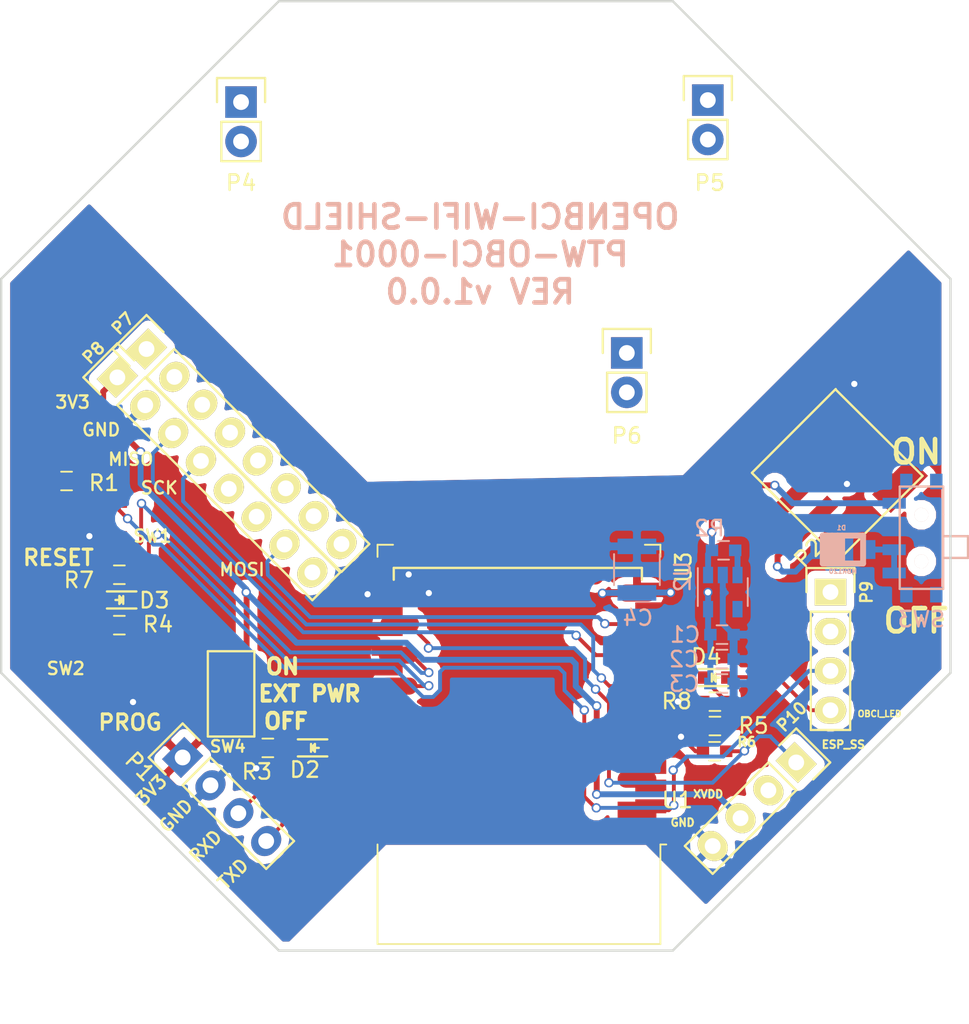
<source format=kicad_pcb>
(kicad_pcb (version 20171130) (host pcbnew "(5.1.10)-1")

  (general
    (thickness 1.6)
    (drawings 65)
    (tracks 258)
    (zones 0)
    (modules 32)
    (nets 89)
  )

  (page User 191.999 191.999)
  (title_block
    (title "OpenBCI Wifi Shield")
    (rev v1.0.0)
    (company "Push The World LLC")
    (comment 1 "AJ Keller")
  )

  (layers
    (0 F.Cu signal)
    (31 B.Cu signal)
    (32 B.Adhes user)
    (33 F.Adhes user)
    (34 B.Paste user)
    (35 F.Paste user)
    (36 B.SilkS user)
    (37 F.SilkS user)
    (38 B.Mask user hide)
    (39 F.Mask user hide)
    (40 Dwgs.User user hide)
    (41 Cmts.User user hide)
    (42 Eco1.User user hide)
    (43 Eco2.User user hide)
    (44 Edge.Cuts user)
    (45 Margin user)
    (46 B.CrtYd user hide)
    (47 F.CrtYd user)
    (48 B.Fab user hide)
    (49 F.Fab user hide)
  )

  (setup
    (last_trace_width 0.25)
    (user_trace_width 0.1778)
    (user_trace_width 0.2032)
    (user_trace_width 0.381)
    (trace_clearance 0.2)
    (zone_clearance 0.508)
    (zone_45_only yes)
    (trace_min 0.1524)
    (via_size 0.6)
    (via_drill 0.4)
    (via_min_size 0.4)
    (via_min_drill 0.3)
    (uvia_size 0.3)
    (uvia_drill 0.1)
    (uvias_allowed no)
    (uvia_min_size 0.2)
    (uvia_min_drill 0.1)
    (edge_width 0.15)
    (segment_width 0.2)
    (pcb_text_width 0.3)
    (pcb_text_size 1.5 1.5)
    (mod_edge_width 0.15)
    (mod_text_size 0.75 0.75)
    (mod_text_width 0.15)
    (pad_size 1.5 3.4)
    (pad_drill 0)
    (pad_to_mask_clearance 0.2)
    (aux_axis_origin 77.724 122.682)
    (grid_origin 138.811 83.947)
    (visible_elements 7FFFFFFF)
    (pcbplotparams
      (layerselection 0x010fc_80000001)
      (usegerberextensions false)
      (usegerberattributes true)
      (usegerberadvancedattributes true)
      (creategerberjobfile true)
      (excludeedgelayer true)
      (linewidth 0.100000)
      (plotframeref false)
      (viasonmask false)
      (mode 1)
      (useauxorigin false)
      (hpglpennumber 1)
      (hpglpenspeed 20)
      (hpglpendiameter 15.000000)
      (psnegative false)
      (psa4output false)
      (plotreference true)
      (plotvalue false)
      (plotinvisibletext false)
      (padsonsilk false)
      (subtractmaskfromsilk false)
      (outputformat 1)
      (mirror false)
      (drillshape 0)
      (scaleselection 1)
      (outputdirectory "../../../Desktop/"))
  )

  (net 0 "")
  (net 1 "Net-(P5-Pad1)")
  (net 2 "Net-(P6-Pad1)")
  (net 3 "Net-(P6-Pad2)")
  (net 4 "Net-(P7-Pad1)")
  (net 5 "Net-(P7-Pad2)")
  (net 6 +3V3)
  (net 7 GND)
  (net 8 +BATT)
  (net 9 "Net-(D2-Pad1)")
  (net 10 "Net-(D2-Pad2)")
  (net 11 RXD)
  (net 12 TXD)
  (net 13 "Net-(P4-Pad1)")
  (net 14 "Net-(P4-Pad2)")
  (net 15 "Net-(P5-Pad2)")
  (net 16 "Net-(P7-Pad3)")
  (net 17 "Net-(P7-Pad4)")
  (net 18 "Net-(P7-Pad5)")
  (net 19 "Net-(P7-Pad6)")
  (net 20 "Net-(P7-Pad7)")
  (net 21 "Net-(P7-Pad8)")
  (net 22 MISO)
  (net 23 SCLK)
  (net 24 "Net-(P8-Pad5)")
  (net 25 "Net-(P8-Pad6)")
  (net 26 MOSI)
  (net 27 "Net-(P8-Pad8)")
  (net 28 "Net-(P9-Pad1)")
  (net 29 "Net-(P9-Pad2)")
  (net 30 ESP_SS)
  (net 31 "Net-(P10-Pad2)")
  (net 32 "Net-(R2-Pad2)")
  (net 33 "Net-(R4-Pad2)")
  (net 34 "Net-(U1-Pad2)")
  (net 35 "Net-(U1-Pad4)")
  (net 36 "Net-(U1-Pad13)")
  (net 37 "Net-(U1-Pad17)")
  (net 38 "Net-(U1-Pad18)")
  (net 39 "Net-(U1-Pad19)")
  (net 40 "Net-(U1-Pad20)")
  (net 41 "Net-(U1-Pad21)")
  (net 42 "Net-(U1-Pad22)")
  (net 43 "Net-(U2-Pad4)")
  (net 44 "Net-(D1-Pad1)")
  (net 45 "Net-(R2-Pad1)")
  (net 46 "Net-(D3-Pad1)")
  (net 47 "Net-(R5-Pad2)")
  (net 48 "Net-(R7-Pad2)")
  (net 49 /XVDD)
  (net 50 /OBCI_LED)
  (net 51 /RESET)
  (net 52 "Net-(D4-Pad1)")
  (net 53 "Net-(U3-Pad1)")
  (net 54 "Net-(U3-Pad2)")
  (net 55 "Net-(U3-Pad3)")
  (net 56 "Net-(U3-Pad4)")
  (net 57 "Net-(U3-Pad5)")
  (net 58 "Net-(U3-Pad6)")
  (net 59 "Net-(U3-Pad7)")
  (net 60 "Net-(U3-Pad8)")
  (net 61 "Net-(U3-Pad9)")
  (net 62 "Net-(U3-Pad10)")
  (net 63 "Net-(U3-Pad11)")
  (net 64 "Net-(U3-Pad12)")
  (net 65 "Net-(U3-Pad13)")
  (net 66 "Net-(U3-Pad14)")
  (net 67 "Net-(U3-Pad16)")
  (net 68 "Net-(U3-Pad17)")
  (net 69 "Net-(U3-Pad18)")
  (net 70 "Net-(U3-Pad19)")
  (net 71 "Net-(U3-Pad20)")
  (net 72 "Net-(U3-Pad21)")
  (net 73 "Net-(U3-Pad22)")
  (net 74 "Net-(U3-Pad23)")
  (net 75 "Net-(U3-Pad24)")
  (net 76 "Net-(U3-Pad25)")
  (net 77 "Net-(U3-Pad26)")
  (net 78 "Net-(U3-Pad27)")
  (net 79 "Net-(U3-Pad28)")
  (net 80 "Net-(U3-Pad29)")
  (net 81 "Net-(U3-Pad30)")
  (net 82 "Net-(U3-Pad31)")
  (net 83 "Net-(U3-Pad32)")
  (net 84 "Net-(U3-Pad33)")
  (net 85 "Net-(U3-Pad34)")
  (net 86 "Net-(U3-Pad35)")
  (net 87 "Net-(U3-Pad36)")
  (net 88 "Net-(U3-Pad37)")

  (net_class Default "This is the default net class."
    (clearance 0.2)
    (trace_width 0.25)
    (via_dia 0.6)
    (via_drill 0.4)
    (uvia_dia 0.3)
    (uvia_drill 0.1)
    (add_net +3V3)
    (add_net +BATT)
    (add_net /OBCI_LED)
    (add_net /RESET)
    (add_net /XVDD)
    (add_net ESP_SS)
    (add_net GND)
    (add_net MISO)
    (add_net MOSI)
    (add_net "Net-(D1-Pad1)")
    (add_net "Net-(D2-Pad1)")
    (add_net "Net-(D2-Pad2)")
    (add_net "Net-(D3-Pad1)")
    (add_net "Net-(D4-Pad1)")
    (add_net "Net-(P10-Pad2)")
    (add_net "Net-(P4-Pad1)")
    (add_net "Net-(P4-Pad2)")
    (add_net "Net-(P5-Pad1)")
    (add_net "Net-(P5-Pad2)")
    (add_net "Net-(P6-Pad1)")
    (add_net "Net-(P6-Pad2)")
    (add_net "Net-(P7-Pad1)")
    (add_net "Net-(P7-Pad2)")
    (add_net "Net-(P7-Pad3)")
    (add_net "Net-(P7-Pad4)")
    (add_net "Net-(P7-Pad5)")
    (add_net "Net-(P7-Pad6)")
    (add_net "Net-(P7-Pad7)")
    (add_net "Net-(P7-Pad8)")
    (add_net "Net-(P8-Pad5)")
    (add_net "Net-(P8-Pad6)")
    (add_net "Net-(P8-Pad8)")
    (add_net "Net-(P9-Pad1)")
    (add_net "Net-(P9-Pad2)")
    (add_net "Net-(R2-Pad1)")
    (add_net "Net-(R2-Pad2)")
    (add_net "Net-(R4-Pad2)")
    (add_net "Net-(R5-Pad2)")
    (add_net "Net-(R7-Pad2)")
    (add_net "Net-(U1-Pad13)")
    (add_net "Net-(U1-Pad17)")
    (add_net "Net-(U1-Pad18)")
    (add_net "Net-(U1-Pad19)")
    (add_net "Net-(U1-Pad2)")
    (add_net "Net-(U1-Pad20)")
    (add_net "Net-(U1-Pad21)")
    (add_net "Net-(U1-Pad22)")
    (add_net "Net-(U1-Pad4)")
    (add_net "Net-(U2-Pad4)")
    (add_net "Net-(U3-Pad1)")
    (add_net "Net-(U3-Pad10)")
    (add_net "Net-(U3-Pad11)")
    (add_net "Net-(U3-Pad12)")
    (add_net "Net-(U3-Pad13)")
    (add_net "Net-(U3-Pad14)")
    (add_net "Net-(U3-Pad16)")
    (add_net "Net-(U3-Pad17)")
    (add_net "Net-(U3-Pad18)")
    (add_net "Net-(U3-Pad19)")
    (add_net "Net-(U3-Pad2)")
    (add_net "Net-(U3-Pad20)")
    (add_net "Net-(U3-Pad21)")
    (add_net "Net-(U3-Pad22)")
    (add_net "Net-(U3-Pad23)")
    (add_net "Net-(U3-Pad24)")
    (add_net "Net-(U3-Pad25)")
    (add_net "Net-(U3-Pad26)")
    (add_net "Net-(U3-Pad27)")
    (add_net "Net-(U3-Pad28)")
    (add_net "Net-(U3-Pad29)")
    (add_net "Net-(U3-Pad3)")
    (add_net "Net-(U3-Pad30)")
    (add_net "Net-(U3-Pad31)")
    (add_net "Net-(U3-Pad32)")
    (add_net "Net-(U3-Pad33)")
    (add_net "Net-(U3-Pad34)")
    (add_net "Net-(U3-Pad35)")
    (add_net "Net-(U3-Pad36)")
    (add_net "Net-(U3-Pad37)")
    (add_net "Net-(U3-Pad4)")
    (add_net "Net-(U3-Pad5)")
    (add_net "Net-(U3-Pad6)")
    (add_net "Net-(U3-Pad7)")
    (add_net "Net-(U3-Pad8)")
    (add_net "Net-(U3-Pad9)")
    (add_net RXD)
    (add_net SCLK)
    (add_net TXD)
  )

  (net_class LIS2DH ""
    (clearance 0.0254)
    (trace_width 0.1778)
    (via_dia 0.6)
    (via_drill 0.4)
    (uvia_dia 0.3)
    (uvia_drill 0.1)
  )

  (net_class SEEED ""
    (clearance 0.1778)
    (trace_width 0.2032)
    (via_dia 0.6)
    (via_drill 0.4)
    (uvia_dia 0.3)
    (uvia_drill 0.1)
  )

  (module Capacitors_SMD:C_0603 (layer F.Cu) (tedit 58C58F20) (tstamp 589BE580)
    (at 123.6472 106.68)
    (descr "Capacitor SMD 0603, reflow soldering, AVX (see smccp.pdf)")
    (tags "capacitor 0603")
    (path /589C24FE)
    (attr smd)
    (fp_text reference R8 (at -2.4638 -0.0254) (layer F.SilkS)
      (effects (font (size 1 1) (thickness 0.15)))
    )
    (fp_text value 1K (at 0 1.9) (layer F.Fab)
      (effects (font (size 1 1) (thickness 0.15)))
    )
    (fp_line (start 0.35 0.6) (end -0.35 0.6) (layer F.SilkS) (width 0.12))
    (fp_line (start -0.35 -0.6) (end 0.35 -0.6) (layer F.SilkS) (width 0.12))
    (fp_line (start 1.45 -0.75) (end 1.45 0.75) (layer F.CrtYd) (width 0.05))
    (fp_line (start -1.45 -0.75) (end -1.45 0.75) (layer F.CrtYd) (width 0.05))
    (fp_line (start -1.45 0.75) (end 1.45 0.75) (layer F.CrtYd) (width 0.05))
    (fp_line (start -1.45 -0.75) (end 1.45 -0.75) (layer F.CrtYd) (width 0.05))
    (fp_line (start -0.8 -0.4) (end 0.8 -0.4) (layer F.Fab) (width 0.1))
    (fp_line (start 0.8 -0.4) (end 0.8 0.4) (layer F.Fab) (width 0.1))
    (fp_line (start 0.8 0.4) (end -0.8 0.4) (layer F.Fab) (width 0.1))
    (fp_line (start -0.8 0.4) (end -0.8 -0.4) (layer F.Fab) (width 0.1))
    (pad 1 smd rect (at -0.75 0) (size 0.8 0.75) (layers F.Cu F.Paste F.Mask)
      (net 7 GND))
    (pad 2 smd rect (at 0.75 0) (size 0.8 0.75) (layers F.Cu F.Paste F.Mask)
      (net 52 "Net-(D4-Pad1)"))
    (model Capacitors_SMD.3dshapes/C_0603.wrl
      (at (xyz 0 0 0))
      (scale (xyz 1 1 1))
      (rotate (xyz 0 0 0))
    )
  )

  (module OpenBCI:CJS-1200TA (layer F.Cu) (tedit 58D3E566) (tstamp 58ADCF6C)
    (at 93.449 107.932 180)
    (path /58A51B8D)
    (fp_text reference SW4 (at 1.213 -1.64 180) (layer F.SilkS)
      (effects (font (size 0.75 0.75) (thickness 0.15)))
    )
    (fp_text value CJS1200 (at 0 5.25 180) (layer F.Fab)
      (effects (font (size 1 1) (thickness 0.15)))
    )
    (fp_line (start 2.5 -1) (end 2.5 4.5) (layer F.SilkS) (width 0.15))
    (fp_line (start -0.5 -1) (end 2.5 -1) (layer F.SilkS) (width 0.15))
    (fp_line (start -0.5 4.5) (end 2.5 4.5) (layer F.SilkS) (width 0.15))
    (fp_line (start -0.5 -1) (end -0.5 4.5) (layer F.SilkS) (width 0.15))
    (pad 3 smd rect (at 0 3.5 180) (size 1.6 1) (layers F.Cu F.Paste F.Mask)
      (net 49 /XVDD))
    (pad 2 smd rect (at 2.3 1.75 180) (size 1.6 1) (layers F.Cu F.Paste F.Mask)
      (net 6 +3V3))
    (pad 1 smd rect (at 0 0 180) (size 1.6 1) (layers F.Cu F.Paste F.Mask)
      (net 6 +3V3))
  )

  (module OpenBCI_Wifi_Shield:ESP-12E-SMD (layer F.Cu) (tedit 588A3D77) (tstamp 5887E0AC)
    (at 117.924 113.682 180)
    (descr "Module, ESP-8266, ESP-12, 16 pad, SMD")
    (tags "Module ESP-8266 ESP8266")
    (path /58867990)
    (fp_text reference U1 (at -3.2975 0.652 180) (layer F.SilkS)
      (effects (font (size 1 1) (thickness 0.15)))
    )
    (fp_text value ESP-12E (at 8 1 180) (layer F.Fab)
      (effects (font (size 1 1) (thickness 0.15)))
    )
    (fp_line (start -1.008 -8.4) (end 14.992 -8.4) (layer F.Fab) (width 0.05))
    (fp_line (start -1.008 15.6) (end -1.008 -8.4) (layer F.Fab) (width 0.05))
    (fp_line (start 14.992 15.6) (end -1.008 15.6) (layer F.Fab) (width 0.05))
    (fp_line (start 15 -8.4) (end 15 15.6) (layer F.Fab) (width 0.05))
    (fp_line (start -1.008 -2.6) (end 14.992 -2.6) (layer F.CrtYd) (width 0.1524))
    (fp_line (start -1.008 -8.4) (end 14.992 -2.6) (layer F.CrtYd) (width 0.1524))
    (fp_line (start 14.992 -8.4) (end -1.008 -2.6) (layer F.CrtYd) (width 0.1524))
    (fp_line (start 14.986 15.621) (end 14.986 14.859) (layer F.SilkS) (width 0.1524))
    (fp_line (start -1.016 15.621) (end 14.986 15.621) (layer F.SilkS) (width 0.1524))
    (fp_line (start -1.016 14.859) (end -1.016 15.621) (layer F.SilkS) (width 0.1524))
    (fp_line (start -1.016 -8.382) (end -1.016 -1.016) (layer F.CrtYd) (width 0.1524))
    (fp_line (start 14.986 -8.382) (end 14.986 -0.889) (layer F.CrtYd) (width 0.1524))
    (fp_line (start -1.016 -8.382) (end 14.986 -8.382) (layer F.CrtYd) (width 0.1524))
    (fp_line (start -2.25 16) (end -2.25 -0.5) (layer F.CrtYd) (width 0.05))
    (fp_line (start 16.25 16) (end -2.25 16) (layer F.CrtYd) (width 0.05))
    (fp_line (start 16.25 -8.75) (end 16.25 16) (layer F.CrtYd) (width 0.05))
    (fp_line (start 15.25 -8.75) (end 16.25 -8.75) (layer F.CrtYd) (width 0.05))
    (fp_line (start -2.25 -8.75) (end 15.25 -8.75) (layer F.CrtYd) (width 0.05))
    (fp_line (start -2.25 -0.5) (end -2.25 -8.75) (layer F.CrtYd) (width 0.05))
    (fp_text user "No Copper" (at 6.892 -5.4 180) (layer F.CrtYd)
      (effects (font (size 1 1) (thickness 0.15)))
    )
    (pad 1 smd rect (at 0 0 180) (size 2.5 1.1) (drill (offset -0.7 0)) (layers F.Cu F.Paste F.Mask)
      (net 51 /RESET))
    (pad 2 smd oval (at 0 2 180) (size 2.5 1.1) (drill (offset -0.7 0)) (layers F.Cu F.Paste F.Mask)
      (net 34 "Net-(U1-Pad2)"))
    (pad 3 smd oval (at 0 4 180) (size 2.5 1.1) (drill (offset -0.7 0)) (layers F.Cu F.Paste F.Mask)
      (net 47 "Net-(R5-Pad2)"))
    (pad 4 smd oval (at 0 6 180) (size 2.5 1.1) (drill (offset -0.7 0)) (layers F.Cu F.Paste F.Mask)
      (net 35 "Net-(U1-Pad4)"))
    (pad 5 smd oval (at 0 8 180) (size 2.5 1.1) (drill (offset -0.7 0)) (layers F.Cu F.Paste F.Mask)
      (net 23 SCLK))
    (pad 6 smd oval (at 0 10 180) (size 2.5 1.1) (drill (offset -0.7 0)) (layers F.Cu F.Paste F.Mask)
      (net 22 MISO))
    (pad 7 smd oval (at 0 12 180) (size 2.5 1.1) (drill (offset -0.7 0)) (layers F.Cu F.Paste F.Mask)
      (net 26 MOSI))
    (pad 8 smd oval (at 0 14 180) (size 2.5 1.1) (drill (offset -0.7 0)) (layers F.Cu F.Paste F.Mask)
      (net 6 +3V3))
    (pad 9 smd oval (at 14 14 180) (size 2.5 1.1) (drill (offset 0.7 0)) (layers F.Cu F.Paste F.Mask)
      (net 7 GND))
    (pad 10 smd oval (at 14 12 180) (size 2.5 1.1) (drill (offset 0.6 0)) (layers F.Cu F.Paste F.Mask)
      (net 30 ESP_SS))
    (pad 11 smd oval (at 14 10 180) (size 2.5 1.1) (drill (offset 0.7 0)) (layers F.Cu F.Paste F.Mask)
      (net 48 "Net-(R7-Pad2)"))
    (pad 12 smd oval (at 14 8 180) (size 2.5 1.1) (drill (offset 0.7 0)) (layers F.Cu F.Paste F.Mask)
      (net 33 "Net-(R4-Pad2)"))
    (pad 13 smd oval (at 14 6 180) (size 2.5 1.1) (drill (offset 0.7 0)) (layers F.Cu F.Paste F.Mask)
      (net 36 "Net-(U1-Pad13)"))
    (pad 14 smd oval (at 14 4 180) (size 2.5 1.1) (drill (offset 0.7 0)) (layers F.Cu F.Paste F.Mask)
      (net 10 "Net-(D2-Pad2)"))
    (pad 15 smd oval (at 14 2 180) (size 2.5 1.1) (drill (offset 0.7 0)) (layers F.Cu F.Paste F.Mask)
      (net 11 RXD))
    (pad 16 smd oval (at 14 0 180) (size 2.5 1.1) (drill (offset 0.7 0)) (layers F.Cu F.Paste F.Mask)
      (net 12 TXD))
    (pad 17 smd oval (at 1.99 15.75 270) (size 2.4 1.1) (layers F.Cu F.Paste F.Mask)
      (net 37 "Net-(U1-Pad17)"))
    (pad 18 smd oval (at 3.99 15.75 270) (size 2.4 1.1) (layers F.Cu F.Paste F.Mask)
      (net 38 "Net-(U1-Pad18)"))
    (pad 19 smd oval (at 5.99 15.75 270) (size 2.4 1.1) (layers F.Cu F.Paste F.Mask)
      (net 39 "Net-(U1-Pad19)"))
    (pad 20 smd oval (at 7.99 15.75 270) (size 2.4 1.1) (layers F.Cu F.Paste F.Mask)
      (net 40 "Net-(U1-Pad20)"))
    (pad 21 smd oval (at 9.99 15.75 270) (size 2.4 1.1) (layers F.Cu F.Paste F.Mask)
      (net 41 "Net-(U1-Pad21)"))
    (pad 22 smd oval (at 11.99 15.75 270) (size 2.4 1.1) (layers F.Cu F.Paste F.Mask)
      (net 42 "Net-(U1-Pad22)"))
    (model ${ESPLIB}/ESP8266.3dshapes/ESP-12.wrl
      (at (xyz 0 0 0))
      (scale (xyz 0.3937 0.3937 0.3937))
      (rotate (xyz 0 0 0))
    )
  )

  (module OpenBCI:PTS810 (layer F.Cu) (tedit 589C0F06) (tstamp 5887D27B)
    (at 85.0392 105.2576)
    (path /5887C290)
    (fp_text reference SW2 (at -3.2512 -0.7112) (layer F.SilkS)
      (effects (font (size 0.8 0.8) (thickness 0.15)))
    )
    (fp_text value TACT_SWITCH (at 0 -3.81) (layer F.Fab)
      (effects (font (size 1 1) (thickness 0.15)))
    )
    (pad 1 smd rect (at -1.2 -0.7) (size 1.05 0.65) (layers F.Cu F.Paste F.Mask)
      (net 33 "Net-(R4-Pad2)"))
    (pad 2 smd rect (at 2.95 -0.7) (size 1.05 0.65) (layers F.Cu F.Paste F.Mask)
      (net 33 "Net-(R4-Pad2)"))
    (pad 3 smd rect (at -1.2 1.45) (size 1.05 0.65) (layers F.Cu F.Paste F.Mask)
      (net 7 GND))
    (pad 4 smd rect (at 2.95 1.45) (size 1.05 0.65) (layers F.Cu F.Paste F.Mask)
      (net 7 GND))
  )

  (module Socket_Strips:Socket_Strip_Straight_1x08 (layer F.Cu) (tedit 5887CDAE) (tstamp 5728CCF2)
    (at 85.1154 85.7758 315)
    (descr "Through hole socket strip")
    (tags "socket strip")
    (path /58ADF283)
    (fp_text reference P8 (at -2.200163 -0.044901 45) (layer F.SilkS)
      (effects (font (size 0.75 0.75) (thickness 0.15)))
    )
    (fp_text value CONN_01X08 (at 0 -3.1 315) (layer F.Fab)
      (effects (font (size 1 1) (thickness 0.15)))
    )
    (fp_line (start -1.55 -1.55) (end -1.55 1.55) (layer F.SilkS) (width 0.15))
    (fp_line (start 0 -1.55) (end -1.55 -1.55) (layer F.SilkS) (width 0.15))
    (fp_line (start 1.27 1.27) (end 1.27 -1.27) (layer F.SilkS) (width 0.15))
    (fp_line (start -1.55 1.55) (end 0 1.55) (layer F.SilkS) (width 0.15))
    (fp_line (start 19.05 -1.27) (end 1.27 -1.27) (layer F.SilkS) (width 0.15))
    (fp_line (start 19.05 1.27) (end 19.05 -1.27) (layer F.SilkS) (width 0.15))
    (fp_line (start 1.27 1.27) (end 19.05 1.27) (layer F.SilkS) (width 0.15))
    (fp_line (start -1.75 1.75) (end 19.55 1.75) (layer F.CrtYd) (width 0.05))
    (fp_line (start -1.75 -1.75) (end 19.55 -1.75) (layer F.CrtYd) (width 0.05))
    (fp_line (start 19.55 -1.75) (end 19.55 1.75) (layer F.CrtYd) (width 0.05))
    (fp_line (start -1.75 -1.75) (end -1.75 1.75) (layer F.CrtYd) (width 0.05))
    (pad 1 thru_hole rect (at 0 0 315) (size 1.7272 2.032) (drill 1.016) (layers *.Cu *.Mask F.SilkS)
      (net 49 /XVDD))
    (pad 2 thru_hole oval (at 2.54 0 315) (size 1.7272 2.032) (drill 1.016) (layers *.Cu *.Mask F.SilkS)
      (net 7 GND))
    (pad 3 thru_hole oval (at 5.08 0 315) (size 1.7272 2.032) (drill 1.016) (layers *.Cu *.Mask F.SilkS)
      (net 22 MISO))
    (pad 4 thru_hole oval (at 7.62 0 315) (size 1.7272 2.032) (drill 1.016) (layers *.Cu *.Mask F.SilkS)
      (net 23 SCLK))
    (pad 5 thru_hole oval (at 10.16 0 315) (size 1.7272 2.032) (drill 1.016) (layers *.Cu *.Mask F.SilkS)
      (net 24 "Net-(P8-Pad5)"))
    (pad 6 thru_hole oval (at 12.7 0 315) (size 1.7272 2.032) (drill 1.016) (layers *.Cu *.Mask F.SilkS)
      (net 25 "Net-(P8-Pad6)"))
    (pad 7 thru_hole oval (at 15.24 0 315) (size 1.7272 2.032) (drill 1.016) (layers *.Cu *.Mask F.SilkS)
      (net 26 MOSI))
    (pad 8 thru_hole oval (at 17.78 0 315) (size 1.7272 2.032) (drill 1.016) (layers *.Cu *.Mask F.SilkS)
      (net 27 "Net-(P8-Pad8)"))
    (model Socket_Strips.3dshapes/Socket_Strip_Straight_1x08.wrl
      (offset (xyz 8.889999866485596 0 0))
      (scale (xyz 1 1 1))
      (rotate (xyz 0 0 180))
    )
  )

  (module Socket_Strips:Socket_Strip_Straight_1x04 (layer F.Cu) (tedit 588A3AFE) (tstamp 5728CCDE)
    (at 131.0984 99.6188 270)
    (descr "Through hole socket strip")
    (tags "socket strip")
    (path /58826EAE)
    (fp_text reference P9 (at 0.0127 -2.3241 90) (layer F.SilkS)
      (effects (font (size 0.75 0.75) (thickness 0.15)))
    )
    (fp_text value CONN_01X04 (at 0 -3.1 270) (layer F.Fab)
      (effects (font (size 1 1) (thickness 0.15)))
    )
    (fp_line (start -1.55 -1.55) (end -1.55 1.55) (layer F.SilkS) (width 0.15))
    (fp_line (start 0 -1.55) (end -1.55 -1.55) (layer F.SilkS) (width 0.15))
    (fp_line (start 1.27 1.27) (end 1.27 -1.27) (layer F.SilkS) (width 0.15))
    (fp_line (start 8.89 -1.27) (end 8.89 1.27) (layer F.SilkS) (width 0.15))
    (fp_line (start -1.55 1.55) (end 0 1.55) (layer F.SilkS) (width 0.15))
    (fp_line (start 1.27 1.27) (end 8.89 1.27) (layer F.SilkS) (width 0.15))
    (fp_line (start 1.27 -1.27) (end 8.89 -1.27) (layer F.SilkS) (width 0.15))
    (fp_line (start -1.75 1.75) (end 9.4 1.75) (layer F.CrtYd) (width 0.05))
    (fp_line (start -1.75 -1.75) (end 9.4 -1.75) (layer F.CrtYd) (width 0.05))
    (fp_line (start 9.4 -1.75) (end 9.4 1.75) (layer F.CrtYd) (width 0.05))
    (fp_line (start -1.75 -1.75) (end -1.75 1.75) (layer F.CrtYd) (width 0.05))
    (pad 1 thru_hole rect (at 0 0 270) (size 1.7272 2.032) (drill 1.016) (layers *.Cu *.Mask F.SilkS)
      (net 28 "Net-(P9-Pad1)"))
    (pad 2 thru_hole oval (at 2.54 0 270) (size 1.7272 2.032) (drill 1.016) (layers *.Cu *.Mask F.SilkS)
      (net 29 "Net-(P9-Pad2)"))
    (pad 3 thru_hole oval (at 5.08 0 270) (size 1.7272 2.032) (drill 1.016) (layers *.Cu *.Mask F.SilkS)
      (net 51 /RESET))
    (pad 4 thru_hole oval (at 7.62 0 270) (size 1.7272 2.032) (drill 1.016) (layers *.Cu *.Mask F.SilkS)
      (net 50 /OBCI_LED))
    (model Socket_Strips.3dshapes/Socket_Strip_Straight_1x04.wrl
      (offset (xyz 3.809999942779541 0 0))
      (scale (xyz 1 1 1))
      (rotate (xyz 0 0 180))
    )
  )

  (module Socket_Strips:Socket_Strip_Straight_1x04 (layer F.Cu) (tedit 58B074D7) (tstamp 5728CCE6)
    (at 128.8908 110.6028 225)
    (descr "Through hole socket strip")
    (tags "socket strip")
    (path /58826EEF)
    (fp_text reference P10 (at -1.885854 2.280985 225) (layer F.SilkS)
      (effects (font (size 0.75 0.75) (thickness 0.15)))
    )
    (fp_text value CONN_01X04 (at 0 -3.1 225) (layer F.Fab)
      (effects (font (size 1 1) (thickness 0.15)))
    )
    (fp_line (start -1.55 -1.55) (end -1.55 1.55) (layer F.SilkS) (width 0.15))
    (fp_line (start 0 -1.55) (end -1.55 -1.55) (layer F.SilkS) (width 0.15))
    (fp_line (start 1.27 1.27) (end 1.27 -1.27) (layer F.SilkS) (width 0.15))
    (fp_line (start 8.89 -1.27) (end 8.89 1.27) (layer F.SilkS) (width 0.15))
    (fp_line (start -1.55 1.55) (end 0 1.55) (layer F.SilkS) (width 0.15))
    (fp_line (start 1.27 1.27) (end 8.89 1.27) (layer F.SilkS) (width 0.15))
    (fp_line (start 1.27 -1.27) (end 8.89 -1.27) (layer F.SilkS) (width 0.15))
    (fp_line (start -1.75 1.75) (end 9.4 1.75) (layer F.CrtYd) (width 0.05))
    (fp_line (start -1.75 -1.75) (end 9.4 -1.75) (layer F.CrtYd) (width 0.05))
    (fp_line (start 9.4 -1.75) (end 9.4 1.75) (layer F.CrtYd) (width 0.05))
    (fp_line (start -1.75 -1.75) (end -1.75 1.75) (layer F.CrtYd) (width 0.05))
    (pad 1 thru_hole rect (at 0 0 225) (size 1.7272 2.032) (drill 1.016) (layers *.Cu *.Mask F.SilkS)
      (net 30 ESP_SS))
    (pad 2 thru_hole oval (at 2.54 0 225) (size 1.7272 2.032) (drill 1.016) (layers *.Cu *.Mask F.SilkS)
      (net 31 "Net-(P10-Pad2)"))
    (pad 3 thru_hole oval (at 5.08 0 225) (size 1.7272 2.032) (drill 1.016) (layers *.Cu *.Mask F.SilkS)
      (net 49 /XVDD))
    (pad 4 thru_hole oval (at 7.62 0 225) (size 1.7272 2.032) (drill 1.016) (layers *.Cu *.Mask F.SilkS)
      (net 7 GND))
    (model Socket_Strips.3dshapes/Socket_Strip_Straight_1x04.wrl
      (offset (xyz 3.809999942779541 0 0))
      (scale (xyz 1 1 1))
      (rotate (xyz 0 0 180))
    )
  )

  (module Socket_Strips:Socket_Strip_Straight_1x08 (layer F.Cu) (tedit 5887CDB9) (tstamp 5728CCFE)
    (at 86.995 83.947 315)
    (descr "Through hole socket strip")
    (tags "socket strip")
    (path /58ADF362)
    (fp_text reference P7 (at -2.236084 -0.080822 45) (layer F.SilkS)
      (effects (font (size 0.75 0.75) (thickness 0.15)))
    )
    (fp_text value CONN_01X08 (at 0 -3.1 315) (layer F.Fab)
      (effects (font (size 1 1) (thickness 0.15)))
    )
    (fp_line (start -1.55 -1.55) (end -1.55 1.55) (layer F.SilkS) (width 0.15))
    (fp_line (start 0 -1.55) (end -1.55 -1.55) (layer F.SilkS) (width 0.15))
    (fp_line (start 1.27 1.27) (end 1.27 -1.27) (layer F.SilkS) (width 0.15))
    (fp_line (start -1.55 1.55) (end 0 1.55) (layer F.SilkS) (width 0.15))
    (fp_line (start 19.05 -1.27) (end 1.27 -1.27) (layer F.SilkS) (width 0.15))
    (fp_line (start 19.05 1.27) (end 19.05 -1.27) (layer F.SilkS) (width 0.15))
    (fp_line (start 1.27 1.27) (end 19.05 1.27) (layer F.SilkS) (width 0.15))
    (fp_line (start -1.75 1.75) (end 19.55 1.75) (layer F.CrtYd) (width 0.05))
    (fp_line (start -1.75 -1.75) (end 19.55 -1.75) (layer F.CrtYd) (width 0.05))
    (fp_line (start 19.55 -1.75) (end 19.55 1.75) (layer F.CrtYd) (width 0.05))
    (fp_line (start -1.75 -1.75) (end -1.75 1.75) (layer F.CrtYd) (width 0.05))
    (pad 1 thru_hole rect (at 0 0 315) (size 1.7272 2.032) (drill 1.016) (layers *.Cu *.Mask F.SilkS)
      (net 4 "Net-(P7-Pad1)"))
    (pad 2 thru_hole oval (at 2.54 0 315) (size 1.7272 2.032) (drill 1.016) (layers *.Cu *.Mask F.SilkS)
      (net 5 "Net-(P7-Pad2)"))
    (pad 3 thru_hole oval (at 5.08 0 315) (size 1.7272 2.032) (drill 1.016) (layers *.Cu *.Mask F.SilkS)
      (net 16 "Net-(P7-Pad3)"))
    (pad 4 thru_hole oval (at 7.62 0 315) (size 1.7272 2.032) (drill 1.016) (layers *.Cu *.Mask F.SilkS)
      (net 17 "Net-(P7-Pad4)"))
    (pad 5 thru_hole oval (at 10.16 0 315) (size 1.7272 2.032) (drill 1.016) (layers *.Cu *.Mask F.SilkS)
      (net 18 "Net-(P7-Pad5)"))
    (pad 6 thru_hole oval (at 12.7 0 315) (size 1.7272 2.032) (drill 1.016) (layers *.Cu *.Mask F.SilkS)
      (net 19 "Net-(P7-Pad6)"))
    (pad 7 thru_hole oval (at 15.24 0 315) (size 1.7272 2.032) (drill 1.016) (layers *.Cu *.Mask F.SilkS)
      (net 20 "Net-(P7-Pad7)"))
    (pad 8 thru_hole oval (at 17.78 0 315) (size 1.7272 2.032) (drill 1.016) (layers *.Cu *.Mask F.SilkS)
      (net 21 "Net-(P7-Pad8)"))
    (model Socket_Strips.3dshapes/Socket_Strip_Straight_1x08.wrl
      (offset (xyz 8.889999866485596 0 0))
      (scale (xyz 1 1 1))
      (rotate (xyz 0 0 180))
    )
  )

  (module Socket_Strips:Socket_Strip_Straight_1x02 (layer F.Cu) (tedit 5887CDD1) (tstamp 5887C7D2)
    (at 93.091 68.026 270)
    (descr "Through hole socket strip")
    (tags "socket strip")
    (path /58868727)
    (fp_text reference P4 (at 5.207 0) (layer F.SilkS)
      (effects (font (size 1 1) (thickness 0.15)))
    )
    (fp_text value CONN_01X02 (at 0 -3.1 270) (layer F.Fab)
      (effects (font (size 1 1) (thickness 0.15)))
    )
    (fp_line (start 3.81 -1.27) (end 3.81 1.27) (layer F.SilkS) (width 0.15))
    (fp_line (start 1.27 -1.27) (end 3.81 -1.27) (layer F.SilkS) (width 0.15))
    (fp_line (start -1.55 -1.55) (end -1.55 1.55) (layer F.SilkS) (width 0.15))
    (fp_line (start 0 -1.55) (end -1.55 -1.55) (layer F.SilkS) (width 0.15))
    (fp_line (start 1.27 1.27) (end 1.27 -1.27) (layer F.SilkS) (width 0.15))
    (fp_line (start -1.75 1.75) (end 4.3 1.75) (layer F.CrtYd) (width 0.05))
    (fp_line (start -1.75 -1.75) (end 4.3 -1.75) (layer F.CrtYd) (width 0.05))
    (fp_line (start 4.3 -1.75) (end 4.3 1.75) (layer F.CrtYd) (width 0.05))
    (fp_line (start -1.75 -1.75) (end -1.75 1.75) (layer F.CrtYd) (width 0.05))
    (fp_line (start 3.81 1.27) (end 1.27 1.27) (layer F.SilkS) (width 0.15))
    (fp_line (start -1.55 1.55) (end 0 1.55) (layer F.SilkS) (width 0.15))
    (pad 1 thru_hole rect (at 0 0 270) (size 2.032 2.032) (drill 1.016) (layers *.Cu *.Mask)
      (net 13 "Net-(P4-Pad1)"))
    (pad 2 thru_hole oval (at 2.54 0 270) (size 2.032 2.032) (drill 1.016) (layers *.Cu *.Mask)
      (net 14 "Net-(P4-Pad2)"))
    (model Socket_Strips.3dshapes/Socket_Strip_Straight_1x02.wrl
      (offset (xyz 1.269999980926514 0 0))
      (scale (xyz 1 1 1))
      (rotate (xyz 0 0 180))
    )
  )

  (module Socket_Strips:Socket_Strip_Straight_1x02 (layer F.Cu) (tedit 5887CAD7) (tstamp 5887C7D3)
    (at 117.967 84.201 270)
    (descr "Through hole socket strip")
    (tags "socket strip")
    (path /588686A5)
    (fp_text reference P6 (at 5.334 0) (layer F.SilkS)
      (effects (font (size 1 1) (thickness 0.15)))
    )
    (fp_text value CONN_01X02 (at 0 -3.1 270) (layer F.Fab)
      (effects (font (size 1 1) (thickness 0.15)))
    )
    (fp_line (start 3.81 -1.27) (end 3.81 1.27) (layer F.SilkS) (width 0.15))
    (fp_line (start 1.27 -1.27) (end 3.81 -1.27) (layer F.SilkS) (width 0.15))
    (fp_line (start -1.55 -1.55) (end -1.55 1.55) (layer F.SilkS) (width 0.15))
    (fp_line (start 0 -1.55) (end -1.55 -1.55) (layer F.SilkS) (width 0.15))
    (fp_line (start 1.27 1.27) (end 1.27 -1.27) (layer F.SilkS) (width 0.15))
    (fp_line (start -1.75 1.75) (end 4.3 1.75) (layer F.CrtYd) (width 0.05))
    (fp_line (start -1.75 -1.75) (end 4.3 -1.75) (layer F.CrtYd) (width 0.05))
    (fp_line (start 4.3 -1.75) (end 4.3 1.75) (layer F.CrtYd) (width 0.05))
    (fp_line (start -1.75 -1.75) (end -1.75 1.75) (layer F.CrtYd) (width 0.05))
    (fp_line (start 3.81 1.27) (end 1.27 1.27) (layer F.SilkS) (width 0.15))
    (fp_line (start -1.55 1.55) (end 0 1.55) (layer F.SilkS) (width 0.15))
    (pad 1 thru_hole rect (at 0 0 270) (size 2.032 2.032) (drill 1.016) (layers *.Cu *.Mask)
      (net 2 "Net-(P6-Pad1)"))
    (pad 2 thru_hole oval (at 2.54 0 270) (size 2.032 2.032) (drill 1.016) (layers *.Cu *.Mask)
      (net 3 "Net-(P6-Pad2)"))
    (model Socket_Strips.3dshapes/Socket_Strip_Straight_1x02.wrl
      (offset (xyz 1.269999980926514 0 0))
      (scale (xyz 1 1 1))
      (rotate (xyz 0 0 180))
    )
  )

  (module Socket_Strips:Socket_Strip_Straight_1x02 (layer F.Cu) (tedit 5887CDD8) (tstamp 5887C7D8)
    (at 123.19 67.899 270)
    (descr "Through hole socket strip")
    (tags "socket strip")
    (path /588686E5)
    (fp_text reference P5 (at 5.334 -0.127) (layer F.SilkS)
      (effects (font (size 1 1) (thickness 0.15)))
    )
    (fp_text value CONN_01X02 (at 0 -3.1 270) (layer F.Fab)
      (effects (font (size 1 1) (thickness 0.15)))
    )
    (fp_line (start 3.81 -1.27) (end 3.81 1.27) (layer F.SilkS) (width 0.15))
    (fp_line (start 1.27 -1.27) (end 3.81 -1.27) (layer F.SilkS) (width 0.15))
    (fp_line (start -1.55 -1.55) (end -1.55 1.55) (layer F.SilkS) (width 0.15))
    (fp_line (start 0 -1.55) (end -1.55 -1.55) (layer F.SilkS) (width 0.15))
    (fp_line (start 1.27 1.27) (end 1.27 -1.27) (layer F.SilkS) (width 0.15))
    (fp_line (start -1.75 1.75) (end 4.3 1.75) (layer F.CrtYd) (width 0.05))
    (fp_line (start -1.75 -1.75) (end 4.3 -1.75) (layer F.CrtYd) (width 0.05))
    (fp_line (start 4.3 -1.75) (end 4.3 1.75) (layer F.CrtYd) (width 0.05))
    (fp_line (start -1.75 -1.75) (end -1.75 1.75) (layer F.CrtYd) (width 0.05))
    (fp_line (start 3.81 1.27) (end 1.27 1.27) (layer F.SilkS) (width 0.15))
    (fp_line (start -1.55 1.55) (end 0 1.55) (layer F.SilkS) (width 0.15))
    (pad 1 thru_hole rect (at 0 0 270) (size 2.032 2.032) (drill 1.016) (layers *.Cu *.Mask)
      (net 1 "Net-(P5-Pad1)"))
    (pad 2 thru_hole oval (at 2.54 0 270) (size 2.032 2.032) (drill 1.016) (layers *.Cu *.Mask)
      (net 15 "Net-(P5-Pad2)"))
    (model Socket_Strips.3dshapes/Socket_Strip_Straight_1x02.wrl
      (offset (xyz 1.269999980926514 0 0))
      (scale (xyz 1 1 1))
      (rotate (xyz 0 0 180))
    )
  )

  (module Capacitors_SMD:C_0603 (layer B.Cu) (tedit 588A3B17) (tstamp 5887CF39)
    (at 124.1044 102.362)
    (descr "Capacitor SMD 0603, reflow soldering, AVX (see smccp.pdf)")
    (tags "capacitor 0603")
    (path /58826AAB)
    (attr smd)
    (fp_text reference C1 (at -2.3749 0) (layer B.SilkS)
      (effects (font (size 1 1) (thickness 0.15)) (justify mirror))
    )
    (fp_text value 0.1uF (at 0 -1.9) (layer B.Fab)
      (effects (font (size 1 1) (thickness 0.15)) (justify mirror))
    )
    (fp_line (start 0.35 -0.6) (end -0.35 -0.6) (layer B.SilkS) (width 0.12))
    (fp_line (start -0.35 0.6) (end 0.35 0.6) (layer B.SilkS) (width 0.12))
    (fp_line (start 1.45 0.75) (end 1.45 -0.75) (layer B.CrtYd) (width 0.05))
    (fp_line (start -1.45 0.75) (end -1.45 -0.75) (layer B.CrtYd) (width 0.05))
    (fp_line (start -1.45 -0.75) (end 1.45 -0.75) (layer B.CrtYd) (width 0.05))
    (fp_line (start -1.45 0.75) (end 1.45 0.75) (layer B.CrtYd) (width 0.05))
    (fp_line (start -0.8 0.4) (end 0.8 0.4) (layer B.Fab) (width 0.1))
    (fp_line (start 0.8 0.4) (end 0.8 -0.4) (layer B.Fab) (width 0.1))
    (fp_line (start 0.8 -0.4) (end -0.8 -0.4) (layer B.Fab) (width 0.1))
    (fp_line (start -0.8 -0.4) (end -0.8 0.4) (layer B.Fab) (width 0.1))
    (pad 1 smd rect (at -0.75 0) (size 0.8 0.75) (layers B.Cu B.Paste B.Mask)
      (net 6 +3V3))
    (pad 2 smd rect (at 0.75 0) (size 0.8 0.75) (layers B.Cu B.Paste B.Mask)
      (net 7 GND))
    (model Capacitors_SMD.3dshapes/C_0603.wrl
      (at (xyz 0 0 0))
      (scale (xyz 1 1 1))
      (rotate (xyz 0 0 0))
    )
  )

  (module Capacitors_SMD:C_0603 (layer B.Cu) (tedit 588A3B1C) (tstamp 5887CF3F)
    (at 124.1044 103.9368)
    (descr "Capacitor SMD 0603, reflow soldering, AVX (see smccp.pdf)")
    (tags "capacitor 0603")
    (path /58826AF4)
    (attr smd)
    (fp_text reference C2 (at -2.4384 0.0127) (layer B.SilkS)
      (effects (font (size 1 1) (thickness 0.15)) (justify mirror))
    )
    (fp_text value 1uF (at 0 -1.9) (layer B.Fab)
      (effects (font (size 1 1) (thickness 0.15)) (justify mirror))
    )
    (fp_line (start 0.35 -0.6) (end -0.35 -0.6) (layer B.SilkS) (width 0.12))
    (fp_line (start -0.35 0.6) (end 0.35 0.6) (layer B.SilkS) (width 0.12))
    (fp_line (start 1.45 0.75) (end 1.45 -0.75) (layer B.CrtYd) (width 0.05))
    (fp_line (start -1.45 0.75) (end -1.45 -0.75) (layer B.CrtYd) (width 0.05))
    (fp_line (start -1.45 -0.75) (end 1.45 -0.75) (layer B.CrtYd) (width 0.05))
    (fp_line (start -1.45 0.75) (end 1.45 0.75) (layer B.CrtYd) (width 0.05))
    (fp_line (start -0.8 0.4) (end 0.8 0.4) (layer B.Fab) (width 0.1))
    (fp_line (start 0.8 0.4) (end 0.8 -0.4) (layer B.Fab) (width 0.1))
    (fp_line (start 0.8 -0.4) (end -0.8 -0.4) (layer B.Fab) (width 0.1))
    (fp_line (start -0.8 -0.4) (end -0.8 0.4) (layer B.Fab) (width 0.1))
    (pad 1 smd rect (at -0.75 0) (size 0.8 0.75) (layers B.Cu B.Paste B.Mask)
      (net 6 +3V3))
    (pad 2 smd rect (at 0.75 0) (size 0.8 0.75) (layers B.Cu B.Paste B.Mask)
      (net 7 GND))
    (model Capacitors_SMD.3dshapes/C_0603.wrl
      (at (xyz 0 0 0))
      (scale (xyz 1 1 1))
      (rotate (xyz 0 0 0))
    )
  )

  (module Capacitors_SMD:C_0603 (layer B.Cu) (tedit 588A3B21) (tstamp 5887CF45)
    (at 124.1044 105.5116)
    (descr "Capacitor SMD 0603, reflow soldering, AVX (see smccp.pdf)")
    (tags "capacitor 0603")
    (path /58826B21)
    (attr smd)
    (fp_text reference C3 (at -2.4384 0.0254) (layer B.SilkS)
      (effects (font (size 1 1) (thickness 0.15)) (justify mirror))
    )
    (fp_text value 10uF (at 0 -1.9) (layer B.Fab)
      (effects (font (size 1 1) (thickness 0.15)) (justify mirror))
    )
    (fp_line (start 0.35 -0.6) (end -0.35 -0.6) (layer B.SilkS) (width 0.12))
    (fp_line (start -0.35 0.6) (end 0.35 0.6) (layer B.SilkS) (width 0.12))
    (fp_line (start 1.45 0.75) (end 1.45 -0.75) (layer B.CrtYd) (width 0.05))
    (fp_line (start -1.45 0.75) (end -1.45 -0.75) (layer B.CrtYd) (width 0.05))
    (fp_line (start -1.45 -0.75) (end 1.45 -0.75) (layer B.CrtYd) (width 0.05))
    (fp_line (start -1.45 0.75) (end 1.45 0.75) (layer B.CrtYd) (width 0.05))
    (fp_line (start -0.8 0.4) (end 0.8 0.4) (layer B.Fab) (width 0.1))
    (fp_line (start 0.8 0.4) (end 0.8 -0.4) (layer B.Fab) (width 0.1))
    (fp_line (start 0.8 -0.4) (end -0.8 -0.4) (layer B.Fab) (width 0.1))
    (fp_line (start -0.8 -0.4) (end -0.8 0.4) (layer B.Fab) (width 0.1))
    (pad 1 smd rect (at -0.75 0) (size 0.8 0.75) (layers B.Cu B.Paste B.Mask)
      (net 6 +3V3))
    (pad 2 smd rect (at 0.75 0) (size 0.8 0.75) (layers B.Cu B.Paste B.Mask)
      (net 7 GND))
    (model Capacitors_SMD.3dshapes/C_0603.wrl
      (at (xyz 0 0 0))
      (scale (xyz 1 1 1))
      (rotate (xyz 0 0 0))
    )
  )

  (module Socket_Strips:Socket_Strip_Straight_1x04 (layer F.Cu) (tedit 58B07696) (tstamp 5887CF59)
    (at 89.324 110.282 315)
    (descr "Through hole socket strip")
    (tags "socket strip")
    (path /5886E2B7)
    (fp_text reference P1 (at -1.535695 2.368666 315) (layer F.SilkS)
      (effects (font (size 1 1) (thickness 0.15)))
    )
    (fp_text value CONN_01X04 (at 0 -3.1 315) (layer F.Fab)
      (effects (font (size 1 1) (thickness 0.15)))
    )
    (fp_line (start -1.55 -1.55) (end -1.55 1.55) (layer F.SilkS) (width 0.15))
    (fp_line (start 0 -1.55) (end -1.55 -1.55) (layer F.SilkS) (width 0.15))
    (fp_line (start 1.27 1.27) (end 1.27 -1.27) (layer F.SilkS) (width 0.15))
    (fp_line (start 8.89 -1.27) (end 8.89 1.27) (layer F.SilkS) (width 0.15))
    (fp_line (start -1.55 1.55) (end 0 1.55) (layer F.SilkS) (width 0.15))
    (fp_line (start 1.27 1.27) (end 8.89 1.27) (layer F.SilkS) (width 0.15))
    (fp_line (start 1.27 -1.27) (end 8.89 -1.27) (layer F.SilkS) (width 0.15))
    (fp_line (start -1.75 1.75) (end 9.4 1.75) (layer F.CrtYd) (width 0.05))
    (fp_line (start -1.75 -1.75) (end 9.4 -1.75) (layer F.CrtYd) (width 0.05))
    (fp_line (start 9.4 -1.75) (end 9.4 1.75) (layer F.CrtYd) (width 0.05))
    (fp_line (start -1.75 -1.75) (end -1.75 1.75) (layer F.CrtYd) (width 0.05))
    (pad 1 thru_hole rect (at 0 0 315) (size 1.7272 2.032) (drill 1.016) (layers *.Cu *.Mask)
      (net 6 +3V3))
    (pad 2 thru_hole oval (at 2.54 0 315) (size 1.7272 2.032) (drill 1.016) (layers *.Cu *.Mask)
      (net 7 GND))
    (pad 3 thru_hole oval (at 5.08 0 315) (size 1.7272 2.032) (drill 1.016) (layers *.Cu *.Mask)
      (net 11 RXD))
    (pad 4 thru_hole oval (at 7.62 0 315) (size 1.7272 2.032) (drill 1.016) (layers *.Cu *.Mask)
      (net 12 TXD))
    (model Socket_Strips.3dshapes/Socket_Strip_Straight_1x04.wrl
      (offset (xyz 3.809999942779541 0 0))
      (scale (xyz 1 1 1))
      (rotate (xyz 0 0 180))
    )
  )

  (module Capacitors_SMD:C_0603 (layer F.Cu) (tedit 588915D4) (tstamp 5887CF67)
    (at 81.8388 92.456 180)
    (descr "Capacitor SMD 0603, reflow soldering, AVX (see smccp.pdf)")
    (tags "capacitor 0603")
    (path /5886B319)
    (attr smd)
    (fp_text reference R1 (at -2.413 -0.127 180) (layer F.SilkS)
      (effects (font (size 1 1) (thickness 0.15)))
    )
    (fp_text value 10K (at 0 1.9 180) (layer F.Fab)
      (effects (font (size 1 1) (thickness 0.15)))
    )
    (fp_line (start 0.35 0.6) (end -0.35 0.6) (layer F.SilkS) (width 0.12))
    (fp_line (start -0.35 -0.6) (end 0.35 -0.6) (layer F.SilkS) (width 0.12))
    (fp_line (start 1.45 -0.75) (end 1.45 0.75) (layer F.CrtYd) (width 0.05))
    (fp_line (start -1.45 -0.75) (end -1.45 0.75) (layer F.CrtYd) (width 0.05))
    (fp_line (start -1.45 0.75) (end 1.45 0.75) (layer F.CrtYd) (width 0.05))
    (fp_line (start -1.45 -0.75) (end 1.45 -0.75) (layer F.CrtYd) (width 0.05))
    (fp_line (start -0.8 -0.4) (end 0.8 -0.4) (layer F.Fab) (width 0.1))
    (fp_line (start 0.8 -0.4) (end 0.8 0.4) (layer F.Fab) (width 0.1))
    (fp_line (start 0.8 0.4) (end -0.8 0.4) (layer F.Fab) (width 0.1))
    (fp_line (start -0.8 0.4) (end -0.8 -0.4) (layer F.Fab) (width 0.1))
    (pad 1 smd rect (at -0.75 0 180) (size 0.8 0.75) (layers F.Cu F.Paste F.Mask)
      (net 6 +3V3))
    (pad 2 smd rect (at 0.75 0 180) (size 0.8 0.75) (layers F.Cu F.Paste F.Mask)
      (net 51 /RESET))
    (model Capacitors_SMD.3dshapes/C_0603.wrl
      (at (xyz 0 0 0))
      (scale (xyz 1 1 1))
      (rotate (xyz 0 0 0))
    )
  )

  (module Capacitors_SMD:C_0603 (layer B.Cu) (tedit 5888EFD9) (tstamp 5887CF6D)
    (at 124.206 96.9264)
    (descr "Capacitor SMD 0603, reflow soldering, AVX (see smccp.pdf)")
    (tags "capacitor 0603")
    (path /588699E2)
    (attr smd)
    (fp_text reference R2 (at -0.9144 -1.4224) (layer B.SilkS)
      (effects (font (size 1 1) (thickness 0.15)) (justify mirror))
    )
    (fp_text value 10K (at 0 -1.9) (layer B.Fab)
      (effects (font (size 1 1) (thickness 0.15)) (justify mirror))
    )
    (fp_line (start 0.35 -0.6) (end -0.35 -0.6) (layer B.SilkS) (width 0.12))
    (fp_line (start -0.35 0.6) (end 0.35 0.6) (layer B.SilkS) (width 0.12))
    (fp_line (start 1.45 0.75) (end 1.45 -0.75) (layer B.CrtYd) (width 0.05))
    (fp_line (start -1.45 0.75) (end -1.45 -0.75) (layer B.CrtYd) (width 0.05))
    (fp_line (start -1.45 -0.75) (end 1.45 -0.75) (layer B.CrtYd) (width 0.05))
    (fp_line (start -1.45 0.75) (end 1.45 0.75) (layer B.CrtYd) (width 0.05))
    (fp_line (start -0.8 0.4) (end 0.8 0.4) (layer B.Fab) (width 0.1))
    (fp_line (start 0.8 0.4) (end 0.8 -0.4) (layer B.Fab) (width 0.1))
    (fp_line (start 0.8 -0.4) (end -0.8 -0.4) (layer B.Fab) (width 0.1))
    (fp_line (start -0.8 -0.4) (end -0.8 0.4) (layer B.Fab) (width 0.1))
    (pad 1 smd rect (at -0.75 0) (size 0.8 0.75) (layers B.Cu B.Paste B.Mask)
      (net 45 "Net-(R2-Pad1)"))
    (pad 2 smd rect (at 0.75 0) (size 0.8 0.75) (layers B.Cu B.Paste B.Mask)
      (net 32 "Net-(R2-Pad2)"))
    (model Capacitors_SMD.3dshapes/C_0603.wrl
      (at (xyz 0 0 0))
      (scale (xyz 1 1 1))
      (rotate (xyz 0 0 0))
    )
  )

  (module Capacitors_SMD:C_0603 (layer F.Cu) (tedit 58D3E55D) (tstamp 5887CF73)
    (at 94.8182 109.6645)
    (descr "Capacitor SMD 0603, reflow soldering, AVX (see smccp.pdf)")
    (tags "capacitor 0603")
    (path /5882914D)
    (attr smd)
    (fp_text reference R3 (at -0.7072 1.5325) (layer F.SilkS)
      (effects (font (size 1 1) (thickness 0.15)))
    )
    (fp_text value 1k (at 0 1.9) (layer F.Fab)
      (effects (font (size 1 1) (thickness 0.15)))
    )
    (fp_line (start 0.35 0.6) (end -0.35 0.6) (layer F.SilkS) (width 0.12))
    (fp_line (start -0.35 -0.6) (end 0.35 -0.6) (layer F.SilkS) (width 0.12))
    (fp_line (start 1.45 -0.75) (end 1.45 0.75) (layer F.CrtYd) (width 0.05))
    (fp_line (start -1.45 -0.75) (end -1.45 0.75) (layer F.CrtYd) (width 0.05))
    (fp_line (start -1.45 0.75) (end 1.45 0.75) (layer F.CrtYd) (width 0.05))
    (fp_line (start -1.45 -0.75) (end 1.45 -0.75) (layer F.CrtYd) (width 0.05))
    (fp_line (start -0.8 -0.4) (end 0.8 -0.4) (layer F.Fab) (width 0.1))
    (fp_line (start 0.8 -0.4) (end 0.8 0.4) (layer F.Fab) (width 0.1))
    (fp_line (start 0.8 0.4) (end -0.8 0.4) (layer F.Fab) (width 0.1))
    (fp_line (start -0.8 0.4) (end -0.8 -0.4) (layer F.Fab) (width 0.1))
    (pad 1 smd rect (at -0.75 0) (size 0.8 0.75) (layers F.Cu F.Paste F.Mask)
      (net 7 GND))
    (pad 2 smd rect (at 0.75 0) (size 0.8 0.75) (layers F.Cu F.Paste F.Mask)
      (net 9 "Net-(D2-Pad1)"))
    (model Capacitors_SMD.3dshapes/C_0603.wrl
      (at (xyz 0 0 0))
      (scale (xyz 1 1 1))
      (rotate (xyz 0 0 0))
    )
  )

  (module Capacitors_SMD:C_0603 (layer F.Cu) (tedit 589BEF7B) (tstamp 5887CF79)
    (at 85.2424 101.7524 180)
    (descr "Capacitor SMD 0603, reflow soldering, AVX (see smccp.pdf)")
    (tags "capacitor 0603")
    (path /5887BEA8)
    (attr smd)
    (fp_text reference R4 (at -2.4892 0.0508 180) (layer F.SilkS)
      (effects (font (size 1 1) (thickness 0.15)))
    )
    (fp_text value 1K (at 0 1.9 180) (layer F.Fab)
      (effects (font (size 1 1) (thickness 0.15)))
    )
    (fp_line (start 0.35 0.6) (end -0.35 0.6) (layer F.SilkS) (width 0.12))
    (fp_line (start -0.35 -0.6) (end 0.35 -0.6) (layer F.SilkS) (width 0.12))
    (fp_line (start 1.45 -0.75) (end 1.45 0.75) (layer F.CrtYd) (width 0.05))
    (fp_line (start -1.45 -0.75) (end -1.45 0.75) (layer F.CrtYd) (width 0.05))
    (fp_line (start -1.45 0.75) (end 1.45 0.75) (layer F.CrtYd) (width 0.05))
    (fp_line (start -1.45 -0.75) (end 1.45 -0.75) (layer F.CrtYd) (width 0.05))
    (fp_line (start -0.8 -0.4) (end 0.8 -0.4) (layer F.Fab) (width 0.1))
    (fp_line (start 0.8 -0.4) (end 0.8 0.4) (layer F.Fab) (width 0.1))
    (fp_line (start 0.8 0.4) (end -0.8 0.4) (layer F.Fab) (width 0.1))
    (fp_line (start -0.8 0.4) (end -0.8 -0.4) (layer F.Fab) (width 0.1))
    (pad 1 smd rect (at -0.75 0 180) (size 0.8 0.75) (layers F.Cu F.Paste F.Mask)
      (net 46 "Net-(D3-Pad1)"))
    (pad 2 smd rect (at 0.75 0 180) (size 0.8 0.75) (layers F.Cu F.Paste F.Mask)
      (net 33 "Net-(R4-Pad2)"))
    (model Capacitors_SMD.3dshapes/C_0603.wrl
      (at (xyz 0 0 0))
      (scale (xyz 1 1 1))
      (rotate (xyz 0 0 0))
    )
  )

  (module TO_SOT_Packages_SMD:SOT-23-5 (layer B.Cu) (tedit 5887D32C) (tstamp 5887CFAE)
    (at 124.1552 99.6188 270)
    (descr "5-pin SOT23 package")
    (tags SOT-23-5)
    (path /5886903A)
    (attr smd)
    (fp_text reference U2 (at -1 2.6 270) (layer B.SilkS)
      (effects (font (size 1 1) (thickness 0.15)) (justify mirror))
    )
    (fp_text value AP2112 (at 0 -2.9 270) (layer B.Fab)
      (effects (font (size 1 1) (thickness 0.15)) (justify mirror))
    )
    (fp_line (start 0.9 1.55) (end 0.9 -1.55) (layer B.Fab) (width 0.1))
    (fp_line (start 0.9 -1.55) (end -0.9 -1.55) (layer B.Fab) (width 0.1))
    (fp_line (start -0.9 1.05) (end -0.9 -1.55) (layer B.Fab) (width 0.1))
    (fp_line (start 0.9 1.55) (end -0.4 1.55) (layer B.Fab) (width 0.1))
    (fp_line (start -0.4 1.55) (end -0.9 1.05) (layer B.Fab) (width 0.1))
    (fp_line (start -1.9 -1.8) (end -1.9 1.8) (layer B.CrtYd) (width 0.05))
    (fp_line (start 1.9 -1.8) (end -1.9 -1.8) (layer B.CrtYd) (width 0.05))
    (fp_line (start 1.9 1.8) (end 1.9 -1.8) (layer B.CrtYd) (width 0.05))
    (fp_line (start -1.9 1.8) (end 1.9 1.8) (layer B.CrtYd) (width 0.05))
    (fp_line (start 0.9 1.61) (end -1.55 1.61) (layer B.SilkS) (width 0.12))
    (fp_line (start -0.9 -1.61) (end 0.9 -1.61) (layer B.SilkS) (width 0.12))
    (pad 1 smd rect (at -1.1 0.95 270) (size 1.06 0.65) (layers B.Cu B.Paste B.Mask)
      (net 45 "Net-(R2-Pad1)"))
    (pad 2 smd rect (at -1.1 0 270) (size 1.06 0.65) (layers B.Cu B.Paste B.Mask)
      (net 7 GND))
    (pad 3 smd rect (at -1.1 -0.95 270) (size 1.06 0.65) (layers B.Cu B.Paste B.Mask)
      (net 32 "Net-(R2-Pad2)"))
    (pad 4 smd rect (at 1.1 -0.95 270) (size 1.06 0.65) (layers B.Cu B.Paste B.Mask)
      (net 43 "Net-(U2-Pad4)"))
    (pad 5 smd rect (at 1.1 0.95 270) (size 1.06 0.65) (layers B.Cu B.Paste B.Mask)
      (net 6 +3V3))
    (model TO_SOT_Packages_SMD.3dshapes/SOT-23-5.wrl
      (at (xyz 0 0 0))
      (scale (xyz 1 1 1))
      (rotate (xyz 0 0 0))
    )
  )

  (module OpenBCI:PTS810 (layer F.Cu) (tedit 589BE6DB) (tstamp 5887D274)
    (at 84.0105 95.3135 180)
    (path /5887C649)
    (fp_text reference SW1 (at -3.3655 -0.6985 180) (layer F.SilkS)
      (effects (font (size 0.8 0.8) (thickness 0.15)))
    )
    (fp_text value TACT_SWITCH (at 0 -3.81 180) (layer F.Fab)
      (effects (font (size 1 1) (thickness 0.15)))
    )
    (pad 1 smd rect (at -1.2 -0.7 180) (size 1.05 0.65) (layers F.Cu F.Paste F.Mask)
      (net 7 GND))
    (pad 2 smd rect (at 2.95 -0.7 180) (size 1.05 0.65) (layers F.Cu F.Paste F.Mask)
      (net 7 GND))
    (pad 3 smd rect (at -1.2 1.45 180) (size 1.05 0.65) (layers F.Cu F.Paste F.Mask)
      (net 51 /RESET))
    (pad 4 smd rect (at 2.95 1.45 180) (size 1.05 0.65) (layers F.Cu F.Paste F.Mask)
      (net 51 /RESET))
  )

  (module Capacitors_SMD:C_1210 (layer B.Cu) (tedit 588A3A82) (tstamp 588A3B01)
    (at 118.618 98.171 90)
    (descr "Capacitor SMD 1210, reflow soldering, AVX (see smccp.pdf)")
    (tags "capacitor 1210")
    (path /588A3B7B)
    (attr smd)
    (fp_text reference C4 (at -3.1115 0.0635 180) (layer B.SilkS)
      (effects (font (size 1 1) (thickness 0.15)) (justify mirror))
    )
    (fp_text value 100uF (at 0 -2.7 90) (layer B.Fab)
      (effects (font (size 1 1) (thickness 0.15)) (justify mirror))
    )
    (fp_line (start -1 -1.475) (end 1 -1.475) (layer B.SilkS) (width 0.12))
    (fp_line (start 1 1.475) (end -1 1.475) (layer B.SilkS) (width 0.12))
    (fp_line (start 2.3 1.6) (end 2.3 -1.6) (layer B.CrtYd) (width 0.05))
    (fp_line (start -2.3 1.6) (end -2.3 -1.6) (layer B.CrtYd) (width 0.05))
    (fp_line (start -2.3 -1.6) (end 2.3 -1.6) (layer B.CrtYd) (width 0.05))
    (fp_line (start -2.3 1.6) (end 2.3 1.6) (layer B.CrtYd) (width 0.05))
    (fp_line (start -1.6 1.25) (end 1.6 1.25) (layer B.Fab) (width 0.1))
    (fp_line (start 1.6 1.25) (end 1.6 -1.25) (layer B.Fab) (width 0.1))
    (fp_line (start 1.6 -1.25) (end -1.6 -1.25) (layer B.Fab) (width 0.1))
    (fp_line (start -1.6 -1.25) (end -1.6 1.25) (layer B.Fab) (width 0.1))
    (pad 1 smd rect (at -1.5 0 90) (size 1 2.5) (layers B.Cu B.Paste B.Mask)
      (net 6 +3V3))
    (pad 2 smd rect (at 1.5 0 90) (size 1 2.5) (layers B.Cu B.Paste B.Mask)
      (net 7 GND))
    (model Capacitors_SMD.3dshapes/C_1210.wrl
      (at (xyz 0 0 0))
      (scale (xyz 1 1 1))
      (rotate (xyz 0 0 0))
    )
  )

  (module Capacitors_SMD:C_0603 (layer F.Cu) (tedit 589C10B8) (tstamp 589BE56E)
    (at 123.6472 108.2548 180)
    (descr "Capacitor SMD 0603, reflow soldering, AVX (see smccp.pdf)")
    (tags "capacitor 0603")
    (path /58990564)
    (attr smd)
    (fp_text reference R5 (at -2.4892 0.0254 180) (layer F.SilkS)
      (effects (font (size 1 1) (thickness 0.15)))
    )
    (fp_text value 10K (at 0 1.9 180) (layer F.Fab)
      (effects (font (size 1 1) (thickness 0.15)))
    )
    (fp_line (start 0.35 0.6) (end -0.35 0.6) (layer F.SilkS) (width 0.12))
    (fp_line (start -0.35 -0.6) (end 0.35 -0.6) (layer F.SilkS) (width 0.12))
    (fp_line (start 1.45 -0.75) (end 1.45 0.75) (layer F.CrtYd) (width 0.05))
    (fp_line (start -1.45 -0.75) (end -1.45 0.75) (layer F.CrtYd) (width 0.05))
    (fp_line (start -1.45 0.75) (end 1.45 0.75) (layer F.CrtYd) (width 0.05))
    (fp_line (start -1.45 -0.75) (end 1.45 -0.75) (layer F.CrtYd) (width 0.05))
    (fp_line (start -0.8 -0.4) (end 0.8 -0.4) (layer F.Fab) (width 0.1))
    (fp_line (start 0.8 -0.4) (end 0.8 0.4) (layer F.Fab) (width 0.1))
    (fp_line (start 0.8 0.4) (end -0.8 0.4) (layer F.Fab) (width 0.1))
    (fp_line (start -0.8 0.4) (end -0.8 -0.4) (layer F.Fab) (width 0.1))
    (pad 1 smd rect (at -0.75 0 180) (size 0.8 0.75) (layers F.Cu F.Paste F.Mask)
      (net 6 +3V3))
    (pad 2 smd rect (at 0.75 0 180) (size 0.8 0.75) (layers F.Cu F.Paste F.Mask)
      (net 47 "Net-(R5-Pad2)"))
    (model Capacitors_SMD.3dshapes/C_0603.wrl
      (at (xyz 0 0 0))
      (scale (xyz 1 1 1))
      (rotate (xyz 0 0 0))
    )
  )

  (module Capacitors_SMD:C_0603 (layer F.Cu) (tedit 58AFA9FC) (tstamp 589BE574)
    (at 123.624 109.882 180)
    (descr "Capacitor SMD 0603, reflow soldering, AVX (see smccp.pdf)")
    (tags "capacitor 0603")
    (path /589C2E11)
    (attr smd)
    (fp_text reference R6 (at -2.075 0.6 180) (layer F.SilkS)
      (effects (font (size 0.6 0.6) (thickness 0.15)))
    )
    (fp_text value 10K (at 0 1.9 180) (layer F.Fab)
      (effects (font (size 1 1) (thickness 0.15)))
    )
    (fp_line (start 0.35 0.6) (end -0.35 0.6) (layer F.SilkS) (width 0.12))
    (fp_line (start -0.35 -0.6) (end 0.35 -0.6) (layer F.SilkS) (width 0.12))
    (fp_line (start 1.45 -0.75) (end 1.45 0.75) (layer F.CrtYd) (width 0.05))
    (fp_line (start -1.45 -0.75) (end -1.45 0.75) (layer F.CrtYd) (width 0.05))
    (fp_line (start -1.45 0.75) (end 1.45 0.75) (layer F.CrtYd) (width 0.05))
    (fp_line (start -1.45 -0.75) (end 1.45 -0.75) (layer F.CrtYd) (width 0.05))
    (fp_line (start -0.8 -0.4) (end 0.8 -0.4) (layer F.Fab) (width 0.1))
    (fp_line (start 0.8 -0.4) (end 0.8 0.4) (layer F.Fab) (width 0.1))
    (fp_line (start 0.8 0.4) (end -0.8 0.4) (layer F.Fab) (width 0.1))
    (fp_line (start -0.8 0.4) (end -0.8 -0.4) (layer F.Fab) (width 0.1))
    (pad 1 smd rect (at -0.75 0 180) (size 0.8 0.75) (layers F.Cu F.Paste F.Mask)
      (net 30 ESP_SS))
    (pad 2 smd rect (at 0.75 0 180) (size 0.8 0.75) (layers F.Cu F.Paste F.Mask)
      (net 7 GND))
    (model Capacitors_SMD.3dshapes/C_0603.wrl
      (at (xyz 0 0 0))
      (scale (xyz 1 1 1))
      (rotate (xyz 0 0 0))
    )
  )

  (module Capacitors_SMD:C_0603 (layer F.Cu) (tedit 58D3E4F2) (tstamp 589BE57A)
    (at 85.2424 98.5012)
    (descr "Capacitor SMD 0603, reflow soldering, AVX (see smccp.pdf)")
    (tags "capacitor 0603")
    (path /58991695)
    (attr smd)
    (fp_text reference R7 (at -2.6064 0.3458) (layer F.SilkS)
      (effects (font (size 1 1) (thickness 0.15)))
    )
    (fp_text value 10K (at 0 1.9) (layer F.Fab)
      (effects (font (size 1 1) (thickness 0.15)))
    )
    (fp_line (start 0.35 0.6) (end -0.35 0.6) (layer F.SilkS) (width 0.12))
    (fp_line (start -0.35 -0.6) (end 0.35 -0.6) (layer F.SilkS) (width 0.12))
    (fp_line (start 1.45 -0.75) (end 1.45 0.75) (layer F.CrtYd) (width 0.05))
    (fp_line (start -1.45 -0.75) (end -1.45 0.75) (layer F.CrtYd) (width 0.05))
    (fp_line (start -1.45 0.75) (end 1.45 0.75) (layer F.CrtYd) (width 0.05))
    (fp_line (start -1.45 -0.75) (end 1.45 -0.75) (layer F.CrtYd) (width 0.05))
    (fp_line (start -0.8 -0.4) (end 0.8 -0.4) (layer F.Fab) (width 0.1))
    (fp_line (start 0.8 -0.4) (end 0.8 0.4) (layer F.Fab) (width 0.1))
    (fp_line (start 0.8 0.4) (end -0.8 0.4) (layer F.Fab) (width 0.1))
    (fp_line (start -0.8 0.4) (end -0.8 -0.4) (layer F.Fab) (width 0.1))
    (pad 1 smd rect (at -0.75 0) (size 0.8 0.75) (layers F.Cu F.Paste F.Mask)
      (net 6 +3V3))
    (pad 2 smd rect (at 0.75 0) (size 0.8 0.75) (layers F.Cu F.Paste F.Mask)
      (net 48 "Net-(R7-Pad2)"))
    (model Capacitors_SMD.3dshapes/C_0603.wrl
      (at (xyz 0 0 0))
      (scale (xyz 1 1 1))
      (rotate (xyz 0 0 0))
    )
  )

  (module OpenBCI_Wifi_Shield:JST_RA_SMT (layer F.Cu) (tedit 58D3DC44) (tstamp 58D3DFF4)
    (at 135.586 92.722 135)
    (path /5887F7D9)
    (fp_text reference P2 (at 1.06172 -7.24154 225) (layer F.SilkS)
      (effects (font (size 1 1) (thickness 0.15)))
    )
    (fp_text value CONN_01X04 (at 3 3 135) (layer F.Fab)
      (effects (font (size 1 1) (thickness 0.15)))
    )
    (fp_line (start 7.2644 1.4224) (end -0.6096 1.4478) (layer F.SilkS) (width 0.15))
    (fp_line (start -0.6096 1.4478) (end -0.6096 -6.1722) (layer F.SilkS) (width 0.15))
    (fp_line (start -0.6096 -6.1976) (end 7.3152 -6.1976) (layer F.SilkS) (width 0.15))
    (fp_line (start 7.3152 -6.1722) (end 7.3152 1.4478) (layer F.SilkS) (width 0.15))
    (pad 2 smd rect (at 4.35 -6.05 135) (size 1 4.5) (layers F.Cu F.Paste F.Mask)
      (net 7 GND))
    (pad 1 smd rect (at 2.35 -6.05 135) (size 1 4.5) (layers F.Cu F.Paste F.Mask)
      (net 8 +BATT))
    (pad 4 smd rect (at 6.7 0 135) (size 1.7 3.4) (layers F.Cu F.Paste F.Mask)
      (net 7 GND))
    (pad 3 smd rect (at 0 0 135) (size 1.7 3.4) (layers F.Cu F.Paste F.Mask)
      (net 7 GND))
  )

  (module kicad-libraries:SOD-123FL (layer B.Cu) (tedit 58A4104F) (tstamp 591085E3)
    (at 131.9022 96.8756)
    (path /588698C2)
    (fp_text reference D1 (at -0.1 -1.4) (layer B.SilkS)
      (effects (font (size 0.29972 0.29972) (thickness 0.0762)) (justify mirror))
    )
    (fp_text value MBR120 (at 0 1.4) (layer B.SilkS)
      (effects (font (size 0.29972 0.29972) (thickness 0.0762)) (justify mirror))
    )
    (fp_line (start -1.30048 -0.89916) (end -1.30048 0.89916) (layer B.SilkS) (width 0.381))
    (fp_line (start 1.30048 -0.89916) (end -1.30048 -0.89916) (layer B.SilkS) (width 0.381))
    (fp_line (start 1.30048 0.89916) (end 1.30048 -0.89916) (layer B.SilkS) (width 0.381))
    (fp_line (start -1.30048 0.89916) (end 1.30048 0.89916) (layer B.SilkS) (width 0.381))
    (fp_line (start -0.3491 -0.89916) (end -0.3491 0.89916) (layer B.SilkS) (width 0.381))
    (fp_line (start -0.69962 0.89916) (end -0.69962 -0.89916) (layer B.SilkS) (width 0.381))
    (fp_line (start -0.05098 0.89916) (end -0.05098 -0.89916) (layer B.SilkS) (width 0.381))
    (fp_line (start -0.99934 -0.89916) (end -0.99934 0.89916) (layer B.SilkS) (width 0.381))
    (pad 2 smd rect (at -1.6383 0) (size 0.9144 1.2192) (layers B.Cu B.Paste B.Mask)
      (net 8 +BATT))
    (pad 1 smd rect (at 1.6383 0) (size 0.9144 1.2192) (layers B.Cu B.Paste B.Mask)
      (net 44 "Net-(D1-Pad1)"))
  )

  (module LEDs:LED_0603 (layer F.Cu) (tedit 59108D52) (tstamp 591085E8)
    (at 97.8535 109.6645)
    (descr "LED 0603 smd package")
    (tags "LED led 0603 SMD smd SMT smt smdled SMDLED smtled SMTLED")
    (path /5910961F)
    (attr smd)
    (fp_text reference D2 (at -0.6477 1.4097) (layer F.SilkS)
      (effects (font (size 1 1) (thickness 0.15)))
    )
    (fp_text value LED (at 0 1.5) (layer F.Fab)
      (effects (font (size 1 1) (thickness 0.15)))
    )
    (fp_line (start -1.4 -0.75) (end 1.4 -0.75) (layer F.CrtYd) (width 0.05))
    (fp_line (start -1.4 0.75) (end -1.4 -0.75) (layer F.CrtYd) (width 0.05))
    (fp_line (start 1.4 0.75) (end -1.4 0.75) (layer F.CrtYd) (width 0.05))
    (fp_line (start 1.4 -0.75) (end 1.4 0.75) (layer F.CrtYd) (width 0.05))
    (fp_line (start 0 0.25) (end -0.25 0) (layer F.SilkS) (width 0.15))
    (fp_line (start 0 -0.25) (end 0 0.25) (layer F.SilkS) (width 0.15))
    (fp_line (start -0.25 0) (end 0 -0.25) (layer F.SilkS) (width 0.15))
    (fp_line (start -0.25 -0.25) (end -0.25 0.25) (layer F.SilkS) (width 0.15))
    (fp_line (start -0.2 0) (end 0.25 0) (layer F.SilkS) (width 0.15))
    (fp_line (start -1.1 -0.55) (end 0.8 -0.55) (layer F.SilkS) (width 0.15))
    (fp_line (start -1.1 0.55) (end 0.8 0.55) (layer F.SilkS) (width 0.15))
    (fp_line (start -0.8 0.4) (end -0.8 -0.4) (layer F.Fab) (width 0.15))
    (fp_line (start -0.8 -0.4) (end 0.8 -0.4) (layer F.Fab) (width 0.15))
    (fp_line (start 0.8 -0.4) (end 0.8 0.4) (layer F.Fab) (width 0.15))
    (fp_line (start 0.8 0.4) (end -0.8 0.4) (layer F.Fab) (width 0.15))
    (fp_line (start 0.1 -0.2) (end 0.1 0.2) (layer F.Fab) (width 0.15))
    (fp_line (start 0.1 0.2) (end -0.2 0) (layer F.Fab) (width 0.15))
    (fp_line (start -0.2 0) (end 0.1 -0.2) (layer F.Fab) (width 0.15))
    (fp_line (start -0.3 -0.2) (end -0.3 0.2) (layer F.Fab) (width 0.15))
    (pad 2 smd rect (at 0.7493 0 180) (size 0.79756 0.79756) (layers F.Cu F.Paste F.Mask)
      (net 10 "Net-(D2-Pad2)"))
    (pad 1 smd rect (at -0.7493 0 180) (size 0.79756 0.79756) (layers F.Cu F.Paste F.Mask)
      (net 9 "Net-(D2-Pad1)"))
    (model LEDs.3dshapes/LED_0603.wrl
      (at (xyz 0 0 0))
      (scale (xyz 1 1 1))
      (rotate (xyz 0 0 180))
    )
  )

  (module LEDs:LED_0603 (layer F.Cu) (tedit 59108D48) (tstamp 591085ED)
    (at 85.2424 100.1268 180)
    (descr "LED 0603 smd package")
    (tags "LED led 0603 SMD smd SMT smt smdled SMDLED smtled SMTLED")
    (path /591097CF)
    (attr smd)
    (fp_text reference D3 (at -2.2606 -0.0254 180) (layer F.SilkS)
      (effects (font (size 1 1) (thickness 0.15)))
    )
    (fp_text value LED (at 0 1.5 180) (layer F.Fab)
      (effects (font (size 1 1) (thickness 0.15)))
    )
    (fp_line (start -1.4 -0.75) (end 1.4 -0.75) (layer F.CrtYd) (width 0.05))
    (fp_line (start -1.4 0.75) (end -1.4 -0.75) (layer F.CrtYd) (width 0.05))
    (fp_line (start 1.4 0.75) (end -1.4 0.75) (layer F.CrtYd) (width 0.05))
    (fp_line (start 1.4 -0.75) (end 1.4 0.75) (layer F.CrtYd) (width 0.05))
    (fp_line (start 0 0.25) (end -0.25 0) (layer F.SilkS) (width 0.15))
    (fp_line (start 0 -0.25) (end 0 0.25) (layer F.SilkS) (width 0.15))
    (fp_line (start -0.25 0) (end 0 -0.25) (layer F.SilkS) (width 0.15))
    (fp_line (start -0.25 -0.25) (end -0.25 0.25) (layer F.SilkS) (width 0.15))
    (fp_line (start -0.2 0) (end 0.25 0) (layer F.SilkS) (width 0.15))
    (fp_line (start -1.1 -0.55) (end 0.8 -0.55) (layer F.SilkS) (width 0.15))
    (fp_line (start -1.1 0.55) (end 0.8 0.55) (layer F.SilkS) (width 0.15))
    (fp_line (start -0.8 0.4) (end -0.8 -0.4) (layer F.Fab) (width 0.15))
    (fp_line (start -0.8 -0.4) (end 0.8 -0.4) (layer F.Fab) (width 0.15))
    (fp_line (start 0.8 -0.4) (end 0.8 0.4) (layer F.Fab) (width 0.15))
    (fp_line (start 0.8 0.4) (end -0.8 0.4) (layer F.Fab) (width 0.15))
    (fp_line (start 0.1 -0.2) (end 0.1 0.2) (layer F.Fab) (width 0.15))
    (fp_line (start 0.1 0.2) (end -0.2 0) (layer F.Fab) (width 0.15))
    (fp_line (start -0.2 0) (end 0.1 -0.2) (layer F.Fab) (width 0.15))
    (fp_line (start -0.3 -0.2) (end -0.3 0.2) (layer F.Fab) (width 0.15))
    (pad 2 smd rect (at 0.7493 0) (size 0.79756 0.79756) (layers F.Cu F.Paste F.Mask)
      (net 6 +3V3))
    (pad 1 smd rect (at -0.7493 0) (size 0.79756 0.79756) (layers F.Cu F.Paste F.Mask)
      (net 46 "Net-(D3-Pad1)"))
    (model LEDs.3dshapes/LED_0603.wrl
      (at (xyz 0 0 0))
      (scale (xyz 1 1 1))
      (rotate (xyz 0 0 180))
    )
  )

  (module OpenBCI_Wifi_Shield:PCM12SMTR (layer B.Cu) (tedit 590C92D8) (tstamp 591085F7)
    (at 136.9568 96.139 270)
    (path /5888E255)
    (fp_text reference SW3 (at 5.2324 0 180) (layer B.SilkS)
      (effects (font (size 1 1) (thickness 0.15)) (justify mirror))
    )
    (fp_text value SPDT (at -5.1816 0.0508 180) (layer B.Fab)
      (effects (font (size 1 1) (thickness 0.15)) (justify mirror))
    )
    (fp_line (start 3.2759 -1.4093) (end -1.5241 -1.4093) (layer B.SilkS) (width 0.15))
    (fp_line (start 3.2759 1.3907) (end 3.2759 -1.4093) (layer B.SilkS) (width 0.15))
    (fp_line (start -3.3241 1.3907) (end 3.2759 1.3907) (layer B.SilkS) (width 0.15))
    (fp_line (start -3.3241 -1.4093) (end -3.3241 1.3907) (layer B.SilkS) (width 0.15))
    (fp_line (start -1.5241 -1.4093) (end -3.3241 -1.4093) (layer B.SilkS) (width 0.15))
    (fp_line (start 1.2759 -3.0093) (end 1.2759 -1.4093) (layer B.SilkS) (width 0.15))
    (fp_line (start -0.1241 -3.0093) (end 1.2759 -3.0093) (layer B.SilkS) (width 0.15))
    (fp_line (start -0.1241 -1.4093) (end -0.1241 -3.0093) (layer B.SilkS) (width 0.15))
    (pad "" smd rect (at 3.65 0.965 270) (size 1 0.8) (layers B.Cu B.Paste B.Mask))
    (pad "" smd rect (at 3.65 -0.965 270) (size 1 0.8) (layers B.Cu B.Paste B.Mask))
    (pad "" smd rect (at -3.65 -0.965 270) (size 1 0.8) (layers B.Cu B.Paste B.Mask))
    (pad "" np_thru_hole circle (at 1.5 0 180) (size 0.9 0.9) (drill 0.9) (layers *.Cu *.Mask B.SilkS))
    (pad 3 smd rect (at 2.25 1.75 180) (size 1.5 0.7) (layers B.Cu B.Paste B.Mask)
      (net 44 "Net-(D1-Pad1)"))
    (pad 2 smd rect (at 0.75 1.75 180) (size 1.5 0.7) (layers B.Cu B.Paste B.Mask)
      (net 44 "Net-(D1-Pad1)"))
    (pad 1 smd rect (at -2.25 1.75 180) (size 1.5 0.7) (layers B.Cu B.Paste B.Mask)
      (net 45 "Net-(R2-Pad1)"))
    (pad "" np_thru_hole circle (at -1.5 0 180) (size 0.9 0.9) (drill 0.9) (layers *.Cu *.Mask B.SilkS))
    (pad "" smd rect (at -3.65 0.965 270) (size 1 0.8) (layers B.Cu B.Paste B.Mask))
  )

  (module LEDs:LED_0603 (layer F.Cu) (tedit 59108D3E) (tstamp 59108DAD)
    (at 123.698 105.1306)
    (descr "LED 0603 smd package")
    (tags "LED led 0603 SMD smd SMT smt smdled SMDLED smtled SMTLED")
    (path /591099F4)
    (attr smd)
    (fp_text reference D4 (at -0.6096 -1.3462) (layer F.SilkS)
      (effects (font (size 1 1) (thickness 0.15)))
    )
    (fp_text value LED (at 0 1.5) (layer F.Fab)
      (effects (font (size 1 1) (thickness 0.15)))
    )
    (fp_line (start -1.4 -0.75) (end 1.4 -0.75) (layer F.CrtYd) (width 0.05))
    (fp_line (start -1.4 0.75) (end -1.4 -0.75) (layer F.CrtYd) (width 0.05))
    (fp_line (start 1.4 0.75) (end -1.4 0.75) (layer F.CrtYd) (width 0.05))
    (fp_line (start 1.4 -0.75) (end 1.4 0.75) (layer F.CrtYd) (width 0.05))
    (fp_line (start 0 0.25) (end -0.25 0) (layer F.SilkS) (width 0.15))
    (fp_line (start 0 -0.25) (end 0 0.25) (layer F.SilkS) (width 0.15))
    (fp_line (start -0.25 0) (end 0 -0.25) (layer F.SilkS) (width 0.15))
    (fp_line (start -0.25 -0.25) (end -0.25 0.25) (layer F.SilkS) (width 0.15))
    (fp_line (start -0.2 0) (end 0.25 0) (layer F.SilkS) (width 0.15))
    (fp_line (start -1.1 -0.55) (end 0.8 -0.55) (layer F.SilkS) (width 0.15))
    (fp_line (start -1.1 0.55) (end 0.8 0.55) (layer F.SilkS) (width 0.15))
    (fp_line (start -0.8 0.4) (end -0.8 -0.4) (layer F.Fab) (width 0.15))
    (fp_line (start -0.8 -0.4) (end 0.8 -0.4) (layer F.Fab) (width 0.15))
    (fp_line (start 0.8 -0.4) (end 0.8 0.4) (layer F.Fab) (width 0.15))
    (fp_line (start 0.8 0.4) (end -0.8 0.4) (layer F.Fab) (width 0.15))
    (fp_line (start 0.1 -0.2) (end 0.1 0.2) (layer F.Fab) (width 0.15))
    (fp_line (start 0.1 0.2) (end -0.2 0) (layer F.Fab) (width 0.15))
    (fp_line (start -0.2 0) (end 0.1 -0.2) (layer F.Fab) (width 0.15))
    (fp_line (start -0.3 -0.2) (end -0.3 0.2) (layer F.Fab) (width 0.15))
    (pad 2 smd rect (at 0.7493 0 180) (size 0.79756 0.79756) (layers F.Cu F.Paste F.Mask)
      (net 50 /OBCI_LED))
    (pad 1 smd rect (at -0.7493 0 180) (size 0.79756 0.79756) (layers F.Cu F.Paste F.Mask)
      (net 52 "Net-(D4-Pad1)"))
    (model LEDs.3dshapes/LED_0603.wrl
      (at (xyz 0 0 0))
      (scale (xyz 1 1 1))
      (rotate (xyz 0 0 180))
    )
  )

  (module RF_Module:ESP32-WROOM-32 (layer F.Cu) (tedit 5B5B4654) (tstamp 630E1B98)
    (at 111.011 106.447 180)
    (descr "Single 2.4 GHz Wi-Fi and Bluetooth combo chip https://www.espressif.com/sites/default/files/documentation/esp32-wroom-32_datasheet_en.pdf")
    (tags "Single 2.4 GHz Wi-Fi and Bluetooth combo  chip")
    (path /630E56DC)
    (attr smd)
    (fp_text reference U3 (at -10.61 8.43 90) (layer F.SilkS)
      (effects (font (size 1 1) (thickness 0.15)))
    )
    (fp_text value ESP32-WROOM-32 (at 0 11.5) (layer F.Fab)
      (effects (font (size 1 1) (thickness 0.15)))
    )
    (fp_line (start -9.12 -9.445) (end -9.5 -9.445) (layer F.SilkS) (width 0.12))
    (fp_line (start -9.12 -15.865) (end -9.12 -9.445) (layer F.SilkS) (width 0.12))
    (fp_line (start 9.12 -15.865) (end 9.12 -9.445) (layer F.SilkS) (width 0.12))
    (fp_line (start -9.12 -15.865) (end 9.12 -15.865) (layer F.SilkS) (width 0.12))
    (fp_line (start 9.12 9.88) (end 8.12 9.88) (layer F.SilkS) (width 0.12))
    (fp_line (start 9.12 9.1) (end 9.12 9.88) (layer F.SilkS) (width 0.12))
    (fp_line (start -9.12 9.88) (end -8.12 9.88) (layer F.SilkS) (width 0.12))
    (fp_line (start -9.12 9.1) (end -9.12 9.88) (layer F.SilkS) (width 0.12))
    (fp_line (start 8.4 -20.6) (end 8.2 -20.4) (layer Cmts.User) (width 0.1))
    (fp_line (start 8.4 -16) (end 8.4 -20.6) (layer Cmts.User) (width 0.1))
    (fp_line (start 8.4 -20.6) (end 8.6 -20.4) (layer Cmts.User) (width 0.1))
    (fp_line (start 8.4 -16) (end 8.6 -16.2) (layer Cmts.User) (width 0.1))
    (fp_line (start 8.4 -16) (end 8.2 -16.2) (layer Cmts.User) (width 0.1))
    (fp_line (start -9.2 -13.875) (end -9.4 -14.075) (layer Cmts.User) (width 0.1))
    (fp_line (start -13.8 -13.875) (end -9.2 -13.875) (layer Cmts.User) (width 0.1))
    (fp_line (start -9.2 -13.875) (end -9.4 -13.675) (layer Cmts.User) (width 0.1))
    (fp_line (start -13.8 -13.875) (end -13.6 -13.675) (layer Cmts.User) (width 0.1))
    (fp_line (start -13.8 -13.875) (end -13.6 -14.075) (layer Cmts.User) (width 0.1))
    (fp_line (start 9.2 -13.875) (end 9.4 -13.675) (layer Cmts.User) (width 0.1))
    (fp_line (start 9.2 -13.875) (end 9.4 -14.075) (layer Cmts.User) (width 0.1))
    (fp_line (start 13.8 -13.875) (end 13.6 -13.675) (layer Cmts.User) (width 0.1))
    (fp_line (start 13.8 -13.875) (end 13.6 -14.075) (layer Cmts.User) (width 0.1))
    (fp_line (start 9.2 -13.875) (end 13.8 -13.875) (layer Cmts.User) (width 0.1))
    (fp_line (start 14 -11.585) (end 12 -9.97) (layer Dwgs.User) (width 0.1))
    (fp_line (start 14 -13.2) (end 10 -9.97) (layer Dwgs.User) (width 0.1))
    (fp_line (start 14 -14.815) (end 8 -9.97) (layer Dwgs.User) (width 0.1))
    (fp_line (start 14 -16.43) (end 6 -9.97) (layer Dwgs.User) (width 0.1))
    (fp_line (start 14 -18.045) (end 4 -9.97) (layer Dwgs.User) (width 0.1))
    (fp_line (start 14 -19.66) (end 2 -9.97) (layer Dwgs.User) (width 0.1))
    (fp_line (start 13.475 -20.75) (end 0 -9.97) (layer Dwgs.User) (width 0.1))
    (fp_line (start 11.475 -20.75) (end -2 -9.97) (layer Dwgs.User) (width 0.1))
    (fp_line (start 9.475 -20.75) (end -4 -9.97) (layer Dwgs.User) (width 0.1))
    (fp_line (start 7.475 -20.75) (end -6 -9.97) (layer Dwgs.User) (width 0.1))
    (fp_line (start -8 -9.97) (end 5.475 -20.75) (layer Dwgs.User) (width 0.1))
    (fp_line (start 3.475 -20.75) (end -10 -9.97) (layer Dwgs.User) (width 0.1))
    (fp_line (start 1.475 -20.75) (end -12 -9.97) (layer Dwgs.User) (width 0.1))
    (fp_line (start -0.525 -20.75) (end -14 -9.97) (layer Dwgs.User) (width 0.1))
    (fp_line (start -2.525 -20.75) (end -14 -11.585) (layer Dwgs.User) (width 0.1))
    (fp_line (start -4.525 -20.75) (end -14 -13.2) (layer Dwgs.User) (width 0.1))
    (fp_line (start -6.525 -20.75) (end -14 -14.815) (layer Dwgs.User) (width 0.1))
    (fp_line (start -8.525 -20.75) (end -14 -16.43) (layer Dwgs.User) (width 0.1))
    (fp_line (start -10.525 -20.75) (end -14 -18.045) (layer Dwgs.User) (width 0.1))
    (fp_line (start -12.525 -20.75) (end -14 -19.66) (layer Dwgs.User) (width 0.1))
    (fp_line (start 9.75 -9.72) (end 14.25 -9.72) (layer F.CrtYd) (width 0.05))
    (fp_line (start -14.25 -9.72) (end -9.75 -9.72) (layer F.CrtYd) (width 0.05))
    (fp_line (start 14.25 -21) (end 14.25 -9.72) (layer F.CrtYd) (width 0.05))
    (fp_line (start -14.25 -21) (end -14.25 -9.72) (layer F.CrtYd) (width 0.05))
    (fp_line (start 14 -20.75) (end -14 -20.75) (layer Dwgs.User) (width 0.1))
    (fp_line (start 14 -9.97) (end 14 -20.75) (layer Dwgs.User) (width 0.1))
    (fp_line (start 14 -9.97) (end -14 -9.97) (layer Dwgs.User) (width 0.1))
    (fp_line (start -9 -9.02) (end -8.5 -9.52) (layer F.Fab) (width 0.1))
    (fp_line (start -8.5 -9.52) (end -9 -10.02) (layer F.Fab) (width 0.1))
    (fp_line (start -9 -9.02) (end -9 9.76) (layer F.Fab) (width 0.1))
    (fp_line (start -14.25 -21) (end 14.25 -21) (layer F.CrtYd) (width 0.05))
    (fp_line (start 9.75 -9.72) (end 9.75 10.5) (layer F.CrtYd) (width 0.05))
    (fp_line (start -9.75 10.5) (end 9.75 10.5) (layer F.CrtYd) (width 0.05))
    (fp_line (start -9.75 10.5) (end -9.75 -9.72) (layer F.CrtYd) (width 0.05))
    (fp_line (start -9 -15.745) (end 9 -15.745) (layer F.Fab) (width 0.1))
    (fp_line (start -9 -15.745) (end -9 -10.02) (layer F.Fab) (width 0.1))
    (fp_line (start -9 9.76) (end 9 9.76) (layer F.Fab) (width 0.1))
    (fp_line (start 9 9.76) (end 9 -15.745) (layer F.Fab) (width 0.1))
    (fp_line (start -14 -9.97) (end -14 -20.75) (layer Dwgs.User) (width 0.1))
    (fp_text user %R (at 0 0) (layer F.Fab)
      (effects (font (size 1 1) (thickness 0.15)))
    )
    (fp_text user "KEEP-OUT ZONE" (at 0 -19) (layer Cmts.User)
      (effects (font (size 1 1) (thickness 0.15)))
    )
    (fp_text user Antenna (at 0 -13) (layer Cmts.User)
      (effects (font (size 1 1) (thickness 0.15)))
    )
    (fp_text user "5 mm" (at 11.8 -14.375) (layer Cmts.User)
      (effects (font (size 0.5 0.5) (thickness 0.1)))
    )
    (fp_text user "5 mm" (at -11.2 -14.375) (layer Cmts.User)
      (effects (font (size 0.5 0.5) (thickness 0.1)))
    )
    (fp_text user "5 mm" (at 7.8 -19.075 90) (layer Cmts.User)
      (effects (font (size 0.5 0.5) (thickness 0.1)))
    )
    (pad 39 smd rect (at -1 -0.755 180) (size 5 5) (layers F.Cu F.Paste F.Mask)
      (net 53 "Net-(U3-Pad1)"))
    (pad 1 smd rect (at -8.5 -8.255 180) (size 2 0.9) (layers F.Cu F.Paste F.Mask)
      (net 53 "Net-(U3-Pad1)"))
    (pad 2 smd rect (at -8.5 -6.985 180) (size 2 0.9) (layers F.Cu F.Paste F.Mask)
      (net 54 "Net-(U3-Pad2)"))
    (pad 3 smd rect (at -8.5 -5.715 180) (size 2 0.9) (layers F.Cu F.Paste F.Mask)
      (net 55 "Net-(U3-Pad3)"))
    (pad 4 smd rect (at -8.5 -4.445 180) (size 2 0.9) (layers F.Cu F.Paste F.Mask)
      (net 56 "Net-(U3-Pad4)"))
    (pad 5 smd rect (at -8.5 -3.175 180) (size 2 0.9) (layers F.Cu F.Paste F.Mask)
      (net 57 "Net-(U3-Pad5)"))
    (pad 6 smd rect (at -8.5 -1.905 180) (size 2 0.9) (layers F.Cu F.Paste F.Mask)
      (net 58 "Net-(U3-Pad6)"))
    (pad 7 smd rect (at -8.5 -0.635 180) (size 2 0.9) (layers F.Cu F.Paste F.Mask)
      (net 59 "Net-(U3-Pad7)"))
    (pad 8 smd rect (at -8.5 0.635 180) (size 2 0.9) (layers F.Cu F.Paste F.Mask)
      (net 60 "Net-(U3-Pad8)"))
    (pad 9 smd rect (at -8.5 1.905 180) (size 2 0.9) (layers F.Cu F.Paste F.Mask)
      (net 61 "Net-(U3-Pad9)"))
    (pad 10 smd rect (at -8.5 3.175 180) (size 2 0.9) (layers F.Cu F.Paste F.Mask)
      (net 62 "Net-(U3-Pad10)"))
    (pad 11 smd rect (at -8.5 4.445 180) (size 2 0.9) (layers F.Cu F.Paste F.Mask)
      (net 63 "Net-(U3-Pad11)"))
    (pad 12 smd rect (at -8.5 5.715 180) (size 2 0.9) (layers F.Cu F.Paste F.Mask)
      (net 64 "Net-(U3-Pad12)"))
    (pad 13 smd rect (at -8.5 6.985 180) (size 2 0.9) (layers F.Cu F.Paste F.Mask)
      (net 65 "Net-(U3-Pad13)"))
    (pad 14 smd rect (at -8.5 8.255 180) (size 2 0.9) (layers F.Cu F.Paste F.Mask)
      (net 66 "Net-(U3-Pad14)"))
    (pad 15 smd rect (at -5.715 9.255 270) (size 2 0.9) (layers F.Cu F.Paste F.Mask)
      (net 53 "Net-(U3-Pad1)"))
    (pad 16 smd rect (at -4.445 9.255 270) (size 2 0.9) (layers F.Cu F.Paste F.Mask)
      (net 67 "Net-(U3-Pad16)"))
    (pad 17 smd rect (at -3.175 9.255 270) (size 2 0.9) (layers F.Cu F.Paste F.Mask)
      (net 68 "Net-(U3-Pad17)"))
    (pad 18 smd rect (at -1.905 9.255 270) (size 2 0.9) (layers F.Cu F.Paste F.Mask)
      (net 69 "Net-(U3-Pad18)"))
    (pad 19 smd rect (at -0.635 9.255 270) (size 2 0.9) (layers F.Cu F.Paste F.Mask)
      (net 70 "Net-(U3-Pad19)"))
    (pad 20 smd rect (at 0.635 9.255 270) (size 2 0.9) (layers F.Cu F.Paste F.Mask)
      (net 71 "Net-(U3-Pad20)"))
    (pad 21 smd rect (at 1.905 9.255 270) (size 2 0.9) (layers F.Cu F.Paste F.Mask)
      (net 72 "Net-(U3-Pad21)"))
    (pad 22 smd rect (at 3.175 9.255 270) (size 2 0.9) (layers F.Cu F.Paste F.Mask)
      (net 73 "Net-(U3-Pad22)"))
    (pad 23 smd rect (at 4.445 9.255 270) (size 2 0.9) (layers F.Cu F.Paste F.Mask)
      (net 74 "Net-(U3-Pad23)"))
    (pad 24 smd rect (at 5.715 9.255 270) (size 2 0.9) (layers F.Cu F.Paste F.Mask)
      (net 75 "Net-(U3-Pad24)"))
    (pad 25 smd rect (at 8.5 8.255 180) (size 2 0.9) (layers F.Cu F.Paste F.Mask)
      (net 76 "Net-(U3-Pad25)"))
    (pad 26 smd rect (at 8.5 6.985 180) (size 2 0.9) (layers F.Cu F.Paste F.Mask)
      (net 77 "Net-(U3-Pad26)"))
    (pad 27 smd rect (at 8.5 5.715 180) (size 2 0.9) (layers F.Cu F.Paste F.Mask)
      (net 78 "Net-(U3-Pad27)"))
    (pad 28 smd rect (at 8.5 4.445 180) (size 2 0.9) (layers F.Cu F.Paste F.Mask)
      (net 79 "Net-(U3-Pad28)"))
    (pad 29 smd rect (at 8.5 3.175 180) (size 2 0.9) (layers F.Cu F.Paste F.Mask)
      (net 80 "Net-(U3-Pad29)"))
    (pad 30 smd rect (at 8.5 1.905 180) (size 2 0.9) (layers F.Cu F.Paste F.Mask)
      (net 81 "Net-(U3-Pad30)"))
    (pad 31 smd rect (at 8.5 0.635 180) (size 2 0.9) (layers F.Cu F.Paste F.Mask)
      (net 82 "Net-(U3-Pad31)"))
    (pad 32 smd rect (at 8.5 -0.635 180) (size 2 0.9) (layers F.Cu F.Paste F.Mask)
      (net 83 "Net-(U3-Pad32)"))
    (pad 33 smd rect (at 8.5 -1.905 180) (size 2 0.9) (layers F.Cu F.Paste F.Mask)
      (net 84 "Net-(U3-Pad33)"))
    (pad 34 smd rect (at 8.5 -3.175 180) (size 2 0.9) (layers F.Cu F.Paste F.Mask)
      (net 85 "Net-(U3-Pad34)"))
    (pad 35 smd rect (at 8.5 -4.445 180) (size 2 0.9) (layers F.Cu F.Paste F.Mask)
      (net 86 "Net-(U3-Pad35)"))
    (pad 36 smd rect (at 8.5 -5.715 180) (size 2 0.9) (layers F.Cu F.Paste F.Mask)
      (net 87 "Net-(U3-Pad36)"))
    (pad 37 smd rect (at 8.5 -6.985 180) (size 2 0.9) (layers F.Cu F.Paste F.Mask)
      (net 88 "Net-(U3-Pad37)"))
    (pad 38 smd rect (at 8.5 -8.255 180) (size 2 0.9) (layers F.Cu F.Paste F.Mask)
      (net 53 "Net-(U3-Pad1)"))
    (model ${KISYS3DMOD}/RF_Module.3dshapes/ESP32-WROOM-32.wrl
      (at (xyz 0 0 0))
      (scale (xyz 1 1 1))
      (rotate (xyz 0 0 0))
    )
  )

  (gr_text OFF (at 95.986 107.947) (layer F.SilkS)
    (effects (font (size 1 1) (thickness 0.25)))
  )
  (gr_text "EXT PWR" (at 97.511 106.172) (layer F.SilkS)
    (effects (font (size 1 1) (thickness 0.25)))
  )
  (gr_text ON (at 95.761 104.422) (layer F.SilkS)
    (effects (font (size 1 1) (thickness 0.25)))
  )
  (gr_text OBCI_LED (at 134.2644 107.4674) (layer F.SilkS)
    (effects (font (size 0.4 0.4) (thickness 0.1)))
  )
  (gr_text GND (at 121.5644 114.4778) (layer F.SilkS)
    (effects (font (size 0.5 0.5) (thickness 0.125)))
  )
  (gr_text XVDD (at 123.2154 112.649) (layer F.SilkS)
    (effects (font (size 0.5 0.5) (thickness 0.125)))
  )
  (gr_text ESP_SS (at 131.9276 109.4486) (layer F.SilkS)
    (effects (font (size 0.5 0.5) (thickness 0.125)))
  )
  (gr_text 3V3 (at 82.2325 87.376) (layer F.SilkS)
    (effects (font (size 0.8 0.8) (thickness 0.15)))
  )
  (gr_text GND (at 84.074 89.154) (layer F.SilkS)
    (effects (font (size 0.8 0.8) (thickness 0.15)))
  )
  (gr_text MISO (at 85.979 91.059) (layer F.SilkS)
    (effects (font (size 0.8 0.8) (thickness 0.15)))
  )
  (gr_text SCK (at 87.8205 92.9005) (layer F.SilkS)
    (effects (font (size 0.8 0.8) (thickness 0.15)))
  )
  (gr_text PROG (at 85.936 108.022) (layer F.SilkS)
    (effects (font (size 1 1) (thickness 0.2)))
  )
  (gr_text MOSI (at 93.1545 98.171) (layer F.SilkS)
    (effects (font (size 0.8 0.8) (thickness 0.15)))
  )
  (gr_text TXD (at 92.583 117.7925 45) (layer F.SilkS)
    (effects (font (size 0.8 0.8) (thickness 0.15)))
  )
  (gr_text RXD (at 90.805 116.0145 45) (layer F.SilkS)
    (effects (font (size 0.8 0.8) (thickness 0.15)))
  )
  (gr_text GND (at 88.9 114.046 45) (layer F.SilkS)
    (effects (font (size 0.8 0.8) (thickness 0.15)))
  )
  (gr_text 3V3 (at 87.3125 112.395 45) (layer F.SilkS)
    (effects (font (size 0.8 0.8) (thickness 0.15)))
  )
  (gr_text ON (at 136.6266 90.5764) (layer F.SilkS)
    (effects (font (size 1.5 1.5) (thickness 0.3)))
  )
  (gr_text OFF (at 136.6266 101.473) (layer F.SilkS)
    (effects (font (size 1.5 1.5) (thickness 0.3)))
  )
  (gr_text RESET (at 81.311 97.397) (layer F.SilkS)
    (effects (font (size 1 1) (thickness 0.2)))
  )
  (gr_text "OPENBCI-WIFI-SHIELD\nPTW-OBCI-0001\nREV v1.0.0" (at 108.5088 77.851) (layer B.SilkS)
    (effects (font (size 1.5 1.5) (thickness 0.3)) (justify mirror))
  )
  (dimension 22.606 (width 0.3) (layer Cmts.User)
    (gr_text "0.8900 in" (at 148.924 72.898 270) (layer Cmts.User)
      (effects (font (size 1.5 1.5) (thickness 0.3)))
    )
    (feature1 (pts (xy 116.967 84.201) (xy 150.274 84.201)))
    (feature2 (pts (xy 116.967 61.595) (xy 150.274 61.595)))
    (crossbar (pts (xy 147.574 61.595) (xy 147.574 84.201)))
    (arrow1a (pts (xy 147.574 84.201) (xy 146.987579 83.074496)))
    (arrow1b (pts (xy 147.574 84.201) (xy 148.160421 83.074496)))
    (arrow2a (pts (xy 147.574 61.595) (xy 146.987579 62.721504)))
    (arrow2b (pts (xy 147.574 61.595) (xy 148.160421 62.721504)))
  )
  (dimension 17.653457 (width 0.3) (layer Cmts.User)
    (gr_text "0.6950 in" (at 130.38816 48.094701 359.5878073) (layer Cmts.User)
      (effects (font (size 1.5 1.5) (thickness 0.3)))
    )
    (feature1 (pts (xy 121.158 104.14) (xy 121.571372 46.681236)))
    (feature2 (pts (xy 138.811 104.267) (xy 139.224372 46.808236)))
    (crossbar (pts (xy 139.204948 49.508166) (xy 121.551948 49.381166)))
    (arrow1a (pts (xy 121.551948 49.381166) (xy 122.682641 48.802865)))
    (arrow1b (pts (xy 121.551948 49.381166) (xy 122.674204 49.975676)))
    (arrow2a (pts (xy 139.204948 49.508166) (xy 138.082692 48.913656)))
    (arrow2b (pts (xy 139.204948 49.508166) (xy 138.074255 50.086467)))
  )
  (dimension 15.49452 (width 0.3) (layer Cmts.User)
    (gr_text "0.6100 in" (at 130.880468 57.428517 0.4696270197) (layer Cmts.User)
      (effects (font (size 1.5 1.5) (thickness 0.3)))
    )
    (feature1 (pts (xy 123.317 79.883) (xy 123.122403 56.142063)))
    (feature2 (pts (xy 138.811 79.756) (xy 138.616403 56.015063)))
    (crossbar (pts (xy 138.638533 58.714972) (xy 123.144533 58.841972)))
    (arrow1a (pts (xy 123.144533 58.841972) (xy 124.266192 58.246338)))
    (arrow1b (pts (xy 123.144533 58.841972) (xy 124.275805 59.41914)))
    (arrow2a (pts (xy 138.638533 58.714972) (xy 137.507261 58.137804)))
    (arrow2b (pts (xy 138.638533 58.714972) (xy 137.516874 59.310606)))
  )
  (gr_line (start 95.504 68.199) (end 92.964 68.199) (angle 90) (layer Cmts.User) (width 0.2))
  (dimension 15.49452 (width 0.3) (layer Cmts.User)
    (gr_text "0.6100 in" (at 85.186158 60.181708 0.4696270197) (layer Cmts.User)
      (effects (font (size 1.5 1.5) (thickness 0.3)))
    )
    (feature1 (pts (xy 93.091 79.375) (xy 92.922093 58.768254)))
    (feature2 (pts (xy 77.597 79.502) (xy 77.428093 58.895254)))
    (crossbar (pts (xy 77.450223 61.595163) (xy 92.944223 61.468163)))
    (arrow1a (pts (xy 92.944223 61.468163) (xy 91.822564 62.063797)))
    (arrow1b (pts (xy 92.944223 61.468163) (xy 91.812951 60.890995)))
    (arrow2a (pts (xy 77.450223 61.595163) (xy 78.581495 62.172331)))
    (arrow2b (pts (xy 77.450223 61.595163) (xy 78.571882 60.999529)))
  )
  (dimension 6.731 (width 0.3) (layer Cmts.User)
    (gr_text "0.2650 in" (at 139.018 64.8335 270) (layer Cmts.User)
      (effects (font (size 1.5 1.5) (thickness 0.3)))
    )
    (feature1 (pts (xy 95.504 68.199) (xy 140.368 68.199)))
    (feature2 (pts (xy 95.504 61.468) (xy 140.368 61.468)))
    (crossbar (pts (xy 137.668 61.468) (xy 137.668 68.199)))
    (arrow1a (pts (xy 137.668 68.199) (xy 137.081579 67.072496)))
    (arrow1b (pts (xy 137.668 68.199) (xy 138.254421 67.072496)))
    (arrow2a (pts (xy 137.668 61.468) (xy 137.081579 62.594504)))
    (arrow2b (pts (xy 137.668 61.468) (xy 138.254421 62.594504)))
  )
  (gr_line (start 76.454 122.047) (end 76.708 122.047) (angle 90) (layer Eco1.User) (width 0.2))
  (gr_line (start 76.454 104.267) (end 76.454 122.047) (angle 90) (layer Eco1.User) (width 0.2))
  (gr_line (start 123.698 104.267) (end 76.454 104.267) (angle 90) (layer Eco1.User) (width 0.2))
  (gr_line (start 123.698 122.682) (end 123.698 104.267) (angle 90) (layer Eco1.User) (width 0.2))
  (gr_line (start 77.724 122.682) (end 123.698 122.682) (angle 90) (layer Eco1.User) (width 0.2))
  (gr_line (start 75.438 122.936) (end 77.089 122.936) (angle 90) (layer Eco1.User) (width 0.2))
  (gr_line (start 75.438 96.774) (end 75.438 122.936) (angle 90) (layer Eco1.User) (width 0.2))
  (gr_line (start 126.365 96.774) (end 75.438 96.774) (angle 90) (layer Eco1.User) (width 0.2))
  (gr_line (start 126.365 122.682) (end 126.365 96.774) (angle 90) (layer Eco1.User) (width 0.2))
  (gr_line (start 77.724 122.682) (end 126.365 122.682) (angle 90) (layer Eco1.User) (width 0.2))
  (dimension 5.842883 (width 0.3) (layer Dwgs.User)
    (gr_text "0.2300 in" (at 95.070112 64.434462 89.0036521) (layer Dwgs.User)
      (effects (font (size 1.5 1.5) (thickness 0.3)))
    )
    (feature1 (pts (xy 92.4052 67.31) (xy 96.369108 67.378937)))
    (feature2 (pts (xy 92.5068 61.468) (xy 96.470708 61.536937)))
    (crossbar (pts (xy 93.771116 61.489988) (xy 93.669516 67.331988)))
    (arrow1a (pts (xy 93.669516 67.331988) (xy 93.102772 66.195457)))
    (arrow1b (pts (xy 93.669516 67.331988) (xy 94.275436 66.215852)))
    (arrow2a (pts (xy 93.771116 61.489988) (xy 93.165196 62.606124)))
    (arrow2b (pts (xy 93.771116 61.489988) (xy 94.33786 62.626519)))
  )
  (dimension 23.114 (width 0.3) (layer Dwgs.User)
    (gr_text "0.9100 in" (at 143.844 111.125 90) (layer Dwgs.User)
      (effects (font (size 1.5 1.5) (thickness 0.3)))
    )
    (feature1 (pts (xy 120.396 99.568) (xy 145.194 99.568)))
    (feature2 (pts (xy 120.396 122.682) (xy 145.194 122.682)))
    (crossbar (pts (xy 142.494 122.682) (xy 142.494 99.568)))
    (arrow1a (pts (xy 142.494 99.568) (xy 143.080421 100.694504)))
    (arrow1b (pts (xy 142.494 99.568) (xy 141.907579 100.694504)))
    (arrow2a (pts (xy 142.494 122.682) (xy 143.080421 121.555496)))
    (arrow2b (pts (xy 142.494 122.682) (xy 141.907579 121.555496)))
  )
  (dimension 8.128 (width 0.3) (layer Dwgs.User)
    (gr_text "0.3200 in" (at 134.874 105.203) (layer Dwgs.User)
      (effects (font (size 1.5 1.5) (thickness 0.3)))
    )
    (feature1 (pts (xy 130.81 111.379) (xy 130.81 103.853)))
    (feature2 (pts (xy 138.938 111.379) (xy 138.938 103.853)))
    (crossbar (pts (xy 138.938 106.553) (xy 130.81 106.553)))
    (arrow1a (pts (xy 130.81 106.553) (xy 131.936504 105.966579)))
    (arrow1b (pts (xy 130.81 106.553) (xy 131.936504 107.139421)))
    (arrow2a (pts (xy 138.938 106.553) (xy 137.811496 105.966579)))
    (arrow2b (pts (xy 138.938 106.553) (xy 137.811496 107.139421)))
  )
  (dimension 24.384 (width 0.3) (layer Dwgs.User)
    (gr_text "0.9600 in" (at 93.138 110.49 90) (layer Dwgs.User)
      (effects (font (size 1.5 1.5) (thickness 0.3)))
    )
    (feature1 (pts (xy 97.79 98.298) (xy 91.788 98.298)))
    (feature2 (pts (xy 97.79 122.682) (xy 91.788 122.682)))
    (crossbar (pts (xy 94.488 122.682) (xy 94.488 98.298)))
    (arrow1a (pts (xy 94.488 98.298) (xy 95.074421 99.424504)))
    (arrow1b (pts (xy 94.488 98.298) (xy 93.901579 99.424504)))
    (arrow2a (pts (xy 94.488 122.682) (xy 95.074421 121.555496)))
    (arrow2b (pts (xy 94.488 122.682) (xy 93.901579 121.555496)))
  )
  (dimension 20.066 (width 0.3) (layer Dwgs.User)
    (gr_text "0.7900 in" (at 87.757 93.138) (layer Dwgs.User)
      (effects (font (size 1.5 1.5) (thickness 0.3)))
    )
    (feature1 (pts (xy 97.79 96.774) (xy 97.79 91.788)))
    (feature2 (pts (xy 77.724 96.774) (xy 77.724 91.788)))
    (crossbar (pts (xy 77.724 94.488) (xy 97.79 94.488)))
    (arrow1a (pts (xy 97.79 94.488) (xy 96.663496 95.074421)))
    (arrow1b (pts (xy 97.79 94.488) (xy 96.663496 93.901579)))
    (arrow2a (pts (xy 77.724 94.488) (xy 78.850504 95.074421)))
    (arrow2b (pts (xy 77.724 94.488) (xy 78.850504 93.901579)))
  )
  (gr_line (start 120.9294 122.7328) (end 95.5294 122.7328) (angle 90) (layer Edge.Cuts) (width 0.15))
  (gr_line (start 138.8364 104.8258) (end 120.9294 122.7328) (angle 90) (layer Edge.Cuts) (width 0.15))
  (gr_line (start 138.8364 79.4258) (end 138.8364 104.8258) (angle 90) (layer Edge.Cuts) (width 0.15))
  (gr_line (start 120.9294 61.5188) (end 138.8364 79.4258) (angle 90) (layer Edge.Cuts) (width 0.15))
  (gr_line (start 95.5294 61.5188) (end 120.9294 61.5188) (angle 90) (layer Edge.Cuts) (width 0.15))
  (gr_line (start 142.367 79.375) (end 142.367 79.502) (angle 90) (layer Dwgs.User) (width 0.2))
  (gr_line (start 77.724 79.375) (end 142.367 79.375) (angle 90) (layer Dwgs.User) (width 0.2))
  (gr_line (start 77.724 104.775) (end 141.859 104.775) (angle 90) (layer Dwgs.User) (width 0.2))
  (gr_line (start 121.031 59.563) (end 120.777 59.563) (angle 90) (layer Dwgs.User) (width 0.2))
  (gr_line (start 121.031 122.682) (end 121.031 59.563) (angle 90) (layer Dwgs.User) (width 0.2))
  (gr_line (start 77.6224 79.4258) (end 95.5294 61.5188) (angle 90) (layer Edge.Cuts) (width 0.15))
  (gr_line (start 77.6224 104.8258) (end 77.6224 79.4258) (angle 90) (layer Edge.Cuts) (width 0.15))
  (gr_line (start 95.5294 122.7328) (end 77.6224 104.8258) (angle 90) (layer Edge.Cuts) (width 0.15))
  (gr_line (start 141.351 61.468) (end 141.351 61.595) (angle 90) (layer Dwgs.User) (width 0.2))
  (gr_line (start 77.724 61.468) (end 141.351 61.468) (angle 90) (layer Dwgs.User) (width 0.2))
  (gr_line (start 138.938 54.483) (end 138.557 54.483) (angle 90) (layer Dwgs.User) (width 0.2))
  (gr_line (start 138.938 122.555) (end 138.938 54.483) (angle 90) (layer Dwgs.User) (width 0.2))
  (dimension 17.907 (width 0.3) (layer Dwgs.User)
    (gr_text "0.7050 in" (at 73.58 70.4215 90) (layer Dwgs.User)
      (effects (font (size 1.5 1.5) (thickness 0.3)))
    )
    (feature1 (pts (xy 77.724 61.468) (xy 72.23 61.468)))
    (feature2 (pts (xy 77.724 79.375) (xy 72.23 79.375)))
    (crossbar (pts (xy 74.93 79.375) (xy 74.93 61.468)))
    (arrow1a (pts (xy 74.93 61.468) (xy 75.516421 62.594504)))
    (arrow1b (pts (xy 74.93 61.468) (xy 74.343579 62.594504)))
    (arrow2a (pts (xy 74.93 79.375) (xy 75.516421 78.248496)))
    (arrow2b (pts (xy 74.93 79.375) (xy 74.343579 78.248496)))
  )
  (dimension 25.4 (width 0.3) (layer Dwgs.User)
    (gr_text "1.0000 in" (at 73.58 92.075 90) (layer Dwgs.User)
      (effects (font (size 1.5 1.5) (thickness 0.3)))
    )
    (feature1 (pts (xy 77.724 79.375) (xy 72.23 79.375)))
    (feature2 (pts (xy 77.724 104.775) (xy 72.23 104.775)))
    (crossbar (pts (xy 74.93 104.775) (xy 74.93 79.375)))
    (arrow1a (pts (xy 74.93 79.375) (xy 75.516421 80.501504)))
    (arrow1b (pts (xy 74.93 79.375) (xy 74.343579 80.501504)))
    (arrow2a (pts (xy 74.93 104.775) (xy 75.516421 103.648496)))
    (arrow2b (pts (xy 74.93 104.775) (xy 74.343579 103.648496)))
  )
  (dimension 17.907 (width 0.3) (layer Dwgs.User)
    (gr_text "0.7050 in" (at 73.58 113.7285 90) (layer Dwgs.User)
      (effects (font (size 1.5 1.5) (thickness 0.3)))
    )
    (feature1 (pts (xy 77.724 104.775) (xy 72.23 104.775)))
    (feature2 (pts (xy 77.724 122.682) (xy 72.23 122.682)))
    (crossbar (pts (xy 74.93 122.682) (xy 74.93 104.775)))
    (arrow1a (pts (xy 74.93 104.775) (xy 75.516421 105.901504)))
    (arrow1b (pts (xy 74.93 104.775) (xy 74.343579 105.901504)))
    (arrow2a (pts (xy 74.93 122.682) (xy 75.516421 121.555496)))
    (arrow2b (pts (xy 74.93 122.682) (xy 74.343579 121.555496)))
  )
  (dimension 17.907 (width 0.3) (layer Dwgs.User)
    (gr_text "0.7050 in" (at 129.9845 126.953) (layer Dwgs.User)
      (effects (font (size 1.5 1.5) (thickness 0.3)))
    )
    (feature1 (pts (xy 138.938 122.682) (xy 138.938 128.303)))
    (feature2 (pts (xy 121.031 122.682) (xy 121.031 128.303)))
    (crossbar (pts (xy 121.031 125.603) (xy 138.938 125.603)))
    (arrow1a (pts (xy 138.938 125.603) (xy 137.811496 126.189421)))
    (arrow1b (pts (xy 138.938 125.603) (xy 137.811496 125.016579)))
    (arrow2a (pts (xy 121.031 125.603) (xy 122.157504 126.189421)))
    (arrow2b (pts (xy 121.031 125.603) (xy 122.157504 125.016579)))
  )
  (dimension 25.4 (width 0.3) (layer Dwgs.User)
    (gr_text "1.0000 in" (at 108.331 126.952999) (layer Dwgs.User)
      (effects (font (size 1.5 1.5) (thickness 0.3)))
    )
    (feature1 (pts (xy 121.031 122.682) (xy 121.031 128.302999)))
    (feature2 (pts (xy 95.631 122.682) (xy 95.631 128.302999)))
    (crossbar (pts (xy 95.631 125.602999) (xy 121.031 125.602999)))
    (arrow1a (pts (xy 121.031 125.602999) (xy 119.904496 126.18942)))
    (arrow1b (pts (xy 121.031 125.602999) (xy 119.904496 125.016578)))
    (arrow2a (pts (xy 95.631 125.602999) (xy 96.757504 126.18942)))
    (arrow2b (pts (xy 95.631 125.602999) (xy 96.757504 125.016578)))
  )
  (dimension 17.907 (width 0.3) (layer Dwgs.User)
    (gr_text "0.7050 in" (at 86.6775 126.953) (layer Dwgs.User)
      (effects (font (size 1.5 1.5) (thickness 0.3)))
    )
    (feature1 (pts (xy 95.631 122.682) (xy 95.631 128.303)))
    (feature2 (pts (xy 77.724 122.682) (xy 77.724 128.303)))
    (crossbar (pts (xy 77.724 125.603) (xy 95.631 125.603)))
    (arrow1a (pts (xy 95.631 125.603) (xy 94.504496 126.189421)))
    (arrow1b (pts (xy 95.631 125.603) (xy 94.504496 125.016579)))
    (arrow2a (pts (xy 77.724 125.603) (xy 78.850504 126.189421)))
    (arrow2b (pts (xy 77.724 125.603) (xy 78.850504 125.016579)))
  )

  (segment (start 118.618 99.671) (end 118.642 99.647) (width 0.381) (layer B.Cu) (net 6) (status 30))
  (segment (start 118.642 99.647) (end 120.786 99.647) (width 0.381) (layer B.Cu) (net 6) (tstamp 58D3E041) (status 10))
  (via (at 120.786 99.647) (size 0.6) (drill 0.4) (layers F.Cu B.Cu) (net 6))
  (segment (start 123.3544 105.5116) (end 123.2782 105.5878) (width 0.25) (layer B.Cu) (net 6) (status 30))
  (segment (start 123.2052 100.7188) (end 123.2052 99.6382) (width 0.381) (layer B.Cu) (net 6) (status 10))
  (via (at 123.199 99.632) (size 0.6) (drill 0.4) (layers F.Cu B.Cu) (net 6))
  (segment (start 123.2052 99.6382) (end 123.199 99.632) (width 0.381) (layer B.Cu) (net 6) (tstamp 58AFAD7D))
  (segment (start 118.618 99.671) (end 116.4195 99.671) (width 0.381) (layer B.Cu) (net 6) (status 10))
  (segment (start 116.4195 99.671) (end 116.3955 99.695) (width 0.381) (layer B.Cu) (net 6) (tstamp 588A3B12))
  (via (at 116.3955 99.695) (size 0.6) (drill 0.4) (layers F.Cu B.Cu) (net 6))
  (segment (start 116.3955 99.695) (end 116.4085 99.682) (width 0.381) (layer F.Cu) (net 6) (tstamp 588A3B14))
  (segment (start 116.4085 99.682) (end 117.924 99.682) (width 0.381) (layer F.Cu) (net 6) (tstamp 588A3B15) (status 20))
  (segment (start 123.2052 100.7188) (end 123.1974 100.711) (width 0.381) (layer B.Cu) (net 6) (status 30))
  (segment (start 123.3544 102.362) (end 123.2052 102.2128) (width 0.381) (layer B.Cu) (net 6) (status 30))
  (segment (start 123.2052 102.2128) (end 123.2052 100.7188) (width 0.381) (layer B.Cu) (net 6) (tstamp 588911CB) (status 30))
  (segment (start 123.3544 103.9368) (end 123.3544 102.362) (width 0.381) (layer B.Cu) (net 6) (status 30))
  (segment (start 123.3544 105.5116) (end 123.3544 103.9368) (width 0.381) (layer B.Cu) (net 6) (status 30))
  (segment (start 89.974 109.632) (end 89.324 110.282) (width 0.381) (layer F.Cu) (net 6) (tstamp 5887E7CE) (status 30))
  (segment (start 122.874 109.882) (end 122.396 109.882) (width 0.25) (layer F.Cu) (net 7) (status 10))
  (via (at 121.461 108.947) (size 0.6) (drill 0.4) (layers F.Cu B.Cu) (net 7))
  (segment (start 122.396 109.882) (end 121.461 108.947) (width 0.25) (layer F.Cu) (net 7) (tstamp 58D3E151))
  (segment (start 130.848385 87.984385) (end 130.848385 91.307786) (width 0.381) (layer F.Cu) (net 7) (status 10))
  (segment (start 130.848385 91.307786) (end 128.232089 93.924082) (width 0.381) (layer F.Cu) (net 7) (tstamp 58D3E094) (status 20))
  (segment (start 130.848385 87.984385) (end 135.586 92.722) (width 0.381) (layer F.Cu) (net 7) (status 30))
  (segment (start 130.848385 87.984385) (end 132.63577 86.197) (width 0.381) (layer F.Cu) (net 7) (status 10))
  (via (at 132.636 86.197) (size 0.6) (drill 0.4) (layers F.Cu B.Cu) (net 7))
  (segment (start 132.63577 86.197) (end 132.636 86.197) (width 0.381) (layer F.Cu) (net 7) (tstamp 58D3E08E))
  (segment (start 128.232089 93.924082) (end 129.509171 92.647) (width 0.381) (layer F.Cu) (net 7) (status 30))
  (segment (start 129.509171 92.647) (end 132.161 92.647) (width 0.381) (layer F.Cu) (net 7) (tstamp 58D3E08A) (status 10))
  (via (at 132.161 92.647) (size 0.6) (drill 0.4) (layers F.Cu B.Cu) (net 7))
  (segment (start 122.8972 106.68) (end 121.2596 106.68) (width 0.25) (layer F.Cu) (net 7) (status 10))
  (via (at 121.2596 106.68) (size 0.6) (drill 0.4) (layers F.Cu B.Cu) (net 7))
  (segment (start 81.0605 96.0135) (end 83.3105 96.0135) (width 0.25) (layer F.Cu) (net 7) (status 10))
  (segment (start 83.3135 96.0135) (end 83.312 96.012) (width 0.25) (layer F.Cu) (net 7) (tstamp 58B1D53A))
  (via (at 83.312 96.012) (size 0.6) (drill 0.4) (layers F.Cu B.Cu) (net 7))
  (segment (start 83.3135 96.0135) (end 85.2105 96.0135) (width 0.25) (layer F.Cu) (net 7) (status 20))
  (segment (start 83.3105 96.0135) (end 83.312 96.012) (width 0.25) (layer F.Cu) (net 7) (tstamp 58B1D549))
  (segment (start 86.911451 87.571851) (end 86.824549 87.571851) (width 0.381) (layer F.Cu) (net 7) (status 30))
  (segment (start 94.0682 109.6645) (end 94.0682 110.9762) (width 0.381) (layer F.Cu) (net 7) (status 10))
  (via (at 94.074 110.982) (size 0.6) (drill 0.4) (layers F.Cu B.Cu) (net 7))
  (segment (start 94.0682 110.9762) (end 94.074 110.982) (width 0.381) (layer F.Cu) (net 7) (tstamp 58AFACF9))
  (segment (start 103.924 99.682) (end 101.324 99.682) (width 0.381) (layer F.Cu) (net 7) (status 10))
  (segment (start 101.249 99.757) (end 101.224 99.757) (width 0.381) (layer B.Cu) (net 7) (tstamp 58AFACCB))
  (via (at 101.249 99.757) (size 0.6) (drill 0.4) (layers F.Cu B.Cu) (net 7))
  (segment (start 101.324 99.682) (end 101.249 99.757) (width 0.381) (layer F.Cu) (net 7) (tstamp 58AFACC8))
  (segment (start 103.924 99.682) (end 103.924 98.507) (width 0.381) (layer F.Cu) (net 7) (status 10))
  (via (at 103.899 98.482) (size 0.6) (drill 0.4) (layers F.Cu B.Cu) (net 7))
  (segment (start 103.924 98.507) (end 103.899 98.482) (width 0.381) (layer F.Cu) (net 7) (tstamp 58AFACB7))
  (segment (start 103.924 99.682) (end 105.199 99.682) (width 0.381) (layer F.Cu) (net 7) (status 10))
  (via (at 105.199 99.682) (size 0.6) (drill 0.4) (layers F.Cu B.Cu) (net 7))
  (segment (start 83.8392 106.7076) (end 86.1234 106.7076) (width 0.381) (layer F.Cu) (net 7) (status 10))
  (segment (start 86.1246 106.7076) (end 86.124 106.707) (width 0.381) (layer F.Cu) (net 7) (tstamp 58AFA7E0))
  (via (at 86.124 106.707) (size 0.6) (drill 0.4) (layers F.Cu B.Cu) (net 7))
  (segment (start 86.1246 106.7076) (end 87.9892 106.7076) (width 0.381) (layer F.Cu) (net 7) (status 20))
  (segment (start 86.1234 106.7076) (end 86.124 106.707) (width 0.381) (layer F.Cu) (net 7) (tstamp 58AFA7EE))
  (segment (start 103.924 99.682) (end 103.9872 99.6188) (width 0.381) (layer F.Cu) (net 7) (status 30))
  (segment (start 124.1552 98.5188) (end 124.1552 99.672) (width 0.381) (layer B.Cu) (net 7) (status 10))
  (segment (start 124.1552 99.672) (end 124.1552 101.6628) (width 0.381) (layer B.Cu) (net 7) (tstamp 58D3E03E))
  (segment (start 124.1552 101.6628) (end 124.8544 102.362) (width 0.381) (layer B.Cu) (net 7) (tstamp 588906E9) (status 20))
  (segment (start 129.646303 95.338295) (end 129.646303 95.346897) (width 0.381) (layer F.Cu) (net 8) (status 30))
  (segment (start 129.646303 95.346897) (end 127.6858 97.3074) (width 0.381) (layer F.Cu) (net 8) (tstamp 591087F2) (status 10))
  (segment (start 127.6858 97.3074) (end 127.6858 97.9678) (width 0.381) (layer F.Cu) (net 8) (tstamp 591087F7))
  (via (at 127.6858 97.9678) (size 0.6) (drill 0.4) (layers F.Cu B.Cu) (net 8))
  (segment (start 127.6858 97.9678) (end 128.016 98.298) (width 0.381) (layer B.Cu) (net 8) (tstamp 591087FA))
  (segment (start 128.016 98.298) (end 128.8415 98.298) (width 0.381) (layer B.Cu) (net 8) (tstamp 591087FB))
  (segment (start 128.8415 98.298) (end 130.2639 96.8756) (width 0.381) (layer B.Cu) (net 8) (tstamp 591087FC) (status 20))
  (segment (start 97.1035 109.6645) (end 95.5682 109.6645) (width 0.25) (layer F.Cu) (net 9) (status 30))
  (segment (start 98.6035 109.6645) (end 103.9065 109.6645) (width 0.25) (layer F.Cu) (net 10) (status 30))
  (segment (start 103.9065 109.6645) (end 103.924 109.682) (width 0.25) (layer F.Cu) (net 10) (tstamp 589C0F21) (status 30))
  (segment (start 103.8684 109.6264) (end 103.924 109.682) (width 0.2032) (layer F.Cu) (net 10) (tstamp 5888F2A8) (status 30))
  (segment (start 103.924 111.682) (end 101.7252 111.682) (width 0.25) (layer F.Cu) (net 11) (status 10))
  (segment (start 99.2632 110.8456) (end 95.3008 110.8456) (width 0.25) (layer F.Cu) (net 11) (tstamp 58B071DE))
  (segment (start 95.3008 110.8456) (end 94.1324 112.014) (width 0.25) (layer F.Cu) (net 11) (tstamp 58B071E5))
  (segment (start 94.1324 112.014) (end 94.1324 112.657804) (width 0.25) (layer F.Cu) (net 11) (tstamp 58B071F1))
  (segment (start 94.1324 112.657804) (end 92.916102 113.874102) (width 0.25) (layer F.Cu) (net 11) (tstamp 58B071F2) (status 20))
  (segment (start 100.8888 110.8456) (end 99.2632 110.8456) (width 0.25) (layer F.Cu) (net 11) (tstamp 58B0721B))
  (segment (start 101.7252 111.682) (end 100.8888 110.8456) (width 0.25) (layer F.Cu) (net 11) (tstamp 58B0720E))
  (segment (start 100.717755 111.375755) (end 96.040645 111.375755) (width 0.25) (layer F.Cu) (net 12))
  (segment (start 103.024 113.682) (end 100.717755 111.375755) (width 0.2032) (layer F.Cu) (net 12) (tstamp 58AFABA6) (status 10))
  (segment (start 95.758 114.624308) (end 94.712154 115.670154) (width 0.25) (layer F.Cu) (net 12) (tstamp 58B07129) (status 20))
  (segment (start 95.758 113.9952) (end 95.758 114.624308) (width 0.25) (layer F.Cu) (net 12) (tstamp 58B07127))
  (segment (start 95.1484 113.3856) (end 95.758 113.9952) (width 0.25) (layer F.Cu) (net 12) (tstamp 58B07122))
  (segment (start 95.1484 112.268) (end 95.1484 113.3856) (width 0.25) (layer F.Cu) (net 12) (tstamp 58B0711C))
  (segment (start 96.040645 111.375755) (end 95.1484 112.268) (width 0.25) (layer F.Cu) (net 12) (tstamp 58B0710A))
  (segment (start 103.924 113.682) (end 103.024 113.682) (width 0.25) (layer F.Cu) (net 12) (status 30))
  (segment (start 94.774 115.608308) (end 94.712154 115.670154) (width 0.25) (layer F.Cu) (net 12) (tstamp 58AFABC7) (status 30))
  (segment (start 103.924 113.682) (end 102.887 113.682) (width 0.2032) (layer F.Cu) (net 12) (status 30))
  (segment (start 117.924 103.682) (end 115.974 103.682) (width 0.25) (layer F.Cu) (net 22) (status 10))
  (segment (start 87.399 90.676404) (end 88.707502 89.367902) (width 0.25) (layer B.Cu) (net 22) (tstamp 58AFA741) (status 20))
  (segment (start 87.399 92.507) (end 87.399 90.676404) (width 0.25) (layer B.Cu) (net 22) (tstamp 58AFA73E))
  (segment (start 97.099 102.207) (end 87.399 92.507) (width 0.25) (layer B.Cu) (net 22) (tstamp 58AFA737))
  (segment (start 114.499 102.207) (end 97.099 102.207) (width 0.25) (layer B.Cu) (net 22) (tstamp 58AFA732))
  (segment (start 114.699 102.407) (end 114.499 102.207) (width 0.25) (layer B.Cu) (net 22) (tstamp 58AFA731))
  (via (at 114.699 102.407) (size 0.6) (drill 0.4) (layers F.Cu B.Cu) (net 22))
  (segment (start 115.974 103.682) (end 114.699 102.407) (width 0.25) (layer F.Cu) (net 22) (tstamp 58AFA72B))
  (segment (start 117.924 105.682) (end 116.849 105.682) (width 0.25) (layer F.Cu) (net 23) (status 10))
  (segment (start 89.349 92.318508) (end 90.503554 91.163954) (width 0.25) (layer B.Cu) (net 23) (tstamp 58AFA703) (status 20))
  (segment (start 89.349 93.757) (end 89.349 92.318508) (width 0.25) (layer B.Cu) (net 23) (tstamp 58AFA6FF))
  (segment (start 97.299 101.707) (end 89.349 93.757) (width 0.25) (layer B.Cu) (net 23) (tstamp 58AFA6EE))
  (segment (start 114.999 101.707) (end 97.299 101.707) (width 0.25) (layer B.Cu) (net 23) (tstamp 58AFA6E2))
  (segment (start 115.799 102.507) (end 114.999 101.707) (width 0.25) (layer B.Cu) (net 23) (tstamp 58AFA6DF))
  (segment (start 115.799 104.632) (end 115.799 102.507) (width 0.25) (layer B.Cu) (net 23) (tstamp 58AFA6CF))
  (segment (start 116.324 105.157) (end 115.799 104.632) (width 0.25) (layer B.Cu) (net 23) (tstamp 58AFA6CE))
  (via (at 116.324 105.157) (size 0.6) (drill 0.4) (layers F.Cu B.Cu) (net 23))
  (segment (start 116.849 105.682) (end 116.324 105.157) (width 0.25) (layer F.Cu) (net 23) (tstamp 58AFA6C5))
  (segment (start 117.924 101.682) (end 116.574 101.682) (width 0.25) (layer F.Cu) (net 26) (status 10))
  (segment (start 94.780797 97.663868) (end 95.891707 96.552107) (width 0.25) (layer B.Cu) (net 26) (tstamp 58AFA618) (status 20))
  (segment (start 94.819535 98.509495) (end 94.780797 97.663868) (width 0.25) (layer B.Cu) (net 26) (tstamp 58AFA615))
  (segment (start 97.549 101.232) (end 94.819535 98.509495) (width 0.25) (layer B.Cu) (net 26) (tstamp 58AFA5FB))
  (segment (start 116.124 101.232) (end 97.549 101.232) (width 0.25) (layer B.Cu) (net 26) (tstamp 58AFA5E8))
  (segment (start 116.549 101.657) (end 116.124 101.232) (width 0.25) (layer B.Cu) (net 26) (tstamp 58AFA5E7))
  (via (at 116.549 101.657) (size 0.6) (drill 0.4) (layers F.Cu B.Cu) (net 26))
  (segment (start 116.574 101.682) (end 116.549 101.657) (width 0.25) (layer F.Cu) (net 26) (tstamp 58AFA5DF))
  (segment (start 95.891707 96.552107) (end 95.853893 96.552107) (width 0.2032) (layer F.Cu) (net 26) (status 30))
  (segment (start 127.2032 108.9152) (end 128.8908 110.6028) (width 0.25) (layer B.Cu) (net 30) (status 20))
  (segment (start 125.5522 109.855) (end 123.4948 111.9124) (width 0.25) (layer B.Cu) (net 30))
  (segment (start 105.174 102.932) (end 103.924 101.682) (width 0.25) (layer F.Cu) (net 30) (tstamp 58AFAAE8) (status 20))
  (segment (start 105.174 103.232) (end 105.174 102.932) (width 0.25) (layer F.Cu) (net 30) (tstamp 58AFAAE7))
  (via (at 105.174 103.232) (size 0.6) (drill 0.4) (layers F.Cu B.Cu) (net 30))
  (segment (start 114.573998 103.232) (end 105.174 103.232) (width 0.25) (layer B.Cu) (net 30) (tstamp 58AFAACF))
  (segment (start 115.274 103.932002) (end 114.573998 103.232) (width 0.25) (layer B.Cu) (net 30) (tstamp 58AFAACB))
  (segment (start 115.274 105.207) (end 115.274 103.932002) (width 0.25) (layer B.Cu) (net 30) (tstamp 58AFAAC8))
  (segment (start 115.949 105.882) (end 115.274 105.207) (width 0.25) (layer B.Cu) (net 30) (tstamp 58AFAAC7))
  (via (at 115.949 105.882) (size 0.6) (drill 0.4) (layers F.Cu B.Cu) (net 30))
  (segment (start 116.8146 106.7476) (end 115.949 105.882) (width 0.25) (layer F.Cu) (net 30) (tstamp 58B0782E))
  (segment (start 116.8146 111.9124) (end 116.8146 106.7476) (width 0.25) (layer F.Cu) (net 30) (tstamp 58B0782D))
  (via (at 116.8146 111.9124) (size 0.6) (drill 0.4) (layers F.Cu B.Cu) (net 30))
  (segment (start 123.4948 111.9124) (end 116.8146 111.9124) (width 0.25) (layer B.Cu) (net 30) (tstamp 58B077FA))
  (segment (start 128.3208 110.0328) (end 128.3208 110.0074) (width 0.25) (layer B.Cu) (net 30) (status 30))
  (segment (start 127.2286 108.9152) (end 127.2032 108.9152) (width 0.25) (layer B.Cu) (net 30) (tstamp 58B077AD))
  (segment (start 127.2032 108.9152) (end 126.492 108.9152) (width 0.25) (layer B.Cu) (net 30) (tstamp 58D5707C))
  (segment (start 126.492 108.9152) (end 125.5522 109.855) (width 0.25) (layer B.Cu) (net 30) (tstamp 58B077B5))
  (via (at 125.5522 109.855) (size 0.6) (drill 0.4) (layers F.Cu B.Cu) (net 30))
  (segment (start 125.5522 109.855) (end 125.5252 109.882) (width 0.25) (layer F.Cu) (net 30) (tstamp 58B077C0))
  (segment (start 125.5252 109.882) (end 124.374 109.882) (width 0.25) (layer F.Cu) (net 30) (tstamp 58B077C1) (status 20))
  (segment (start 104.324 101.682) (end 103.924 101.682) (width 0.25) (layer F.Cu) (net 30) (tstamp 58AFA905) (status 30))
  (segment (start 104.124 101.882) (end 103.924 101.682) (width 0.2032) (layer F.Cu) (net 30) (tstamp 5887E0DE) (status 30))
  (segment (start 124.956 96.9264) (end 125.1052 97.0756) (width 0.381) (layer B.Cu) (net 32) (status 30))
  (segment (start 125.1052 97.0756) (end 125.1052 98.5188) (width 0.381) (layer B.Cu) (net 32) (tstamp 588903E6) (status 30))
  (segment (start 103.924 105.682) (end 105.174 105.682) (width 0.25) (layer F.Cu) (net 33) (status 10))
  (segment (start 105.174 105.682) (end 105.199 105.657) (width 0.25) (layer F.Cu) (net 33) (tstamp 58AFB066))
  (via (at 105.199 105.657) (size 0.6) (drill 0.4) (layers F.Cu B.Cu) (net 33))
  (segment (start 105.199 105.657) (end 105.174 105.632) (width 0.25) (layer B.Cu) (net 33) (tstamp 58AFB06A))
  (segment (start 105.174 105.632) (end 104.887602 105.632) (width 0.25) (layer B.Cu) (net 33) (tstamp 58AFB06B))
  (segment (start 104.887602 105.632) (end 103.287602 104.032) (width 0.25) (layer B.Cu) (net 33) (tstamp 58AFB072))
  (segment (start 103.287602 104.032) (end 96.099 104.032) (width 0.25) (layer B.Cu) (net 33) (tstamp 58AFB078))
  (segment (start 96.099 104.032) (end 87.974 95.907) (width 0.25) (layer B.Cu) (net 33) (tstamp 58AFB07D))
  (segment (start 87.974 95.907) (end 87.699 95.907) (width 0.25) (layer B.Cu) (net 33) (tstamp 58AFB089))
  (via (at 87.699 95.907) (size 0.6) (drill 0.4) (layers F.Cu B.Cu) (net 33))
  (segment (start 87.699 95.907) (end 87.149 96.457) (width 0.25) (layer F.Cu) (net 33) (tstamp 58AFB097))
  (segment (start 87.149 96.457) (end 87.149 102.632) (width 0.25) (layer F.Cu) (net 33) (tstamp 58AFB098))
  (segment (start 87.149 102.632) (end 86.899 102.882) (width 0.25) (layer F.Cu) (net 33) (tstamp 58AFB0AB))
  (segment (start 86.899 102.882) (end 84.4924 102.882) (width 0.25) (layer F.Cu) (net 33) (tstamp 58AFB0B7))
  (segment (start 83.8392 104.5576) (end 87.9892 104.5576) (width 0.25) (layer F.Cu) (net 33) (status 30))
  (segment (start 84.4924 101.7524) (end 84.4924 102.882) (width 0.25) (layer F.Cu) (net 33) (status 10))
  (segment (start 84.4924 102.882) (end 84.4924 103.9044) (width 0.25) (layer F.Cu) (net 33) (tstamp 58AFB0BD))
  (segment (start 84.4924 103.9044) (end 83.8392 104.5576) (width 0.25) (layer F.Cu) (net 33) (tstamp 589C0F13) (status 20))
  (segment (start 103.924 105.682) (end 102.6615 105.682) (width 0.2032) (layer F.Cu) (net 33) (status 30))
  (segment (start 135.2068 98.389) (end 135.2068 96.889) (width 0.381) (layer B.Cu) (net 44) (status 30))
  (segment (start 135.2068 96.889) (end 135.1934 96.8756) (width 0.381) (layer B.Cu) (net 44) (tstamp 59108713) (status 30))
  (segment (start 135.1934 96.8756) (end 133.5405 96.8756) (width 0.381) (layer B.Cu) (net 44) (tstamp 59108714) (status 30))
  (segment (start 135.2068 93.889) (end 128.6616 93.889) (width 0.381) (layer B.Cu) (net 45) (status 10))
  (segment (start 123.456 95.77) (end 123.456 96.9264) (width 0.381) (layer B.Cu) (net 45) (tstamp 591087BA) (status 20))
  (segment (start 123.444 95.758) (end 123.456 95.77) (width 0.381) (layer B.Cu) (net 45) (tstamp 591087B9))
  (via (at 123.444 95.758) (size 0.6) (drill 0.4) (layers F.Cu B.Cu) (net 45))
  (segment (start 123.444 94.5642) (end 123.444 95.758) (width 0.381) (layer F.Cu) (net 45) (tstamp 591087B3))
  (segment (start 125.2728 92.7354) (end 123.444 94.5642) (width 0.381) (layer F.Cu) (net 45) (tstamp 5910879F))
  (segment (start 127.508 92.7354) (end 125.2728 92.7354) (width 0.381) (layer F.Cu) (net 45) (tstamp 5910879E))
  (via (at 127.508 92.7354) (size 0.6) (drill 0.4) (layers F.Cu B.Cu) (net 45))
  (segment (start 128.6616 93.889) (end 127.508 92.7354) (width 0.381) (layer B.Cu) (net 45) (tstamp 59108790))
  (segment (start 123.456 96.9264) (end 123.2052 97.1772) (width 0.381) (layer B.Cu) (net 45) (status 30))
  (segment (start 123.2052 97.1772) (end 123.2052 98.5188) (width 0.381) (layer B.Cu) (net 45) (tstamp 588903E3) (status 30))
  (segment (start 85.9924 100.1268) (end 85.9924 101.7524) (width 0.25) (layer F.Cu) (net 46) (status 30))
  (segment (start 122.8972 108.2548) (end 121.1532 108.2548) (width 0.25) (layer F.Cu) (net 47) (status 10))
  (segment (start 121.1532 108.2548) (end 119.726 109.682) (width 0.25) (layer F.Cu) (net 47) (tstamp 58D3E134) (status 20))
  (segment (start 119.726 109.682) (end 117.924 109.682) (width 0.25) (layer F.Cu) (net 47) (tstamp 58D3E138) (status 30))
  (segment (start 103.924 103.682) (end 104.074 103.682) (width 0.25) (layer F.Cu) (net 48) (status 30))
  (segment (start 104.074 103.682) (end 105.199 104.807) (width 0.25) (layer F.Cu) (net 48) (tstamp 58AFB008) (status 10))
  (via (at 105.199 104.807) (size 0.6) (drill 0.4) (layers F.Cu B.Cu) (net 48))
  (segment (start 105.199 104.807) (end 105.174 104.832) (width 0.25) (layer B.Cu) (net 48) (tstamp 58AFB015))
  (segment (start 105.174 104.832) (end 104.724 104.832) (width 0.25) (layer B.Cu) (net 48) (tstamp 58AFB016))
  (segment (start 104.724 104.832) (end 103.399 103.507) (width 0.25) (layer B.Cu) (net 48) (tstamp 58AFB021))
  (segment (start 103.399 103.507) (end 96.274 103.507) (width 0.25) (layer B.Cu) (net 48) (tstamp 58AFB024))
  (segment (start 96.274 103.507) (end 86.674 93.907) (width 0.25) (layer B.Cu) (net 48) (tstamp 58AFB029))
  (via (at 86.674 93.907) (size 0.6) (drill 0.4) (layers F.Cu B.Cu) (net 48))
  (segment (start 86.674 93.907) (end 86.649 93.932) (width 0.25) (layer F.Cu) (net 48) (tstamp 58AFB03D))
  (segment (start 86.649 93.932) (end 86.649 96.407) (width 0.25) (layer F.Cu) (net 48) (tstamp 58AFB03E))
  (segment (start 86.649 96.407) (end 85.9924 97.0636) (width 0.25) (layer F.Cu) (net 48) (tstamp 58AFB041))
  (segment (start 85.9924 97.0636) (end 85.9924 98.5012) (width 0.25) (layer F.Cu) (net 48) (tstamp 58AFB044) (status 20))
  (segment (start 125.298698 114.194902) (end 125.294702 114.194902) (width 0.381) (layer B.Cu) (net 49) (status 30))
  (segment (start 125.294702 114.194902) (end 123.7568 112.657) (width 0.381) (layer B.Cu) (net 49) (tstamp 58D5708D) (status 10))
  (segment (start 86.674 92.682) (end 86.614 92.622) (width 0.381) (layer B.Cu) (net 49))
  (segment (start 93.424 99.432) (end 86.674 92.682) (width 0.381) (layer B.Cu) (net 49) (tstamp 58AFAFBE))
  (segment (start 93.424 99.632) (end 93.424 99.432) (width 0.381) (layer B.Cu) (net 49))
  (segment (start 84.201 86.6902) (end 85.1154 85.7758) (width 0.381) (layer F.Cu) (net 49) (tstamp 58B1D506) (status 20))
  (segment (start 84.201 88.1634) (end 84.201 86.6902) (width 0.381) (layer F.Cu) (net 49) (tstamp 58B1D4FF))
  (segment (start 86.614 90.5764) (end 84.201 88.1634) (width 0.381) (layer F.Cu) (net 49) (tstamp 58B1D4FE))
  (via (at 86.614 90.5764) (size 0.6) (drill 0.4) (layers F.Cu B.Cu) (net 49))
  (segment (start 86.614 92.622) (end 86.614 90.5764) (width 0.381) (layer B.Cu) (net 49) (tstamp 58B1D4F3))
  (segment (start 116.024 106.957) (end 115.949 106.957) (width 0.381) (layer B.Cu) (net 49))
  (via (at 116.024 106.957) (size 0.6) (drill 0.4) (layers F.Cu B.Cu) (net 49))
  (segment (start 116.024 112.657) (end 116.024 106.957) (width 0.381) (layer F.Cu) (net 49) (tstamp 58AFAE36))
  (via (at 116.024 112.657) (size 0.6) (drill 0.4) (layers F.Cu B.Cu) (net 49))
  (segment (start 123.760796 112.657) (end 123.7568 112.657) (width 0.381) (layer B.Cu) (net 49) (tstamp 58AFAE2D))
  (segment (start 123.7568 112.657) (end 116.024 112.657) (width 0.381) (layer B.Cu) (net 49) (tstamp 58D57091))
  (via (at 93.424 99.632) (size 0.6) (drill 0.4) (layers F.Cu B.Cu) (net 49))
  (segment (start 96.674 102.882) (end 93.424 99.632) (width 0.381) (layer B.Cu) (net 49) (tstamp 58AFAED5))
  (segment (start 103.749 102.882) (end 96.674 102.882) (width 0.381) (layer B.Cu) (net 49) (tstamp 58AFAED1))
  (segment (start 104.849 103.982) (end 103.749 102.882) (width 0.381) (layer B.Cu) (net 49) (tstamp 58AFAECF))
  (segment (start 114.399 103.982) (end 104.849 103.982) (width 0.381) (layer B.Cu) (net 49) (tstamp 58AFAECB))
  (segment (start 114.674 104.257) (end 114.399 103.982) (width 0.381) (layer B.Cu) (net 49) (tstamp 58AFAEC7))
  (segment (start 114.674 105.682) (end 114.674 104.257) (width 0.381) (layer B.Cu) (net 49) (tstamp 58AFAEC0))
  (segment (start 115.949 106.957) (end 114.674 105.682) (width 0.381) (layer B.Cu) (net 49) (tstamp 58AFAEAF))
  (segment (start 93.424 99.632) (end 93.449 99.632) (width 0.381) (layer F.Cu) (net 49) (tstamp 58AFAEDB))
  (segment (start 93.449 99.632) (end 93.424 99.632) (width 0.381) (layer F.Cu) (net 49) (tstamp 58AFAEDC))
  (segment (start 93.424 99.632) (end 93.449 99.632) (width 0.381) (layer F.Cu) (net 49) (tstamp 58AFAEDE))
  (segment (start 93.449 104.432) (end 93.449 99.632) (width 0.381) (layer F.Cu) (net 49) (status 10))
  (segment (start 131.0984 107.2388) (end 129.8194 107.2388) (width 0.25) (layer F.Cu) (net 50) (status 10))
  (segment (start 127.6858 105.1052) (end 124.3972 105.1052) (width 0.25) (layer F.Cu) (net 50) (tstamp 58C59028) (status 20))
  (segment (start 129.8194 107.2388) (end 127.6858 105.1052) (width 0.25) (layer F.Cu) (net 50) (tstamp 58C5901F))
  (segment (start 131.0984 104.6988) (end 129.7092 104.6988) (width 0.25) (layer B.Cu) (net 51) (status 10))
  (segment (start 120.999 111.1438) (end 120.999 113.357) (width 0.25) (layer F.Cu) (net 51) (tstamp 58B1D442))
  (segment (start 120.9548 111.0996) (end 120.999 111.1438) (width 0.25) (layer F.Cu) (net 51) (tstamp 58B1D441))
  (via (at 120.9548 111.0996) (size 0.6) (drill 0.4) (layers F.Cu B.Cu) (net 51))
  (segment (start 121.8324 110.222) (end 120.9548 111.0996) (width 0.25) (layer B.Cu) (net 51) (tstamp 58D3D59D))
  (segment (start 124.186 110.222) (end 121.8324 110.222) (width 0.25) (layer B.Cu) (net 51) (tstamp 58D3D599))
  (segment (start 129.7092 104.6988) (end 124.186 110.222) (width 0.25) (layer B.Cu) (net 51) (tstamp 58D3D57F))
  (segment (start 115.999 113.532) (end 115.949 113.532) (width 0.25) (layer F.Cu) (net 51))
  (segment (start 120.674 113.682) (end 120.999 113.357) (width 0.25) (layer F.Cu) (net 51) (tstamp 58AFB106))
  (via (at 120.999 113.357) (size 0.6) (drill 0.4) (layers F.Cu B.Cu) (net 51))
  (segment (start 120.999 113.357) (end 120.824 113.532) (width 0.25) (layer B.Cu) (net 51) (tstamp 58AFB121))
  (segment (start 120.824 113.532) (end 115.999 113.532) (width 0.25) (layer B.Cu) (net 51) (tstamp 58AFB122))
  (via (at 115.999 113.532) (size 0.6) (drill 0.4) (layers F.Cu B.Cu) (net 51))
  (segment (start 117.924 113.682) (end 120.674 113.682) (width 0.25) (layer F.Cu) (net 51) (status 10))
  (segment (start 85.2105 94.3185) (end 85.2105 93.8635) (width 0.25) (layer F.Cu) (net 51) (tstamp 58AFB19E) (status 20))
  (segment (start 85.774 94.882) (end 85.2105 94.3185) (width 0.25) (layer F.Cu) (net 51) (tstamp 58AFB19D))
  (via (at 85.774 94.882) (size 0.6) (drill 0.4) (layers F.Cu B.Cu) (net 51))
  (segment (start 87.449 96.557) (end 85.774 94.882) (width 0.25) (layer B.Cu) (net 51) (tstamp 58AFB196))
  (segment (start 87.924 96.557) (end 87.449 96.557) (width 0.25) (layer B.Cu) (net 51) (tstamp 58AFB192))
  (segment (start 95.874 104.507) (end 87.924 96.557) (width 0.25) (layer B.Cu) (net 51) (tstamp 58AFB183))
  (segment (start 102.949 104.507) (end 95.874 104.507) (width 0.25) (layer B.Cu) (net 51) (tstamp 58AFB17C))
  (segment (start 104.824 106.382) (end 102.949 104.507) (width 0.25) (layer B.Cu) (net 51) (tstamp 58AFB175))
  (segment (start 105.474 106.382) (end 104.824 106.382) (width 0.25) (layer B.Cu) (net 51) (tstamp 58AFB16D))
  (segment (start 105.924 105.932) (end 105.474 106.382) (width 0.25) (layer B.Cu) (net 51) (tstamp 58AFB16B))
  (segment (start 105.924 104.757) (end 105.924 105.932) (width 0.25) (layer B.Cu) (net 51) (tstamp 58AFB168))
  (segment (start 106.183498 104.497502) (end 105.924 104.757) (width 0.25) (layer B.Cu) (net 51) (tstamp 58AFB166))
  (segment (start 113.589502 104.497502) (end 106.183498 104.497502) (width 0.25) (layer B.Cu) (net 51) (tstamp 58AFB15B))
  (segment (start 113.949 104.857) (end 113.589502 104.497502) (width 0.25) (layer B.Cu) (net 51) (tstamp 58AFB159))
  (segment (start 113.949 105.957) (end 113.949 104.857) (width 0.25) (layer B.Cu) (net 51) (tstamp 58AFB155))
  (segment (start 115.224 107.232) (end 113.949 105.957) (width 0.25) (layer B.Cu) (net 51) (tstamp 58AFB154))
  (via (at 115.224 107.232) (size 0.6) (drill 0.4) (layers F.Cu B.Cu) (net 51))
  (segment (start 115.224 112.807) (end 115.224 107.232) (width 0.25) (layer F.Cu) (net 51) (tstamp 58AFB146))
  (segment (start 115.949 113.532) (end 115.224 112.807) (width 0.25) (layer F.Cu) (net 51) (tstamp 58AFB140))
  (segment (start 81.0605 93.8635) (end 85.2105 93.8635) (width 0.25) (layer F.Cu) (net 51) (status 30))
  (segment (start 81.0888 92.456) (end 81.0888 93.8352) (width 0.25) (layer F.Cu) (net 51) (status 30))
  (segment (start 81.0888 93.8352) (end 81.0605 93.8635) (width 0.25) (layer F.Cu) (net 51) (tstamp 589C0EBC) (status 30))
  (segment (start 122.8972 105.1052) (end 122.8972 105.18) (width 0.25) (layer F.Cu) (net 52) (status 30))
  (segment (start 122.8972 105.18) (end 124.3972 106.68) (width 0.25) (layer F.Cu) (net 52) (tstamp 58C58FEF) (status 30))

  (zone (net 6) (net_name +3V3) (layer F.Cu) (tstamp 58890747) (hatch edge 0.508)
    (connect_pads (clearance 0.508))
    (min_thickness 0.254)
    (fill yes (arc_segments 16) (thermal_gap 0.508) (thermal_bridge_width 0.508))
    (polygon
      (pts
        (xy 123.4948 120.2055) (xy 119.2022 115.9129) (xy 102.4382 115.9129) (xy 95.5802 122.7709) (xy 77.6478 104.8385)
        (xy 77.6478 79.4639) (xy 82.8408 74.1209) (xy 101.2304 92.5105) (xy 121.5904 92.0855) (xy 136.4748 77.2011)
        (xy 138.8618 79.4131) (xy 138.8618 104.8639) (xy 123.5075 120.2182)
      )
    )
    (filled_polygon
      (pts
        (xy 101.140597 92.600303) (xy 101.182611 92.628166) (xy 101.23305 92.637472) (xy 121.59305 92.212472) (xy 121.642241 92.201438)
        (xy 121.680203 92.175303) (xy 136.131007 77.724499) (xy 138.1264 79.719892) (xy 138.1264 104.531708) (xy 123.063507 119.594601)
        (xy 119.329226 115.86032) (xy 121.873412 115.86032) (xy 121.987486 116.43381) (xy 122.312342 116.91999) (xy 122.57361 117.181258)
        (xy 123.05979 117.506114) (xy 123.63328 117.620188) (xy 124.20677 117.506114) (xy 124.69295 117.181258) (xy 125.017806 116.695078)
        (xy 125.13188 116.121588) (xy 125.058022 115.750278) (xy 125.429332 115.824136) (xy 126.002822 115.710062) (xy 126.489002 115.385206)
        (xy 126.813858 114.899026) (xy 126.927932 114.325536) (xy 126.854074 113.954227) (xy 127.225383 114.028085) (xy 127.798873 113.914011)
        (xy 128.285053 113.589155) (xy 128.609909 113.102975) (xy 128.723983 112.529485) (xy 128.720621 112.512585) (xy 128.738457 112.524772)
        (xy 128.989619 112.579256) (xy 129.24219 112.531732) (xy 129.456372 112.389687) (xy 130.677687 111.168372) (xy 130.812772 110.970669)
        (xy 130.867256 110.719507) (xy 130.819732 110.466936) (xy 130.677687 110.252754) (xy 129.240846 108.815913) (xy 129.043143 108.680828)
        (xy 128.791981 108.626344) (xy 128.53941 108.673868) (xy 128.325228 108.815913) (xy 127.103913 110.037228) (xy 126.968828 110.234931)
        (xy 126.914344 110.486093) (xy 126.961868 110.738664) (xy 126.985174 110.773806) (xy 126.964115 110.769617) (xy 126.390625 110.883691)
        (xy 125.904445 111.208547) (xy 125.579589 111.694727) (xy 125.465515 112.268217) (xy 125.539373 112.639526) (xy 125.168064 112.565668)
        (xy 124.594574 112.679742) (xy 124.108394 113.004598) (xy 123.783538 113.490778) (xy 123.669464 114.064268) (xy 123.743322 114.435578)
        (xy 123.372012 114.36172) (xy 122.798522 114.475794) (xy 122.312342 114.80065) (xy 121.987486 115.28683) (xy 121.873412 115.86032)
        (xy 119.329226 115.86032) (xy 119.292003 115.823097) (xy 119.249989 115.795234) (xy 119.2022 115.7859) (xy 102.4382 115.7859)
        (xy 102.38879 115.795906) (xy 102.348397 115.823097) (xy 96.148694 122.0228) (xy 95.823492 122.0228) (xy 85.227675 111.426983)
        (xy 88.358622 111.426983) (xy 88.358622 111.651489) (xy 88.856538 112.149405) (xy 89.089927 112.246077) (xy 89.342546 112.246078)
        (xy 89.496025 112.182505) (xy 89.490817 112.208685) (xy 89.604891 112.782175) (xy 89.929747 113.268355) (xy 90.415927 113.593211)
        (xy 90.989417 113.707285) (xy 91.360726 113.633427) (xy 91.286868 114.004736) (xy 91.400942 114.578226) (xy 91.725798 115.064406)
        (xy 92.211978 115.389262) (xy 92.785468 115.503336) (xy 93.156778 115.429478) (xy 93.08292 115.800788) (xy 93.196994 116.374278)
        (xy 93.52185 116.860458) (xy 94.00803 117.185314) (xy 94.58152 117.299388) (xy 95.15501 117.185314) (xy 95.64119 116.860458)
        (xy 95.902458 116.59919) (xy 96.227314 116.11301) (xy 96.341388 115.53952) (xy 96.271076 115.186034) (xy 96.295401 115.161709)
        (xy 96.460148 114.915147) (xy 96.518 114.624308) (xy 96.518 113.9952) (xy 96.460148 113.704361) (xy 96.295401 113.457799)
        (xy 95.9084 113.070798) (xy 95.9084 112.582802) (xy 96.355447 112.135755) (xy 100.436045 112.135755) (xy 101.446963 113.146673)
        (xy 101.392274 113.22852) (xy 101.302071 113.682) (xy 101.392274 114.13548) (xy 101.649149 114.519922) (xy 102.033591 114.776797)
        (xy 102.487071 114.867) (xy 103.960929 114.867) (xy 104.414409 114.776797) (xy 104.798851 114.519922) (xy 105.055726 114.13548)
        (xy 105.145929 113.682) (xy 105.055726 113.22852) (xy 104.798851 112.844078) (xy 104.556283 112.682) (xy 104.798851 112.519922)
        (xy 105.055726 112.13548) (xy 105.145929 111.682) (xy 105.055726 111.22852) (xy 104.798851 110.844078) (xy 104.556283 110.682)
        (xy 104.798851 110.519922) (xy 105.055726 110.13548) (xy 105.145929 109.682) (xy 105.055726 109.22852) (xy 104.798851 108.844078)
        (xy 104.556283 108.682) (xy 104.798851 108.519922) (xy 105.055726 108.13548) (xy 105.145929 107.682) (xy 105.055726 107.22852)
        (xy 104.798851 106.844078) (xy 104.556283 106.682) (xy 104.798851 106.519922) (xy 104.807573 106.506869) (xy 105.012201 106.591838)
        (xy 105.384167 106.592162) (xy 105.727943 106.450117) (xy 105.991192 106.187327) (xy 106.133838 105.843799) (xy 106.134162 105.471833)
        (xy 106.034997 105.231834) (xy 106.133838 104.993799) (xy 106.134162 104.621833) (xy 105.992117 104.278057) (xy 105.729327 104.014808)
        (xy 105.717987 104.010099) (xy 105.966192 103.762327) (xy 106.108838 103.418799) (xy 106.109162 103.046833) (xy 105.967117 102.703057)
        (xy 105.856421 102.592167) (xy 113.763838 102.592167) (xy 113.905883 102.935943) (xy 114.168673 103.199192) (xy 114.512201 103.341838)
        (xy 114.559077 103.341879) (xy 115.436599 104.219401) (xy 115.68316 104.384148) (xy 115.759538 104.399341) (xy 115.531808 104.626673)
        (xy 115.389162 104.970201) (xy 115.389032 105.119854) (xy 115.156808 105.351673) (xy 115.014162 105.695201) (xy 115.013838 106.067167)
        (xy 115.108761 106.296899) (xy 115.038833 106.296838) (xy 114.695057 106.438883) (xy 114.431808 106.701673) (xy 114.289162 107.045201)
        (xy 114.288838 107.417167) (xy 114.430883 107.760943) (xy 114.464 107.794118) (xy 114.464 112.807) (xy 114.521852 113.097839)
        (xy 114.686599 113.344401) (xy 115.066988 113.72479) (xy 115.205883 114.060943) (xy 115.468673 114.324192) (xy 115.812201 114.466838)
        (xy 116.184167 114.467162) (xy 116.527943 114.325117) (xy 116.72656 114.126846) (xy 116.72656 114.232) (xy 116.770838 114.467317)
        (xy 116.90991 114.683441) (xy 117.12211 114.828431) (xy 117.374 114.87944) (xy 119.874 114.87944) (xy 120.109317 114.835162)
        (xy 120.325441 114.69609) (xy 120.470431 114.48389) (xy 120.478914 114.442) (xy 120.674 114.442) (xy 120.964839 114.384148)
        (xy 121.102612 114.292091) (xy 121.184167 114.292162) (xy 121.527943 114.150117) (xy 121.791192 113.887327) (xy 121.933838 113.543799)
        (xy 121.934162 113.171833) (xy 121.792117 112.828057) (xy 121.759 112.794882) (xy 121.759 111.601009) (xy 121.889638 111.286399)
        (xy 121.889962 110.914433) (xy 121.747917 110.570657) (xy 121.485127 110.307408) (xy 121.141599 110.164762) (xy 120.769633 110.164438)
        (xy 120.425857 110.306483) (xy 120.162608 110.569273) (xy 120.081154 110.765436) (xy 119.956283 110.682) (xy 120.198851 110.519922)
        (xy 120.455726 110.13548) (xy 120.482643 110.000159) (xy 120.837223 109.645579) (xy 120.930673 109.739192) (xy 121.274201 109.881838)
        (xy 121.321077 109.881879) (xy 121.856775 110.417577) (xy 121.870838 110.492317) (xy 122.00991 110.708441) (xy 122.22211 110.853431)
        (xy 122.474 110.90444) (xy 123.274 110.90444) (xy 123.509317 110.860162) (xy 123.623978 110.78638) (xy 123.72211 110.853431)
        (xy 123.974 110.90444) (xy 124.774 110.90444) (xy 125.009317 110.860162) (xy 125.215399 110.727552) (xy 125.365401 110.789838)
        (xy 125.737367 110.790162) (xy 126.081143 110.648117) (xy 126.344392 110.385327) (xy 126.487038 110.041799) (xy 126.487362 109.669833)
        (xy 126.345317 109.326057) (xy 126.082527 109.062808) (xy 125.738999 108.920162) (xy 125.367033 108.919838) (xy 125.363834 108.92116)
        (xy 125.4322 108.75611) (xy 125.4322 108.54055) (xy 125.27345 108.3818) (xy 124.5242 108.3818) (xy 124.5242 108.4018)
        (xy 124.2702 108.4018) (xy 124.2702 108.3818) (xy 124.2502 108.3818) (xy 124.2502 108.1278) (xy 124.2702 108.1278)
        (xy 124.2702 108.1078) (xy 124.5242 108.1078) (xy 124.5242 108.1278) (xy 125.27345 108.1278) (xy 125.4322 107.96905)
        (xy 125.4322 107.75349) (xy 125.335527 107.520101) (xy 125.283499 107.468073) (xy 125.393631 107.30689) (xy 125.44464 107.055)
        (xy 125.44464 106.305) (xy 125.400362 106.069683) (xy 125.325227 105.95292) (xy 125.385164 105.8652) (xy 127.370998 105.8652)
        (xy 129.281999 107.776201) (xy 129.528561 107.940948) (xy 129.628361 107.9608) (xy 129.853985 108.29847) (xy 130.340166 108.623326)
        (xy 130.913655 108.7374) (xy 131.283145 108.7374) (xy 131.856634 108.623326) (xy 132.342815 108.29847) (xy 132.667671 107.812289)
        (xy 132.781745 107.2388) (xy 132.667671 106.665311) (xy 132.342815 106.17913) (xy 132.028034 105.9688) (xy 132.342815 105.75847)
        (xy 132.667671 105.272289) (xy 132.781745 104.6988) (xy 132.667671 104.125311) (xy 132.342815 103.63913) (xy 132.028034 103.4288)
        (xy 132.342815 103.21847) (xy 132.667671 102.732289) (xy 132.781745 102.1588) (xy 132.667671 101.585311) (xy 132.342815 101.09913)
        (xy 132.328487 101.089557) (xy 132.349717 101.085562) (xy 132.565841 100.94649) (xy 132.710831 100.73429) (xy 132.76184 100.4824)
        (xy 132.76184 98.7552) (xy 132.717562 98.519883) (xy 132.57849 98.303759) (xy 132.36629 98.158769) (xy 132.1144 98.10776)
        (xy 130.0824 98.10776) (xy 129.847083 98.152038) (xy 129.630959 98.29111) (xy 129.485969 98.50331) (xy 129.43496 98.7552)
        (xy 129.43496 100.4824) (xy 129.479238 100.717717) (xy 129.61831 100.933841) (xy 129.83051 101.078831) (xy 129.871839 101.0872)
        (xy 129.853985 101.09913) (xy 129.529129 101.585311) (xy 129.415055 102.1588) (xy 129.529129 102.732289) (xy 129.853985 103.21847)
        (xy 130.168766 103.4288) (xy 129.853985 103.63913) (xy 129.529129 104.125311) (xy 129.415055 104.6988) (xy 129.529129 105.272289)
        (xy 129.853985 105.75847) (xy 130.168766 105.9688) (xy 129.853985 106.17913) (xy 129.846193 106.190791) (xy 128.223201 104.567799)
        (xy 127.976639 104.403052) (xy 127.6858 104.3452) (xy 125.351881 104.3452) (xy 125.31017 104.280379) (xy 125.09797 104.135389)
        (xy 124.84608 104.08438) (xy 124.04852 104.08438) (xy 123.813203 104.128658) (xy 123.698007 104.202785) (xy 123.59937 104.135389)
        (xy 123.34748 104.08438) (xy 122.54992 104.08438) (xy 122.314603 104.128658) (xy 122.098479 104.26773) (xy 121.953489 104.47993)
        (xy 121.90248 104.73182) (xy 121.90248 105.52938) (xy 121.946758 105.764697) (xy 122.02003 105.878565) (xy 121.991719 105.92)
        (xy 121.822063 105.92) (xy 121.789927 105.887808) (xy 121.446399 105.745162) (xy 121.074433 105.744838) (xy 120.730657 105.886883)
        (xy 120.467408 106.149673) (xy 120.324762 106.493201) (xy 120.324438 106.865167) (xy 120.466483 107.208943) (xy 120.729273 107.472192)
        (xy 120.903388 107.544491) (xy 120.862361 107.552652) (xy 120.615799 107.717399) (xy 120.51979 107.813408) (xy 120.545929 107.682)
        (xy 120.455726 107.22852) (xy 120.198851 106.844078) (xy 119.956283 106.682) (xy 120.198851 106.519922) (xy 120.455726 106.13548)
        (xy 120.545929 105.682) (xy 120.455726 105.22852) (xy 120.198851 104.844078) (xy 119.956283 104.682) (xy 120.198851 104.519922)
        (xy 120.455726 104.13548) (xy 120.545929 103.682) (xy 120.455726 103.22852) (xy 120.198851 102.844078) (xy 119.956283 102.682)
        (xy 120.198851 102.519922) (xy 120.455726 102.13548) (xy 120.545929 101.682) (xy 120.455726 101.22852) (xy 120.198851 100.844078)
        (xy 119.952863 100.679715) (xy 120.251724 100.430118) (xy 120.467398 100.018146) (xy 120.467803 99.991744) (xy 120.342361 99.809)
        (xy 118.751 99.809) (xy 118.751 99.829) (xy 118.497 99.829) (xy 118.497 99.809) (xy 116.905639 99.809)
        (xy 116.780197 99.991744) (xy 116.780602 100.018146) (xy 116.996276 100.430118) (xy 117.295137 100.679715) (xy 117.049149 100.844078)
        (xy 117.044861 100.850496) (xy 116.735799 100.722162) (xy 116.363833 100.721838) (xy 116.020057 100.863883) (xy 115.756808 101.126673)
        (xy 115.614162 101.470201) (xy 115.613838 101.842167) (xy 115.755883 102.185943) (xy 116.018673 102.449192) (xy 116.362201 102.591838)
        (xy 116.734167 102.592162) (xy 117.018828 102.474543) (xy 117.049149 102.519922) (xy 117.291717 102.682) (xy 117.049149 102.844078)
        (xy 116.997083 102.922) (xy 116.288802 102.922) (xy 115.634122 102.26732) (xy 115.634162 102.221833) (xy 115.492117 101.878057)
        (xy 115.229327 101.614808) (xy 114.885799 101.472162) (xy 114.513833 101.471838) (xy 114.170057 101.613883) (xy 113.906808 101.876673)
        (xy 113.764162 102.220201) (xy 113.763838 102.592167) (xy 105.856421 102.592167) (xy 105.817077 102.552755) (xy 105.711401 102.394599)
        (xy 105.204928 101.888126) (xy 105.245929 101.682) (xy 105.155726 101.22852) (xy 104.898851 100.844078) (xy 104.606283 100.648591)
        (xy 104.791167 100.525056) (xy 105.012201 100.616838) (xy 105.384167 100.617162) (xy 105.727943 100.475117) (xy 105.991192 100.212327)
        (xy 106.133838 99.868799) (xy 106.13393 99.763181) (xy 106.38748 99.712747) (xy 106.771922 99.455872) (xy 106.934 99.213304)
        (xy 107.096078 99.455872) (xy 107.48052 99.712747) (xy 107.934 99.80295) (xy 108.38748 99.712747) (xy 108.771922 99.455872)
        (xy 108.934 99.213304) (xy 109.096078 99.455872) (xy 109.48052 99.712747) (xy 109.934 99.80295) (xy 110.38748 99.712747)
        (xy 110.771922 99.455872) (xy 110.934 99.213304) (xy 111.096078 99.455872) (xy 111.48052 99.712747) (xy 111.934 99.80295)
        (xy 112.38748 99.712747) (xy 112.771922 99.455872) (xy 112.934 99.213304) (xy 113.096078 99.455872) (xy 113.48052 99.712747)
        (xy 113.934 99.80295) (xy 114.38748 99.712747) (xy 114.771922 99.455872) (xy 114.934 99.213304) (xy 115.096078 99.455872)
        (xy 115.48052 99.712747) (xy 115.934 99.80295) (xy 116.38748 99.712747) (xy 116.771922 99.455872) (xy 116.804315 99.407392)
        (xy 116.905639 99.555) (xy 118.497 99.555) (xy 118.497 98.497) (xy 118.751 98.497) (xy 118.751 99.555)
        (xy 120.342361 99.555) (xy 120.467803 99.372256) (xy 120.467398 99.345854) (xy 120.251724 98.933882) (xy 119.894813 98.635804)
        (xy 119.451 98.497) (xy 118.751 98.497) (xy 118.497 98.497) (xy 117.797 98.497) (xy 117.353187 98.635804)
        (xy 117.068087 98.873909) (xy 117.119 98.61795) (xy 117.119 97.24605) (xy 117.028797 96.79257) (xy 116.771922 96.408128)
        (xy 116.38748 96.151253) (xy 115.934 96.06105) (xy 115.48052 96.151253) (xy 115.096078 96.408128) (xy 114.934 96.650696)
        (xy 114.771922 96.408128) (xy 114.38748 96.151253) (xy 113.934 96.06105) (xy 113.48052 96.151253) (xy 113.096078 96.408128)
        (xy 112.934 96.650696) (xy 112.771922 96.408128) (xy 112.38748 96.151253) (xy 111.934 96.06105) (xy 111.48052 96.151253)
        (xy 111.096078 96.408128) (xy 110.934 96.650696) (xy 110.771922 96.408128) (xy 110.38748 96.151253) (xy 109.934 96.06105)
        (xy 109.48052 96.151253) (xy 109.096078 96.408128) (xy 108.934 96.650696) (xy 108.771922 96.408128) (xy 108.38748 96.151253)
        (xy 107.934 96.06105) (xy 107.48052 96.151253) (xy 107.096078 96.408128) (xy 106.934 96.650696) (xy 106.771922 96.408128)
        (xy 106.38748 96.151253) (xy 105.934 96.06105) (xy 105.48052 96.151253) (xy 105.096078 96.408128) (xy 104.839203 96.79257)
        (xy 104.749 97.24605) (xy 104.749 98.090725) (xy 104.692117 97.953057) (xy 104.429327 97.689808) (xy 104.085799 97.547162)
        (xy 103.713833 97.546838) (xy 103.370057 97.688883) (xy 103.106808 97.951673) (xy 102.964162 98.295201) (xy 102.963986 98.497)
        (xy 102.487071 98.497) (xy 102.033591 98.587203) (xy 101.649149 98.844078) (xy 101.640849 98.8565) (xy 101.518494 98.8565)
        (xy 101.435799 98.822162) (xy 101.063833 98.821838) (xy 100.720057 98.963883) (xy 100.456808 99.226673) (xy 100.314162 99.570201)
        (xy 100.313838 99.942167) (xy 100.455883 100.285943) (xy 100.718673 100.549192) (xy 101.062201 100.691838) (xy 101.434167 100.692162)
        (xy 101.726284 100.571462) (xy 101.941717 100.715409) (xy 101.749149 100.844078) (xy 101.492274 101.22852) (xy 101.402071 101.682)
        (xy 101.492274 102.13548) (xy 101.749149 102.519922) (xy 101.941717 102.648591) (xy 101.649149 102.844078) (xy 101.392274 103.22852)
        (xy 101.302071 103.682) (xy 101.392274 104.13548) (xy 101.649149 104.519922) (xy 101.891717 104.682) (xy 101.649149 104.844078)
        (xy 101.392274 105.22852) (xy 101.302071 105.682) (xy 101.392274 106.13548) (xy 101.649149 106.519922) (xy 101.891717 106.682)
        (xy 101.649149 106.844078) (xy 101.392274 107.22852) (xy 101.302071 107.682) (xy 101.392274 108.13548) (xy 101.649149 108.519922)
        (xy 101.891717 108.682) (xy 101.649149 108.844078) (xy 101.608776 108.9045) (xy 99.523726 108.9045) (xy 99.46567 108.814279)
        (xy 99.25347 108.669289) (xy 99.00158 108.61828) (xy 98.20402 108.61828) (xy 97.968703 108.662558) (xy 97.853507 108.736685)
        (xy 97.75487 108.669289) (xy 97.50298 108.61828) (xy 96.70542 108.61828) (xy 96.470103 108.662558) (xy 96.318351 108.760208)
        (xy 96.22009 108.693069) (xy 95.9682 108.64206) (xy 95.1682 108.64206) (xy 94.932883 108.686338) (xy 94.818222 108.76012)
        (xy 94.804337 108.750633) (xy 94.884 108.55831) (xy 94.884 108.21775) (xy 94.72525 108.059) (xy 93.576 108.059)
        (xy 93.576 108.079) (xy 93.322 108.079) (xy 93.322 108.059) (xy 92.17275 108.059) (xy 92.014 108.21775)
        (xy 92.014 108.55831) (xy 92.110673 108.791699) (xy 92.289302 108.970327) (xy 92.522691 109.067) (xy 93.065817 109.067)
        (xy 93.02076 109.2895) (xy 93.02076 110.0395) (xy 93.065038 110.274817) (xy 93.20411 110.490941) (xy 93.2427 110.517308)
        (xy 93.2427 110.545855) (xy 93.139162 110.795201) (xy 93.138838 111.167167) (xy 93.280883 111.510943) (xy 93.455304 111.685668)
        (xy 93.430252 111.723161) (xy 93.3724 112.014) (xy 93.3724 112.309646) (xy 93.046736 112.244868) (xy 92.675427 112.318726)
        (xy 92.749285 111.947417) (xy 92.635211 111.373927) (xy 92.310355 110.887747) (xy 91.824175 110.562891) (xy 91.250685 110.448817)
        (xy 91.224505 110.454025) (xy 91.288078 110.300546) (xy 91.288077 110.047927) (xy 91.191405 109.814538) (xy 90.693489 109.316622)
        (xy 90.468983 109.316622) (xy 89.503605 110.282) (xy 89.517748 110.296142) (xy 89.338142 110.475748) (xy 89.324 110.461605)
        (xy 88.358622 111.426983) (xy 85.227675 111.426983) (xy 84.064146 110.263454) (xy 87.359922 110.263454) (xy 87.359923 110.516073)
        (xy 87.456595 110.749462) (xy 87.954511 111.247378) (xy 88.179017 111.247378) (xy 89.144395 110.282) (xy 88.28678 109.424386)
        (xy 88.062274 109.424386) (xy 87.635223 109.851436) (xy 87.456595 110.030065) (xy 87.359922 110.263454) (xy 84.064146 110.263454)
        (xy 82.820966 109.020274) (xy 88.466386 109.020274) (xy 88.466386 109.24478) (xy 89.324 110.102395) (xy 90.289378 109.137017)
        (xy 90.289378 108.912511) (xy 89.791462 108.414595) (xy 89.558073 108.317923) (xy 89.305454 108.317922) (xy 89.072065 108.414595)
        (xy 88.893436 108.593223) (xy 88.466386 109.020274) (xy 82.820966 109.020274) (xy 80.183292 106.3826) (xy 82.66676 106.3826)
        (xy 82.66676 107.0326) (xy 82.711038 107.267917) (xy 82.85011 107.484041) (xy 83.06231 107.629031) (xy 83.3142 107.68004)
        (xy 84.3642 107.68004) (xy 84.599517 107.635762) (xy 84.759058 107.5331) (xy 85.675332 107.5331) (xy 85.937201 107.641838)
        (xy 86.309167 107.642162) (xy 86.573118 107.5331) (xy 87.07191 107.5331) (xy 87.21231 107.629031) (xy 87.4642 107.68004)
        (xy 88.5142 107.68004) (xy 88.749517 107.635762) (xy 88.965641 107.49669) (xy 89.110631 107.28449) (xy 89.16164 107.0326)
        (xy 89.16164 106.46775) (xy 89.714 106.46775) (xy 89.714 106.80831) (xy 89.810673 107.041699) (xy 89.989302 107.220327)
        (xy 90.222691 107.317) (xy 90.86325 107.317) (xy 91.022 107.15825) (xy 91.022 106.309) (xy 91.276 106.309)
        (xy 91.276 107.15825) (xy 91.43475 107.317) (xy 92.014 107.317) (xy 92.014 107.64625) (xy 92.17275 107.805)
        (xy 93.322 107.805) (xy 93.322 106.95575) (xy 93.576 106.95575) (xy 93.576 107.805) (xy 94.72525 107.805)
        (xy 94.884 107.64625) (xy 94.884 107.30569) (xy 94.787327 107.072301) (xy 94.608698 106.893673) (xy 94.375309 106.797)
        (xy 93.73475 106.797) (xy 93.576 106.95575) (xy 93.322 106.95575) (xy 93.16325 106.797) (xy 92.584 106.797)
        (xy 92.584 106.46775) (xy 92.42525 106.309) (xy 91.276 106.309) (xy 91.022 106.309) (xy 89.87275 106.309)
        (xy 89.714 106.46775) (xy 89.16164 106.46775) (xy 89.16164 106.3826) (xy 89.117362 106.147283) (xy 88.97829 105.931159)
        (xy 88.76609 105.786169) (xy 88.5142 105.73516) (xy 87.4642 105.73516) (xy 87.228883 105.779438) (xy 87.069342 105.8821)
        (xy 86.575558 105.8821) (xy 86.310799 105.772162) (xy 85.938833 105.771838) (xy 85.671978 105.8821) (xy 84.75649 105.8821)
        (xy 84.61609 105.786169) (xy 84.3642 105.73516) (xy 83.3142 105.73516) (xy 83.078883 105.779438) (xy 82.862759 105.91851)
        (xy 82.717769 106.13071) (xy 82.66676 106.3826) (xy 80.183292 106.3826) (xy 79.356382 105.55569) (xy 89.714 105.55569)
        (xy 89.714 105.89625) (xy 89.87275 106.055) (xy 91.022 106.055) (xy 91.022 105.20575) (xy 91.276 105.20575)
        (xy 91.276 106.055) (xy 92.42525 106.055) (xy 92.584 105.89625) (xy 92.584 105.566277) (xy 92.649 105.57944)
        (xy 94.249 105.57944) (xy 94.484317 105.535162) (xy 94.700441 105.39609) (xy 94.845431 105.18389) (xy 94.89644 104.932)
        (xy 94.89644 103.932) (xy 94.852162 103.696683) (xy 94.71309 103.480559) (xy 94.50089 103.335569) (xy 94.2745 103.289724)
        (xy 94.2745 100.021906) (xy 94.358838 99.818799) (xy 94.359162 99.446833) (xy 94.217117 99.103057) (xy 93.954327 98.839808)
        (xy 93.610799 98.697162) (xy 93.238833 98.696838) (xy 92.895057 98.838883) (xy 92.631808 99.101673) (xy 92.489162 99.445201)
        (xy 92.488838 99.817167) (xy 92.6235 100.143075) (xy 92.6235 103.289358) (xy 92.413683 103.328838) (xy 92.197559 103.46791)
        (xy 92.052569 103.68011) (xy 92.00156 103.932) (xy 92.00156 104.932) (xy 92.023199 105.047) (xy 91.43475 105.047)
        (xy 91.276 105.20575) (xy 91.022 105.20575) (xy 90.86325 105.047) (xy 90.222691 105.047) (xy 89.989302 105.143673)
        (xy 89.810673 105.322301) (xy 89.714 105.55569) (xy 79.356382 105.55569) (xy 78.3324 104.531708) (xy 78.3324 98.78695)
        (xy 83.4574 98.78695) (xy 83.4574 99.00251) (xy 83.554073 99.235899) (xy 83.621244 99.30307) (xy 83.555993 99.368321)
        (xy 83.45932 99.60171) (xy 83.45932 99.84105) (xy 83.61807 99.9998) (xy 84.3661 99.9998) (xy 84.3661 99.25177)
        (xy 84.3654 99.25107) (xy 84.3654 98.6282) (xy 83.61615 98.6282) (xy 83.4574 98.78695) (xy 78.3324 98.78695)
        (xy 78.3324 97.99989) (xy 83.4574 97.99989) (xy 83.4574 98.21545) (xy 83.61615 98.3742) (xy 84.3654 98.3742)
        (xy 84.3654 97.64995) (xy 84.20665 97.4912) (xy 83.966091 97.4912) (xy 83.732702 97.587873) (xy 83.554073 97.766501)
        (xy 83.4574 97.99989) (xy 78.3324 97.99989) (xy 78.3324 93.5385) (xy 79.88806 93.5385) (xy 79.88806 94.1885)
        (xy 79.932338 94.423817) (xy 80.07141 94.639941) (xy 80.28361 94.784931) (xy 80.5355 94.83594) (xy 81.5855 94.83594)
        (xy 81.820817 94.791662) (xy 82.036941 94.65259) (xy 82.056817 94.6235) (xy 84.210831 94.6235) (xy 84.22141 94.639941)
        (xy 84.43361 94.784931) (xy 84.655734 94.829912) (xy 84.673099 94.855901) (xy 84.838878 95.02168) (xy 84.838861 95.04106)
        (xy 84.6855 95.04106) (xy 84.450183 95.085338) (xy 84.234059 95.22441) (xy 84.214183 95.2535) (xy 83.87596 95.2535)
        (xy 83.842327 95.219808) (xy 83.498799 95.077162) (xy 83.126833 95.076838) (xy 82.783057 95.218883) (xy 82.74838 95.2535)
        (xy 82.060169 95.2535) (xy 82.04959 95.237059) (xy 81.83739 95.092069) (xy 81.5855 95.04106) (xy 80.5355 95.04106)
        (xy 80.300183 95.085338) (xy 80.084059 95.22441) (xy 79.939069 95.43661) (xy 79.88806 95.6885) (xy 79.88806 96.3385)
        (xy 79.932338 96.573817) (xy 80.07141 96.789941) (xy 80.28361 96.934931) (xy 80.5355 96.98594) (xy 81.5855 96.98594)
        (xy 81.820817 96.941662) (xy 82.036941 96.80259) (xy 82.056817 96.7735) (xy 82.751035 96.7735) (xy 82.781673 96.804192)
        (xy 83.125201 96.946838) (xy 83.497167 96.947162) (xy 83.840943 96.805117) (xy 83.872615 96.7735) (xy 84.210831 96.7735)
        (xy 84.22141 96.789941) (xy 84.43361 96.934931) (xy 84.6855 96.98594) (xy 85.247848 96.98594) (xy 85.2324 97.0636)
        (xy 85.2324 97.579714) (xy 85.018709 97.4912) (xy 84.77815 97.4912) (xy 84.6194 97.64995) (xy 84.6194 98.3742)
        (xy 84.6394 98.3742) (xy 84.6394 98.6282) (xy 84.6194 98.6282) (xy 84.6194 99.35245) (xy 84.6201 99.35315)
        (xy 84.6201 99.9998) (xy 84.6401 99.9998) (xy 84.6401 100.2538) (xy 84.6201 100.2538) (xy 84.6201 100.2738)
        (xy 84.3661 100.2738) (xy 84.3661 100.2538) (xy 83.61807 100.2538) (xy 83.45932 100.41255) (xy 83.45932 100.65189)
        (xy 83.555993 100.885279) (xy 83.617848 100.947134) (xy 83.495969 101.12551) (xy 83.44496 101.3774) (xy 83.44496 102.1274)
        (xy 83.489238 102.362717) (xy 83.62831 102.578841) (xy 83.7324 102.649963) (xy 83.7324 103.58516) (xy 83.3142 103.58516)
        (xy 83.078883 103.629438) (xy 82.862759 103.76851) (xy 82.717769 103.98071) (xy 82.66676 104.2326) (xy 82.66676 104.8826)
        (xy 82.711038 105.117917) (xy 82.85011 105.334041) (xy 83.06231 105.479031) (xy 83.3142 105.53004) (xy 84.3642 105.53004)
        (xy 84.599517 105.485762) (xy 84.815641 105.34669) (xy 84.835517 105.3176) (xy 86.989531 105.3176) (xy 87.00011 105.334041)
        (xy 87.21231 105.479031) (xy 87.4642 105.53004) (xy 88.5142 105.53004) (xy 88.749517 105.485762) (xy 88.965641 105.34669)
        (xy 89.110631 105.13449) (xy 89.16164 104.8826) (xy 89.16164 104.2326) (xy 89.117362 103.997283) (xy 88.97829 103.781159)
        (xy 88.76609 103.636169) (xy 88.5142 103.58516) (xy 87.4642 103.58516) (xy 87.228883 103.629438) (xy 87.012759 103.76851)
        (xy 86.992883 103.7976) (xy 85.2524 103.7976) (xy 85.2524 103.642) (xy 86.899 103.642) (xy 87.189839 103.584148)
        (xy 87.436401 103.419401) (xy 87.686401 103.169401) (xy 87.851148 102.92284) (xy 87.909 102.632) (xy 87.909 96.831901)
        (xy 88.227943 96.700117) (xy 88.491192 96.437327) (xy 88.633838 96.093799) (xy 88.634162 95.721833) (xy 88.492117 95.378057)
        (xy 88.229327 95.114808) (xy 87.885799 94.972162) (xy 87.513833 94.971838) (xy 87.409 95.015154) (xy 87.409 94.494419)
        (xy 87.466192 94.437327) (xy 87.608838 94.093799) (xy 87.609162 93.721833) (xy 87.467117 93.378057) (xy 87.204327 93.114808)
        (xy 86.860799 92.972162) (xy 86.488833 92.971838) (xy 86.201771 93.090449) (xy 86.19959 93.087059) (xy 85.98739 92.942069)
        (xy 85.7355 92.89106) (xy 84.6855 92.89106) (xy 84.450183 92.935338) (xy 84.234059 93.07441) (xy 84.214183 93.1035)
        (xy 83.563246 93.1035) (xy 83.6238 92.95731) (xy 83.6238 92.74175) (xy 83.46505 92.583) (xy 82.7158 92.583)
        (xy 82.7158 92.603) (xy 82.4618 92.603) (xy 82.4618 92.583) (xy 82.4418 92.583) (xy 82.4418 92.329)
        (xy 82.4618 92.329) (xy 82.4618 91.60475) (xy 82.7158 91.60475) (xy 82.7158 92.329) (xy 83.46505 92.329)
        (xy 83.6238 92.17025) (xy 83.6238 91.95469) (xy 83.527127 91.721301) (xy 83.348498 91.542673) (xy 83.115109 91.446)
        (xy 82.87455 91.446) (xy 82.7158 91.60475) (xy 82.4618 91.60475) (xy 82.30305 91.446) (xy 82.062491 91.446)
        (xy 81.829102 91.542673) (xy 81.827732 91.544043) (xy 81.74069 91.484569) (xy 81.4888 91.43356) (xy 80.6888 91.43356)
        (xy 80.453483 91.477838) (xy 80.237359 91.61691) (xy 80.092369 91.82911) (xy 80.04136 92.081) (xy 80.04136 92.831)
        (xy 80.085638 93.066317) (xy 80.088858 93.071322) (xy 80.084059 93.07441) (xy 79.939069 93.28661) (xy 79.88806 93.5385)
        (xy 78.3324 93.5385) (xy 78.3324 85.874619) (xy 83.138944 85.874619) (xy 83.186468 86.12719) (xy 83.328513 86.341372)
        (xy 83.425578 86.438437) (xy 83.384925 86.642815) (xy 83.3755 86.6902) (xy 83.3755 88.1634) (xy 83.438337 88.479306)
        (xy 83.617283 88.747117) (xy 85.712005 90.841839) (xy 85.820883 91.105343) (xy 86.083673 91.368592) (xy 86.427201 91.511238)
        (xy 86.799167 91.511562) (xy 87.142943 91.369517) (xy 87.406192 91.106727) (xy 87.548838 90.763199) (xy 87.548998 90.579454)
        (xy 88.003378 90.883062) (xy 88.576868 90.997136) (xy 88.948178 90.923278) (xy 88.87432 91.294588) (xy 88.988394 91.868078)
        (xy 89.31325 92.354258) (xy 89.79943 92.679114) (xy 90.37292 92.793188) (xy 90.744229 92.71933) (xy 90.670371 93.090639)
        (xy 90.784445 93.664129) (xy 91.109301 94.150309) (xy 91.595481 94.475165) (xy 92.168971 94.589239) (xy 92.54028 94.515381)
        (xy 92.466422 94.88669) (xy 92.580496 95.46018) (xy 92.905352 95.94636) (xy 93.391532 96.271216) (xy 93.965022 96.38529)
        (xy 94.336331 96.311432) (xy 94.262473 96.682741) (xy 94.376547 97.256231) (xy 94.701403 97.742411) (xy 95.187583 98.067267)
        (xy 95.761073 98.181341) (xy 96.132383 98.107483) (xy 96.058525 98.478793) (xy 96.172599 99.052283) (xy 96.497455 99.538463)
        (xy 96.983635 99.863319) (xy 97.557125 99.977393) (xy 98.130615 99.863319) (xy 98.616795 99.538463) (xy 98.878063 99.277195)
        (xy 99.202919 98.791015) (xy 99.316993 98.217525) (xy 99.297784 98.120956) (xy 99.436725 98.148593) (xy 100.010215 98.034519)
        (xy 100.496395 97.709663) (xy 100.757663 97.448395) (xy 101.082519 96.962215) (xy 101.196593 96.388725) (xy 101.107967 95.943167)
        (xy 122.508838 95.943167) (xy 122.650883 96.286943) (xy 122.913673 96.550192) (xy 123.257201 96.692838) (xy 123.629167 96.693162)
        (xy 123.972943 96.551117) (xy 124.236192 96.288327) (xy 124.378838 95.944799) (xy 124.379162 95.572833) (xy 124.2695 95.30743)
        (xy 124.2695 94.906134) (xy 125.614733 93.5609) (xy 126.972546 93.5609) (xy 125.829736 94.70371) (xy 125.694651 94.901413)
        (xy 125.640167 95.152575) (xy 125.687691 95.405146) (xy 125.829736 95.619328) (xy 126.536843 96.326435) (xy 126.734546 96.46152)
        (xy 126.985708 96.516004) (xy 127.068789 96.500371) (xy 127.054381 96.566788) (xy 127.087897 96.744913) (xy 126.923137 96.991494)
        (xy 126.890046 97.157855) (xy 126.8603 97.3074) (xy 126.8603 97.517687) (xy 126.750962 97.781001) (xy 126.750638 98.152967)
        (xy 126.892683 98.496743) (xy 127.155473 98.759992) (xy 127.499001 98.902638) (xy 127.870967 98.902962) (xy 128.214743 98.760917)
        (xy 128.477992 98.498127) (xy 128.620638 98.154599) (xy 128.62087 97.888643) (xy 128.652493 97.882693) (xy 128.695949 97.853873)
        (xy 135.871612 97.853873) (xy 136.036446 98.2528) (xy 136.341395 98.558282) (xy 136.740033 98.723811) (xy 137.171673 98.724188)
        (xy 137.5706 98.559354) (xy 137.876082 98.254405) (xy 138.041611 97.855767) (xy 138.041988 97.424127) (xy 137.877154 97.0252)
        (xy 137.572205 96.719718) (xy 137.173567 96.554189) (xy 136.741927 96.553812) (xy 136.343 96.718646) (xy 136.037518 97.023595)
        (xy 135.871989 97.422233) (xy 135.871612 97.853873) (xy 128.695949 97.853873) (xy 128.866675 97.740648) (xy 132.048656 94.558667)
        (xy 132.183741 94.360964) (xy 132.238225 94.109802) (xy 132.190701 93.857231) (xy 132.048656 93.643049) (xy 131.987457 93.58185)
        (xy 132.346167 93.582162) (xy 132.689943 93.440117) (xy 132.953192 93.177327) (xy 133.095838 92.833799) (xy 133.096162 92.461833)
        (xy 132.954117 92.118057) (xy 132.691327 91.854808) (xy 132.347799 91.712162) (xy 131.975833 91.711838) (xy 131.71043 91.8215)
        (xy 131.478876 91.8215) (xy 131.562733 91.696) (xy 131.611048 91.623692) (xy 131.673885 91.307786) (xy 131.673885 89.977319)
        (xy 133.943434 92.246867) (xy 133.325069 92.865232) (xy 133.189984 93.062935) (xy 133.1355 93.314097) (xy 133.183024 93.566668)
        (xy 133.325069 93.78085) (xy 134.52715 94.982931) (xy 134.724853 95.118016) (xy 134.976015 95.1725) (xy 135.228586 95.124976)
        (xy 135.442768 94.982931) (xy 135.871874 94.553825) (xy 135.871612 94.853873) (xy 136.036446 95.2528) (xy 136.341395 95.558282)
        (xy 136.740033 95.723811) (xy 137.171673 95.724188) (xy 137.5706 95.559354) (xy 137.876082 95.254405) (xy 138.041611 94.855767)
        (xy 138.041988 94.424127) (xy 137.877154 94.0252) (xy 137.572205 93.719718) (xy 137.173567 93.554189) (xy 136.871774 93.553925)
        (xy 137.846931 92.578768) (xy 137.982016 92.381065) (xy 138.0365 92.129903) (xy 137.988976 91.877332) (xy 137.846931 91.66315)
        (xy 136.64485 90.461069) (xy 136.447147 90.325984) (xy 136.195985 90.2715) (xy 135.943414 90.319024) (xy 135.729232 90.461069)
        (xy 135.110867 91.079434) (xy 132.490951 88.459518) (xy 133.109316 87.841153) (xy 133.244401 87.64345) (xy 133.298885 87.392288)
        (xy 133.251361 87.139717) (xy 133.154899 86.994267) (xy 133.164943 86.990117) (xy 133.428192 86.727327) (xy 133.570838 86.383799)
        (xy 133.571162 86.011833) (xy 133.429117 85.668057) (xy 133.166327 85.404808) (xy 132.822799 85.262162) (xy 132.450833 85.261838)
        (xy 132.107057 85.403883) (xy 131.843808 85.666673) (xy 131.83946 85.677145) (xy 131.709532 85.588369) (xy 131.45837 85.533885)
        (xy 131.205799 85.581409) (xy 130.991617 85.723454) (xy 128.587454 88.127617) (xy 128.452369 88.32532) (xy 128.397885 88.576482)
        (xy 128.445409 88.829053) (xy 128.587454 89.043235) (xy 129.789535 90.245316) (xy 129.987238 90.380401) (xy 130.022885 90.388134)
        (xy 130.022885 90.965853) (xy 129.624829 91.363909) (xy 129.47847 91.33216) (xy 129.225899 91.379684) (xy 129.011717 91.521729)
        (xy 128.308681 92.224765) (xy 128.301117 92.206457) (xy 128.038327 91.943208) (xy 127.694799 91.800562) (xy 127.322833 91.800238)
        (xy 127.05743 91.9099) (xy 125.272805 91.9099) (xy 125.2728 91.909899) (xy 124.956895 91.972737) (xy 124.689083 92.151683)
        (xy 124.689081 92.151686) (xy 122.860283 93.980483) (xy 122.681337 94.248294) (xy 122.681337 94.248295) (xy 122.6185 94.5642)
        (xy 122.6185 95.307887) (xy 122.509162 95.571201) (xy 122.508838 95.943167) (xy 101.107967 95.943167) (xy 101.082519 95.815235)
        (xy 100.757663 95.329055) (xy 100.271483 95.004199) (xy 99.697993 94.890125) (xy 99.326683 94.963983) (xy 99.400541 94.592673)
        (xy 99.286467 94.019183) (xy 98.961611 93.533003) (xy 98.475431 93.208147) (xy 97.901941 93.094073) (xy 97.530632 93.167931)
        (xy 97.60449 92.796622) (xy 97.490416 92.223132) (xy 97.16556 91.736952) (xy 96.67938 91.412096) (xy 96.10589 91.298022)
        (xy 95.734581 91.37188) (xy 95.808439 91.000571) (xy 95.694365 90.427081) (xy 95.369509 89.940901) (xy 94.883329 89.616045)
        (xy 94.309839 89.501971) (xy 93.93853 89.575829) (xy 94.012388 89.20452) (xy 93.898314 88.63103) (xy 93.573458 88.14485)
        (xy 93.087278 87.819994) (xy 92.513788 87.70592) (xy 92.142478 87.779778) (xy 92.216336 87.408468) (xy 92.102262 86.834978)
        (xy 91.777406 86.348798) (xy 91.291226 86.023942) (xy 90.717736 85.909868) (xy 90.346427 85.983726) (xy 90.420285 85.612417)
        (xy 90.306211 85.038927) (xy 89.981355 84.552747) (xy 89.495175 84.227891) (xy 88.921685 84.113817) (xy 88.904785 84.117179)
        (xy 88.916972 84.099343) (xy 88.971456 83.848181) (xy 88.923932 83.59561) (xy 88.781887 83.381428) (xy 87.560572 82.160113)
        (xy 87.362869 82.025028) (xy 87.111707 81.970544) (xy 86.859136 82.018068) (xy 86.644954 82.160113) (xy 85.208113 83.596954)
        (xy 85.073028 83.794657) (xy 85.065199 83.83075) (xy 84.979536 83.846868) (xy 84.765354 83.988913) (xy 83.328513 85.425754)
        (xy 83.193428 85.623457) (xy 83.138944 85.874619) (xy 78.3324 85.874619) (xy 78.3324 79.719892) (xy 83.296293 74.755999)
      )
    )
  )
  (zone (net 7) (net_name GND) (layer B.Cu) (tstamp 58890747) (hatch edge 0.508)
    (connect_pads (clearance 0.508))
    (min_thickness 0.254)
    (fill yes (arc_segments 16) (thermal_gap 0.508) (thermal_bridge_width 0.508))
    (polygon
      (pts
        (xy 123.4948 120.2055) (xy 119.2022 115.9129) (xy 102.4382 115.9129) (xy 95.5802 122.7709) (xy 77.6478 104.8385)
        (xy 77.6478 79.4639) (xy 82.8408 74.1209) (xy 101.2304 92.5105) (xy 121.5904 92.0855) (xy 136.4748 77.2011)
        (xy 138.8618 79.4131) (xy 138.8618 104.8639) (xy 123.5075 120.2182)
      )
    )
    (filled_polygon
      (pts
        (xy 101.140597 92.600303) (xy 101.182611 92.628166) (xy 101.23305 92.637472) (xy 121.59305 92.212472) (xy 121.642241 92.201438)
        (xy 121.680203 92.175303) (xy 136.131007 77.724499) (xy 138.1264 79.719892) (xy 138.1264 91.34156) (xy 137.5218 91.34156)
        (xy 137.286483 91.385838) (xy 137.070359 91.52491) (xy 136.955717 91.692694) (xy 136.85589 91.537559) (xy 136.64369 91.392569)
        (xy 136.3918 91.34156) (xy 135.5918 91.34156) (xy 135.356483 91.385838) (xy 135.140359 91.52491) (xy 134.995369 91.73711)
        (xy 134.94436 91.989) (xy 134.94436 92.89156) (xy 134.4568 92.89156) (xy 134.221483 92.935838) (xy 134.023091 93.0635)
        (xy 129.003533 93.0635) (xy 128.409994 92.46996) (xy 128.301117 92.206457) (xy 128.038327 91.943208) (xy 127.694799 91.800562)
        (xy 127.322833 91.800238) (xy 126.979057 91.942283) (xy 126.715808 92.205073) (xy 126.573162 92.548601) (xy 126.572838 92.920567)
        (xy 126.714883 93.264343) (xy 126.977673 93.527592) (xy 127.242884 93.637718) (xy 128.077881 94.472714) (xy 128.077883 94.472717)
        (xy 128.25741 94.592673) (xy 128.345695 94.651663) (xy 128.6616 94.714501) (xy 128.661605 94.7145) (xy 134.027922 94.7145)
        (xy 134.20491 94.835431) (xy 134.4568 94.88644) (xy 135.885068 94.88644) (xy 136.036446 95.2528) (xy 136.341395 95.558282)
        (xy 136.740033 95.723811) (xy 137.171673 95.724188) (xy 137.5706 95.559354) (xy 137.876082 95.254405) (xy 138.041611 94.855767)
        (xy 138.041988 94.424127) (xy 137.877154 94.0252) (xy 137.572205 93.719718) (xy 137.173567 93.554189) (xy 136.741927 93.553812)
        (xy 136.60424 93.610703) (xy 136.60424 93.596467) (xy 136.627117 93.592162) (xy 136.843241 93.45309) (xy 136.957883 93.285306)
        (xy 137.05771 93.440441) (xy 137.26991 93.585431) (xy 137.5218 93.63644) (xy 138.1264 93.63644) (xy 138.1264 98.64156)
        (xy 137.5218 98.64156) (xy 137.286483 98.685838) (xy 137.070359 98.82491) (xy 136.955717 98.992694) (xy 136.85589 98.837559)
        (xy 136.64369 98.692569) (xy 136.60424 98.68458) (xy 136.60424 98.667425) (xy 136.740033 98.723811) (xy 137.171673 98.724188)
        (xy 137.5706 98.559354) (xy 137.876082 98.254405) (xy 138.041611 97.855767) (xy 138.041988 97.424127) (xy 137.877154 97.0252)
        (xy 137.572205 96.719718) (xy 137.173567 96.554189) (xy 136.741927 96.553812) (xy 136.60424 96.610703) (xy 136.60424 96.539)
        (xy 136.559962 96.303683) (xy 136.42089 96.087559) (xy 136.20869 95.942569) (xy 135.9568 95.89156) (xy 134.511339 95.89156)
        (xy 134.46179 95.814559) (xy 134.24959 95.669569) (xy 133.9977 95.61856) (xy 133.0833 95.61856) (xy 132.847983 95.662838)
        (xy 132.631859 95.80191) (xy 132.486869 96.01411) (xy 132.43586 96.266) (xy 132.43586 97.4852) (xy 132.480138 97.720517)
        (xy 132.61921 97.936641) (xy 132.83141 98.081631) (xy 133.0833 98.13264) (xy 133.80936 98.13264) (xy 133.80936 98.739)
        (xy 133.853638 98.974317) (xy 133.99271 99.190441) (xy 134.20491 99.335431) (xy 134.4568 99.38644) (xy 134.94436 99.38644)
        (xy 134.94436 100.289) (xy 134.988638 100.524317) (xy 135.12771 100.740441) (xy 135.33991 100.885431) (xy 135.5918 100.93644)
        (xy 136.3918 100.93644) (xy 136.627117 100.892162) (xy 136.843241 100.75309) (xy 136.957883 100.585306) (xy 137.05771 100.740441)
        (xy 137.26991 100.885431) (xy 137.5218 100.93644) (xy 138.1264 100.93644) (xy 138.1264 104.531708) (xy 123.063507 119.594601)
        (xy 120.497839 117.028933) (xy 122.644272 117.028933) (xy 122.708373 117.297049) (xy 123.235618 117.551025) (xy 123.819922 117.583902)
        (xy 124.372329 117.390672) (xy 124.38535 117.381397) (xy 124.463758 117.131671) (xy 123.502646 116.170559) (xy 122.644272 117.028933)
        (xy 120.497839 117.028933) (xy 119.292003 115.823097) (xy 119.249989 115.795234) (xy 119.2022 115.7859) (xy 102.4382 115.7859)
        (xy 102.38879 115.795906) (xy 102.348397 115.823097) (xy 96.148694 122.0228) (xy 95.823492 122.0228) (xy 87.01946 113.218768)
        (xy 90.158939 113.218768) (xy 90.237347 113.468494) (xy 90.250368 113.477769) (xy 90.802775 113.670999) (xy 91.359483 113.639675)
        (xy 91.286868 114.004736) (xy 91.400942 114.578226) (xy 91.725798 115.064406) (xy 92.211978 115.389262) (xy 92.785468 115.503336)
        (xy 93.156778 115.429478) (xy 93.08292 115.800788) (xy 93.196994 116.374278) (xy 93.52185 116.860458) (xy 94.00803 117.185314)
        (xy 94.58152 117.299388) (xy 95.15501 117.185314) (xy 95.64119 116.860458) (xy 95.902458 116.59919) (xy 96.227314 116.11301)
        (xy 96.314702 115.673678) (xy 121.909698 115.673678) (xy 121.942575 116.257982) (xy 122.196551 116.785227) (xy 122.464667 116.849328)
        (xy 123.323041 115.990954) (xy 122.361929 115.029842) (xy 122.112203 115.10825) (xy 122.102928 115.121271) (xy 121.909698 115.673678)
        (xy 96.314702 115.673678) (xy 96.341388 115.53952) (xy 96.227314 114.96603) (xy 95.902458 114.47985) (xy 95.416278 114.154994)
        (xy 94.842788 114.04092) (xy 94.471478 114.114778) (xy 94.545336 113.743468) (xy 94.540105 113.717167) (xy 115.063838 113.717167)
        (xy 115.205883 114.060943) (xy 115.468673 114.324192) (xy 115.812201 114.466838) (xy 116.184167 114.467162) (xy 116.527943 114.325117)
        (xy 116.561118 114.292) (xy 120.824 114.292) (xy 120.824759 114.291849) (xy 121.184167 114.292162) (xy 121.527943 114.150117)
        (xy 121.791192 113.887327) (xy 121.933838 113.543799) (xy 121.933891 113.4825) (xy 123.414866 113.4825) (xy 123.723745 113.791379)
        (xy 123.669464 114.064268) (xy 123.742079 114.42933) (xy 123.18537 114.398006) (xy 122.632963 114.591236) (xy 122.619942 114.600511)
        (xy 122.541534 114.850237) (xy 123.502646 115.811349) (xy 123.516789 115.797207) (xy 123.696394 115.976812) (xy 123.682251 115.990954)
        (xy 124.643363 116.952066) (xy 124.893089 116.873658) (xy 124.902364 116.860637) (xy 125.095594 116.30823) (xy 125.06427 115.751521)
        (xy 125.429332 115.824136) (xy 126.002822 115.710062) (xy 126.489002 115.385206) (xy 126.813858 114.899026) (xy 126.927932 114.325536)
        (xy 126.854074 113.954227) (xy 127.225383 114.028085) (xy 127.798873 113.914011) (xy 128.285053 113.589155) (xy 128.609909 113.102975)
        (xy 128.723983 112.529485) (xy 128.720621 112.512585) (xy 128.738457 112.524772) (xy 128.989619 112.579256) (xy 129.24219 112.531732)
        (xy 129.456372 112.389687) (xy 130.677687 111.168372) (xy 130.812772 110.970669) (xy 130.867256 110.719507) (xy 130.819732 110.466936)
        (xy 130.677687 110.252754) (xy 129.240846 108.815913) (xy 129.043143 108.680828) (xy 128.791981 108.626344) (xy 128.53941 108.673868)
        (xy 128.325228 108.815913) (xy 128.251972 108.88917) (xy 127.817148 108.454346) (xy 127.766001 108.377799) (xy 127.519439 108.213052)
        (xy 127.311176 108.171626) (xy 129.802053 105.680749) (xy 129.853985 105.75847) (xy 130.168766 105.9688) (xy 129.853985 106.17913)
        (xy 129.529129 106.665311) (xy 129.415055 107.2388) (xy 129.529129 107.812289) (xy 129.853985 108.29847) (xy 130.340166 108.623326)
        (xy 130.913655 108.7374) (xy 131.283145 108.7374) (xy 131.856634 108.623326) (xy 132.342815 108.29847) (xy 132.667671 107.812289)
        (xy 132.781745 107.2388) (xy 132.667671 106.665311) (xy 132.342815 106.17913) (xy 132.028034 105.9688) (xy 132.342815 105.75847)
        (xy 132.667671 105.272289) (xy 132.781745 104.6988) (xy 132.667671 104.125311) (xy 132.342815 103.63913) (xy 132.028034 103.4288)
        (xy 132.342815 103.21847) (xy 132.667671 102.732289) (xy 132.781745 102.1588) (xy 132.667671 101.585311) (xy 132.342815 101.09913)
        (xy 132.328487 101.089557) (xy 132.349717 101.085562) (xy 132.565841 100.94649) (xy 132.710831 100.73429) (xy 132.76184 100.4824)
        (xy 132.76184 98.7552) (xy 132.717562 98.519883) (xy 132.57849 98.303759) (xy 132.36629 98.158769) (xy 132.1144 98.10776)
        (xy 130.853326 98.10776) (xy 130.956417 98.088362) (xy 131.172541 97.94929) (xy 131.317531 97.73709) (xy 131.36854 97.4852)
        (xy 131.36854 96.266) (xy 131.324262 96.030683) (xy 131.18519 95.814559) (xy 130.97299 95.669569) (xy 130.7211 95.61856)
        (xy 129.8067 95.61856) (xy 129.571383 95.662838) (xy 129.355259 95.80191) (xy 129.210269 96.01411) (xy 129.15926 96.266)
        (xy 129.15926 96.812807) (xy 128.499566 97.4725) (xy 128.492818 97.4725) (xy 128.478917 97.438857) (xy 128.216127 97.175608)
        (xy 127.872599 97.032962) (xy 127.500633 97.032638) (xy 127.156857 97.174683) (xy 126.893608 97.437473) (xy 126.750962 97.781001)
        (xy 126.750638 98.152967) (xy 126.892683 98.496743) (xy 127.155473 98.759992) (xy 127.420685 98.870118) (xy 127.432281 98.881714)
        (xy 127.432283 98.881717) (xy 127.570869 98.974317) (xy 127.700094 99.060663) (xy 128.016 99.1235) (xy 128.8415 99.1235)
        (xy 129.157406 99.060663) (xy 129.425217 98.881717) (xy 129.43496 98.871974) (xy 129.43496 100.4824) (xy 129.479238 100.717717)
        (xy 129.61831 100.933841) (xy 129.83051 101.078831) (xy 129.871839 101.0872) (xy 129.853985 101.09913) (xy 129.529129 101.585311)
        (xy 129.415055 102.1588) (xy 129.529129 102.732289) (xy 129.853985 103.21847) (xy 130.168766 103.4288) (xy 129.853985 103.63913)
        (xy 129.645253 103.95152) (xy 129.41836 103.996652) (xy 129.171799 104.161399) (xy 123.871198 109.462) (xy 121.8324 109.462)
        (xy 121.541561 109.519852) (xy 121.294999 109.684599) (xy 120.81512 110.164478) (xy 120.769633 110.164438) (xy 120.425857 110.306483)
        (xy 120.162608 110.569273) (xy 120.019962 110.912801) (xy 120.019753 111.1524) (xy 117.377063 111.1524) (xy 117.344927 111.120208)
        (xy 117.001399 110.977562) (xy 116.629433 110.977238) (xy 116.285657 111.119283) (xy 116.022408 111.382073) (xy 115.881309 111.721875)
        (xy 115.838833 111.721838) (xy 115.495057 111.863883) (xy 115.231808 112.126673) (xy 115.089162 112.470201) (xy 115.088838 112.842167)
        (xy 115.180712 113.064519) (xy 115.064162 113.345201) (xy 115.063838 113.717167) (xy 94.540105 113.717167) (xy 94.431262 113.169978)
        (xy 94.106406 112.683798) (xy 93.620226 112.358942) (xy 93.046736 112.244868) (xy 92.681675 112.317483) (xy 92.712999 111.760775)
        (xy 92.519769 111.208368) (xy 92.510494 111.195347) (xy 92.260768 111.116939) (xy 91.299656 112.078051) (xy 91.313799 112.092194)
        (xy 91.134194 112.271799) (xy 91.120051 112.257656) (xy 90.158939 113.218768) (xy 87.01946 113.218768) (xy 84.181511 110.380819)
        (xy 87.347544 110.380819) (xy 87.395068 110.63339) (xy 87.537113 110.847572) (xy 88.758428 112.068887) (xy 88.956131 112.203972)
        (xy 89.207293 112.258456) (xy 89.459864 112.210932) (xy 89.540487 112.157463) (xy 89.527103 112.395327) (xy 89.720333 112.947734)
        (xy 89.729608 112.960755) (xy 89.979334 113.039163) (xy 90.940446 112.078051) (xy 90.926304 112.063909) (xy 91.105909 111.884304)
        (xy 91.120051 111.898446) (xy 92.081163 110.937334) (xy 92.002755 110.687608) (xy 91.989734 110.678333) (xy 91.437327 110.485103)
        (xy 91.202251 110.49833) (xy 91.245972 110.434343) (xy 91.300456 110.183181) (xy 91.252932 109.93061) (xy 91.110887 109.716428)
        (xy 89.889572 108.495113) (xy 89.691869 108.360028) (xy 89.440707 108.305544) (xy 89.188136 108.353068) (xy 88.973954 108.495113)
        (xy 87.537113 109.931954) (xy 87.402028 110.129657) (xy 87.347544 110.380819) (xy 84.181511 110.380819) (xy 78.3324 104.531708)
        (xy 78.3324 85.874619) (xy 83.138944 85.874619) (xy 83.186468 86.12719) (xy 83.328513 86.341372) (xy 84.549828 87.562687)
        (xy 84.747531 87.697772) (xy 84.998693 87.752256) (xy 85.251264 87.704732) (xy 85.331887 87.651263) (xy 85.318503 87.889127)
        (xy 85.511733 88.441534) (xy 85.521008 88.454555) (xy 85.770734 88.532963) (xy 86.731846 87.571851) (xy 86.717704 87.557709)
        (xy 86.897309 87.378104) (xy 86.911451 87.392246) (xy 86.925594 87.378104) (xy 87.105199 87.557709) (xy 87.091056 87.571851)
        (xy 87.105199 87.585994) (xy 86.925594 87.765599) (xy 86.911451 87.751456) (xy 85.950339 88.712568) (xy 86.028747 88.962294)
        (xy 86.041768 88.971569) (xy 86.594175 89.164799) (xy 87.150883 89.133475) (xy 87.078268 89.498536) (xy 87.13426 89.780028)
        (xy 86.800799 89.641562) (xy 86.428833 89.641238) (xy 86.085057 89.783283) (xy 85.821808 90.046073) (xy 85.679162 90.389601)
        (xy 85.678838 90.761567) (xy 85.7885 91.02697) (xy 85.7885 92.622) (xy 85.851337 92.937906) (xy 86.030283 93.205717)
        (xy 86.041663 93.217097) (xy 85.881808 93.376673) (xy 85.739162 93.720201) (xy 85.738964 93.946969) (xy 85.588833 93.946838)
        (xy 85.245057 94.088883) (xy 84.981808 94.351673) (xy 84.839162 94.695201) (xy 84.838838 95.067167) (xy 84.980883 95.410943)
        (xy 85.243673 95.674192) (xy 85.587201 95.816838) (xy 85.634077 95.816879) (xy 86.911599 97.094401) (xy 87.158161 97.259148)
        (xy 87.449 97.317) (xy 87.609198 97.317) (xy 95.336599 105.044401) (xy 95.583161 105.209148) (xy 95.874 105.267)
        (xy 102.634198 105.267) (xy 104.286599 106.919401) (xy 104.53316 107.084148) (xy 104.581414 107.093746) (xy 104.824 107.142)
        (xy 105.474 107.142) (xy 105.764839 107.084148) (xy 106.011401 106.919401) (xy 106.461401 106.469401) (xy 106.626148 106.222839)
        (xy 106.684 105.932) (xy 106.684 105.257502) (xy 113.189 105.257502) (xy 113.189 105.957) (xy 113.246852 106.247839)
        (xy 113.411599 106.494401) (xy 114.288878 107.37168) (xy 114.288838 107.417167) (xy 114.430883 107.760943) (xy 114.693673 108.024192)
        (xy 115.037201 108.166838) (xy 115.409167 108.167162) (xy 115.752943 108.025117) (xy 115.886412 107.891881) (xy 116.209167 107.892162)
        (xy 116.552943 107.750117) (xy 116.816192 107.487327) (xy 116.958838 107.143799) (xy 116.959162 106.771833) (xy 116.817117 106.428057)
        (xy 116.758883 106.369722) (xy 116.883838 106.068799) (xy 116.883968 105.919146) (xy 117.116192 105.687327) (xy 117.258838 105.343799)
        (xy 117.259162 104.971833) (xy 117.117117 104.628057) (xy 116.854327 104.364808) (xy 116.559 104.242177) (xy 116.559 102.592009)
        (xy 116.734167 102.592162) (xy 117.077943 102.450117) (xy 117.341192 102.187327) (xy 117.483838 101.843799) (xy 117.484162 101.471833)
        (xy 117.342117 101.128057) (xy 117.079327 100.864808) (xy 116.735799 100.722162) (xy 116.688923 100.722121) (xy 116.661401 100.694599)
        (xy 116.564943 100.630148) (xy 116.580667 100.630162) (xy 116.839942 100.523032) (xy 116.90391 100.622441) (xy 117.11611 100.767431)
        (xy 117.368 100.81844) (xy 119.868 100.81844) (xy 120.103317 100.774162) (xy 120.319441 100.63509) (xy 120.409616 100.503115)
        (xy 120.599201 100.581838) (xy 120.971167 100.582162) (xy 121.314943 100.440117) (xy 121.578192 100.177327) (xy 121.720838 99.833799)
        (xy 121.721162 99.461833) (xy 121.579117 99.118057) (xy 121.316327 98.854808) (xy 120.972799 98.712162) (xy 120.600833 98.711838)
        (xy 120.384611 98.801179) (xy 120.33209 98.719559) (xy 120.11989 98.574569) (xy 119.868 98.52356) (xy 117.368 98.52356)
        (xy 117.132683 98.567838) (xy 116.916559 98.70691) (xy 116.821865 98.8455) (xy 116.787815 98.8455) (xy 116.582299 98.760162)
        (xy 116.210333 98.759838) (xy 115.866557 98.901883) (xy 115.603308 99.164673) (xy 115.460662 99.508201) (xy 115.460338 99.880167)
        (xy 115.602383 100.223943) (xy 115.850007 100.472) (xy 97.863235 100.472) (xy 97.320095 99.930245) (xy 97.557125 99.977393)
        (xy 98.130615 99.863319) (xy 98.616795 99.538463) (xy 98.878063 99.277195) (xy 99.202919 98.791015) (xy 99.316993 98.217525)
        (xy 99.297784 98.120956) (xy 99.436725 98.148593) (xy 100.010215 98.034519) (xy 100.078638 97.9888) (xy 122.23276 97.9888)
        (xy 122.23276 99.0488) (xy 122.277038 99.284117) (xy 122.309866 99.335134) (xy 122.264162 99.445201) (xy 122.263838 99.817167)
        (xy 122.302181 99.909964) (xy 122.283769 99.93691) (xy 122.23276 100.1888) (xy 122.23276 101.2488) (xy 122.277038 101.484117)
        (xy 122.3797 101.643658) (xy 122.3797 101.703306) (xy 122.357969 101.73511) (xy 122.30696 101.987) (xy 122.30696 102.737)
        (xy 122.351238 102.972317) (xy 122.466377 103.151249) (xy 122.357969 103.30991) (xy 122.30696 103.5618) (xy 122.30696 104.3118)
        (xy 122.351238 104.547117) (xy 122.466377 104.726049) (xy 122.357969 104.88471) (xy 122.30696 105.1366) (xy 122.30696 105.8866)
        (xy 122.351238 106.121917) (xy 122.49031 106.338041) (xy 122.70251 106.483031) (xy 122.9544 106.53404) (xy 123.7544 106.53404)
        (xy 123.989717 106.489762) (xy 124.093046 106.423271) (xy 124.094702 106.424927) (xy 124.328091 106.5216) (xy 124.56865 106.5216)
        (xy 124.7274 106.36285) (xy 124.7274 105.6386) (xy 124.9814 105.6386) (xy 124.9814 106.36285) (xy 125.14015 106.5216)
        (xy 125.380709 106.5216) (xy 125.614098 106.424927) (xy 125.792727 106.246299) (xy 125.8894 106.01291) (xy 125.8894 105.79735)
        (xy 125.73065 105.6386) (xy 124.9814 105.6386) (xy 124.7274 105.6386) (xy 124.7074 105.6386) (xy 124.7074 105.3846)
        (xy 124.7274 105.3846) (xy 124.7274 104.0638) (xy 124.9814 104.0638) (xy 124.9814 105.3846) (xy 125.73065 105.3846)
        (xy 125.8894 105.22585) (xy 125.8894 105.01029) (xy 125.792727 104.776901) (xy 125.740026 104.7242) (xy 125.792727 104.671499)
        (xy 125.8894 104.43811) (xy 125.8894 104.22255) (xy 125.73065 104.0638) (xy 124.9814 104.0638) (xy 124.7274 104.0638)
        (xy 124.7074 104.0638) (xy 124.7074 103.8098) (xy 124.7274 103.8098) (xy 124.7274 102.489) (xy 124.9814 102.489)
        (xy 124.9814 103.8098) (xy 125.73065 103.8098) (xy 125.8894 103.65105) (xy 125.8894 103.43549) (xy 125.792727 103.202101)
        (xy 125.740026 103.1494) (xy 125.792727 103.096699) (xy 125.8894 102.86331) (xy 125.8894 102.64775) (xy 125.73065 102.489)
        (xy 124.9814 102.489) (xy 124.7274 102.489) (xy 124.7074 102.489) (xy 124.7074 102.235) (xy 124.7274 102.235)
        (xy 124.7274 102.215) (xy 124.9814 102.215) (xy 124.9814 102.235) (xy 125.73065 102.235) (xy 125.8894 102.07625)
        (xy 125.8894 101.86069) (xy 125.83943 101.740052) (xy 125.881641 101.71289) (xy 126.026631 101.50069) (xy 126.07764 101.2488)
        (xy 126.07764 100.1888) (xy 126.033362 99.953483) (xy 125.89429 99.737359) (xy 125.718968 99.617567) (xy 125.881641 99.51289)
        (xy 126.026631 99.30069) (xy 126.07764 99.0488) (xy 126.07764 97.9888) (xy 126.033362 97.753483) (xy 125.9307 97.593942)
        (xy 125.9307 97.585094) (xy 125.952431 97.55329) (xy 126.00344 97.3014) (xy 126.00344 96.5514) (xy 125.959162 96.316083)
        (xy 125.82009 96.099959) (xy 125.60789 95.954969) (xy 125.356 95.90396) (xy 124.556 95.90396) (xy 124.378845 95.937294)
        (xy 124.379162 95.572833) (xy 124.237117 95.229057) (xy 123.974327 94.965808) (xy 123.630799 94.823162) (xy 123.258833 94.822838)
        (xy 122.915057 94.964883) (xy 122.651808 95.227673) (xy 122.509162 95.571201) (xy 122.508838 95.943167) (xy 122.582024 96.120291)
        (xy 122.459569 96.29951) (xy 122.40856 96.5514) (xy 122.40856 97.03211) (xy 122.399909 97.0756) (xy 122.3797 97.1772)
        (xy 122.3797 97.59651) (xy 122.283769 97.73691) (xy 122.23276 97.9888) (xy 100.078638 97.9888) (xy 100.496395 97.709663)
        (xy 100.757663 97.448395) (xy 101.082519 96.962215) (xy 101.083606 96.95675) (xy 116.733 96.95675) (xy 116.733 97.297309)
        (xy 116.829673 97.530698) (xy 117.008301 97.709327) (xy 117.24169 97.806) (xy 118.33225 97.806) (xy 118.491 97.64725)
        (xy 118.491 96.798) (xy 118.745 96.798) (xy 118.745 97.64725) (xy 118.90375 97.806) (xy 119.99431 97.806)
        (xy 120.227699 97.709327) (xy 120.406327 97.530698) (xy 120.503 97.297309) (xy 120.503 96.95675) (xy 120.34425 96.798)
        (xy 118.745 96.798) (xy 118.491 96.798) (xy 116.89175 96.798) (xy 116.733 96.95675) (xy 101.083606 96.95675)
        (xy 101.196593 96.388725) (xy 101.128161 96.044691) (xy 116.733 96.044691) (xy 116.733 96.38525) (xy 116.89175 96.544)
        (xy 118.491 96.544) (xy 118.491 95.69475) (xy 118.745 95.69475) (xy 118.745 96.544) (xy 120.34425 96.544)
        (xy 120.503 96.38525) (xy 120.503 96.044691) (xy 120.406327 95.811302) (xy 120.227699 95.632673) (xy 119.99431 95.536)
        (xy 118.90375 95.536) (xy 118.745 95.69475) (xy 118.491 95.69475) (xy 118.33225 95.536) (xy 117.24169 95.536)
        (xy 117.008301 95.632673) (xy 116.829673 95.811302) (xy 116.733 96.044691) (xy 101.128161 96.044691) (xy 101.082519 95.815235)
        (xy 100.757663 95.329055) (xy 100.271483 95.004199) (xy 99.697993 94.890125) (xy 99.326683 94.963983) (xy 99.400541 94.592673)
        (xy 99.286467 94.019183) (xy 98.961611 93.533003) (xy 98.475431 93.208147) (xy 97.901941 93.094073) (xy 97.530632 93.167931)
        (xy 97.60449 92.796622) (xy 97.490416 92.223132) (xy 97.16556 91.736952) (xy 96.67938 91.412096) (xy 96.10589 91.298022)
        (xy 95.734581 91.37188) (xy 95.808439 91.000571) (xy 95.694365 90.427081) (xy 95.369509 89.940901) (xy 94.883329 89.616045)
        (xy 94.309839 89.501971) (xy 93.93853 89.575829) (xy 94.012388 89.20452) (xy 93.898314 88.63103) (xy 93.573458 88.14485)
        (xy 93.087278 87.819994) (xy 92.513788 87.70592) (xy 92.142478 87.779778) (xy 92.216336 87.408468) (xy 92.102262 86.834978)
        (xy 91.777406 86.348798) (xy 91.291226 86.023942) (xy 90.717736 85.909868) (xy 90.346427 85.983726) (xy 90.420285 85.612417)
        (xy 90.306211 85.038927) (xy 89.981355 84.552747) (xy 89.495175 84.227891) (xy 88.921685 84.113817) (xy 88.904785 84.117179)
        (xy 88.916972 84.099343) (xy 88.971456 83.848181) (xy 88.923932 83.59561) (xy 88.781887 83.381428) (xy 87.560572 82.160113)
        (xy 87.362869 82.025028) (xy 87.111707 81.970544) (xy 86.859136 82.018068) (xy 86.644954 82.160113) (xy 85.208113 83.596954)
        (xy 85.073028 83.794657) (xy 85.065199 83.83075) (xy 84.979536 83.846868) (xy 84.765354 83.988913) (xy 83.328513 85.425754)
        (xy 83.193428 85.623457) (xy 83.138944 85.874619) (xy 78.3324 85.874619) (xy 78.3324 79.719892) (xy 83.296293 74.755999)
      )
    )
    (filled_polygon
      (pts
        (xy 124.177038 99.284117) (xy 124.2822 99.447543) (xy 124.2822 99.52505) (xy 124.421915 99.664765) (xy 124.328759 99.72471)
        (xy 124.183769 99.93691) (xy 124.156024 100.07392) (xy 124.133362 99.953483) (xy 124.09966 99.901109) (xy 124.133838 99.818799)
        (xy 124.134162 99.446833) (xy 124.093695 99.348894) (xy 124.126631 99.30069) (xy 124.154376 99.16368)
      )
    )
  )
)

</source>
